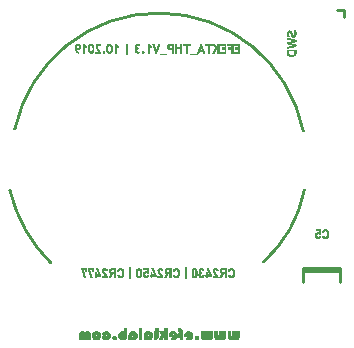
<source format=gbr>
G04 DipTrace 3.2.0.1*
G04 BottomSilk.gbr*
%MOIN*%
G04 #@! TF.FileFunction,Legend,Bot*
G04 #@! TF.Part,Single*
%ADD10C,0.009843*%
%ADD13C,0.001969*%
%ADD14C,0.002625*%
%FSLAX26Y26*%
G04*
G70*
G90*
G75*
G01*
G04 BotSilk*
%LPD*%
X608953Y-365149D2*
D10*
X482858D1*
X608953Y-357636D2*
X482858D1*
X608953D2*
X608899Y-404972D1*
X482858Y-357636D2*
X482912Y-404972D1*
X596385Y504474D2*
X621181Y504452D1*
X621769Y504252D2*
X621726Y479471D1*
X488558Y-96479D2*
G02X352349Y-336455I-420190J79854D01*
G01*
X-476660Y105988D2*
G02X485043Y99403I480162J-104094D01*
G01*
X-492918Y-97812D2*
G03X-356269Y-340373I494413J118761D01*
G01*
X525728Y-227795D2*
D13*
X540492D1*
X554272D2*
X560177D1*
X525728Y-228780D2*
X540492D1*
X552534D2*
X562066D1*
X525728Y-229764D2*
X540492D1*
X551100D2*
X563581D1*
X525728Y-230748D2*
X540492D1*
X550026D2*
X564722D1*
X536555Y-231732D2*
X540492D1*
X549173D2*
X555453D1*
X558996D2*
X565559D1*
X536555Y-232717D2*
X540492D1*
X548455D2*
X553931D1*
X560521D2*
X566179D1*
X536555Y-233701D2*
X540492D1*
X547931D2*
X552768D1*
X561706D2*
X566615D1*
X536551Y-234685D2*
X540492D1*
X547609D2*
X551953D1*
X562575D2*
X566898D1*
X536514Y-235669D2*
X540492D1*
X547382D2*
X551319D1*
X563213D2*
X567144D1*
X536362Y-236654D2*
X540492D1*
X563653D2*
X567433D1*
X529665Y-237638D2*
X534587D1*
X536025D2*
X540492D1*
X563904D2*
X567707D1*
X528264Y-238622D2*
X540492D1*
X564027D2*
X567886D1*
X527127Y-239606D2*
X540492D1*
X564080D2*
X567980D1*
X526274Y-240591D2*
X540492D1*
X564102D2*
X568023D1*
X525643Y-241575D2*
X530687D1*
X534406D2*
X540492D1*
X564110D2*
X568041D1*
X525204Y-242559D2*
X529833D1*
X536029D2*
X540492D1*
X564113D2*
X568047D1*
X524954Y-243543D2*
X529123D1*
X537539D2*
X540492D1*
X564114D2*
X568050D1*
X524831Y-244528D2*
X528555D1*
X564114D2*
X568047D1*
X524778Y-245512D2*
X528142D1*
X564110D2*
X568013D1*
X524757Y-246496D2*
X527905D1*
X564076D2*
X567887D1*
X524748Y-247480D2*
X527821D1*
X563946D2*
X567652D1*
X524746Y-248465D2*
X527898D1*
X563672D2*
X567395D1*
X524748Y-249449D2*
X528151D1*
X547382D2*
X551319D1*
X563252D2*
X567189D1*
X524783Y-250433D2*
X528571D1*
X537539D2*
X540492D1*
X547571D2*
X551902D1*
X562631D2*
X566969D1*
X524912Y-251417D2*
X529111D1*
X536892D2*
X540336D1*
X547946D2*
X552677D1*
X561808D2*
X566653D1*
X525186Y-252402D2*
X530414D1*
X535180D2*
X540054D1*
X548479D2*
X554523D1*
X559943D2*
X566219D1*
X525606Y-253386D2*
X532309D1*
X532667D2*
X539631D1*
X549106D2*
X557118D1*
X557337D2*
X565634D1*
X526215Y-254370D2*
X539022D1*
X549932D2*
X564813D1*
X527109Y-255354D2*
X538127D1*
X551112D2*
X563643D1*
X528305Y-256339D2*
X536931D1*
X552619D2*
X562039D1*
X529665Y-257323D2*
X535571D1*
X554272D2*
X560177D1*
X436946Y435522D2*
X438915D1*
X454663D2*
X456631D1*
X435057Y434538D2*
X440804D1*
X454265D2*
X457238D1*
X433542Y433554D2*
X442315D1*
X454335D2*
X457764D1*
X432401Y432570D2*
X443425D1*
X454591D2*
X458166D1*
X431564Y431585D2*
X444171D1*
X454941D2*
X458437D1*
X430945Y430601D2*
X435134D1*
X440694D2*
X444680D1*
X455260D2*
X458679D1*
X430512Y429617D2*
X434432D1*
X441304D2*
X445096D1*
X455464D2*
X458966D1*
X430264Y428633D2*
X433866D1*
X441759D2*
X445425D1*
X455569D2*
X459240D1*
X430143Y427648D2*
X433454D1*
X442154D2*
X445631D1*
X455616D2*
X459419D1*
X430090Y426664D2*
X433213D1*
X442476D2*
X445768D1*
X455636D2*
X459513D1*
X430069Y425680D2*
X433094D1*
X442679D2*
X445939D1*
X455643D2*
X459552D1*
X430061Y424696D2*
X433046D1*
X442815D2*
X446197D1*
X455642D2*
X459535D1*
X430058Y423711D2*
X433060D1*
X442986D2*
X446491D1*
X455604D2*
X459416D1*
X430061Y422727D2*
X433181D1*
X443244D2*
X446810D1*
X455512D2*
X459179D1*
X430095Y421743D2*
X433453D1*
X443538D2*
X447195D1*
X455057D2*
X458893D1*
X430224Y420759D2*
X433868D1*
X443842D2*
X448103D1*
X453479D2*
X458592D1*
X430498Y419774D2*
X434436D1*
X444208D2*
X450200D1*
X450939D2*
X458227D1*
X430904Y418790D2*
X435162D1*
X444670D2*
X457761D1*
X431428Y417806D2*
X435962D1*
X445296D2*
X457098D1*
X432025Y416822D2*
X433993D1*
X446197D2*
X456045D1*
X447396Y415837D2*
X454510D1*
X448757Y414853D2*
X452694D1*
X430056Y410916D2*
X432025D1*
X430109Y409932D2*
X436298D1*
X430237Y408948D2*
X440528D1*
X430989Y407963D2*
X444648D1*
X433213Y406979D2*
X448632D1*
X436294Y405995D2*
X452333D1*
X439985Y405010D2*
X455396D1*
X444014Y404026D2*
X457836D1*
X448290Y403042D2*
X458889D1*
X452694Y402058D2*
X459204D1*
X449670Y401073D2*
X459357D1*
X446333Y400089D2*
X457844D1*
X442815Y399105D2*
X455642D1*
X439325Y398121D2*
X452782D1*
X436096Y397136D2*
X449504D1*
X433481Y396152D2*
X446053D1*
X431459Y395168D2*
X442512D1*
X430681Y394184D2*
X438915D1*
X430340Y393199D2*
X441906D1*
X432631Y392215D2*
X445151D1*
X435395Y391231D2*
X448551D1*
X438602Y390247D2*
X451955D1*
X442121Y389262D2*
X455013D1*
X445730Y388278D2*
X457586D1*
X449254Y387294D2*
X458779D1*
X452694Y386310D2*
X459175D1*
X448720Y385325D2*
X459411D1*
X444664Y384341D2*
X458054D1*
X440576Y383357D2*
X455882D1*
X436791Y382373D2*
X452908D1*
X433809Y381388D2*
X449392D1*
X431545Y380404D2*
X445521D1*
X430637Y379420D2*
X441416D1*
X430302Y378436D2*
X437215D1*
X430056Y377451D2*
X433009D1*
X430056Y371546D2*
X459584D1*
X430056Y370562D2*
X459584D1*
X430056Y369577D2*
X459584D1*
X430056Y368593D2*
X459584D1*
X430056Y367609D2*
X433009D1*
X455647D2*
X459584D1*
X430056Y366625D2*
X433009D1*
X455647D2*
X459584D1*
X430056Y365640D2*
X433009D1*
X455647D2*
X459584D1*
X430056Y364656D2*
X433009D1*
X455647D2*
X459584D1*
X430056Y363672D2*
X433009D1*
X455647D2*
X459584D1*
X430056Y362688D2*
X433013D1*
X455647D2*
X459580D1*
X430056Y361703D2*
X433048D1*
X455643D2*
X459546D1*
X430060Y360719D2*
X433177D1*
X455605D2*
X459420D1*
X430095Y359735D2*
X433451D1*
X455441D2*
X459181D1*
X430224Y358751D2*
X433867D1*
X455041D2*
X458894D1*
X430494Y357766D2*
X434439D1*
X454389D2*
X458593D1*
X430880Y356782D2*
X435181D1*
X453566D2*
X458227D1*
X431360Y355798D2*
X436040D1*
X452653D2*
X457765D1*
X432001Y354814D2*
X457135D1*
X432925Y353829D2*
X456184D1*
X434244Y352845D2*
X454768D1*
X435969Y351861D2*
X452871D1*
X437930Y350877D2*
X450726D1*
X-95896Y-353668D2*
X-91959D1*
X89143D2*
X93080D1*
X-95896Y-354653D2*
X-91959D1*
X89143D2*
X93080D1*
X-95896Y-355637D2*
X-91959D1*
X89143D2*
X93080D1*
X-95896Y-356621D2*
X-91959D1*
X89143D2*
X93080D1*
X-254361Y-357605D2*
X-238613D1*
X-232707D2*
X-216959D1*
X-206133D2*
X-202196D1*
X-181526D2*
X-174636D1*
X-156920D2*
X-142156D1*
X-128377D2*
X-122471D1*
X-95896D2*
X-91959D1*
X-67353D2*
X-61448D1*
X-47668D2*
X-32904D1*
X-21093D2*
X-17156D1*
X3513D2*
X10403D1*
X28119D2*
X42883D1*
X56663D2*
X62568D1*
X89143D2*
X93080D1*
X117686D2*
X123592D1*
X141308D2*
X147214D1*
X162962D2*
X166899D1*
X187568D2*
X194458D1*
X212175D2*
X226938D1*
X240718D2*
X246623D1*
X-254357Y-358590D2*
X-238613D1*
X-232704D2*
X-216959D1*
X-205759D2*
X-201822D1*
X-182809D2*
X-173235D1*
X-158355D2*
X-142156D1*
X-130114D2*
X-120582D1*
X-95896D2*
X-91959D1*
X-68788D2*
X-60013D1*
X-47668D2*
X-32904D1*
X-20719D2*
X-16782D1*
X2230D2*
X11804D1*
X26685D2*
X42883D1*
X54925D2*
X64457D1*
X89143D2*
X93080D1*
X116252D2*
X125027D1*
X139874D2*
X148615D1*
X163336D2*
X167273D1*
X186286D2*
X195859D1*
X210740D2*
X226938D1*
X238980D2*
X248512D1*
X-254322Y-359574D2*
X-238613D1*
X-232669D2*
X-216959D1*
X-205336D2*
X-201399D1*
X-183797D2*
X-172098D1*
X-159583D2*
X-142156D1*
X-131548D2*
X-119067D1*
X-95896D2*
X-91959D1*
X-70016D2*
X-58784D1*
X-47668D2*
X-32904D1*
X-20296D2*
X-16359D1*
X1242D2*
X12941D1*
X25456D2*
X42883D1*
X53491D2*
X65972D1*
X89143D2*
X93080D1*
X115023D2*
X126255D1*
X138645D2*
X149752D1*
X163759D2*
X167696D1*
X185297D2*
X196996D1*
X209511D2*
X226938D1*
X237547D2*
X250027D1*
X-254197Y-360558D2*
X-238613D1*
X-232543D2*
X-216959D1*
X-204879D2*
X-200942D1*
X-184540D2*
X-171246D1*
X-160550D2*
X-142156D1*
X-132622D2*
X-117926D1*
X-95896D2*
X-91959D1*
X-70980D2*
X-57821D1*
X-47668D2*
X-32904D1*
X-19839D2*
X-15902D1*
X499D2*
X13794D1*
X24489D2*
X42883D1*
X52417D2*
X67113D1*
X89143D2*
X93080D1*
X114060D2*
X127219D1*
X137682D2*
X150605D1*
X164216D2*
X168153D1*
X184554D2*
X197849D1*
X208544D2*
X226938D1*
X236472D2*
X251169D1*
X-253957Y-361542D2*
X-250272D1*
X-241566D2*
X-238613D1*
X-232304D2*
X-228618D1*
X-219912D2*
X-216959D1*
X-204400D2*
X-200467D1*
X-185142D2*
X-179323D1*
X-175967D2*
X-170614D1*
X-161233D2*
X-155586D1*
X-146093D2*
X-142156D1*
X-133475D2*
X-127195D1*
X-123653D2*
X-117089D1*
X-95896D2*
X-91959D1*
X-71736D2*
X-66134D1*
X-62667D2*
X-57065D1*
X-36841D2*
X-32904D1*
X-19361D2*
X-15428D1*
X-102D2*
X5716D1*
X9073D2*
X14425D1*
X23806D2*
X29453D1*
X38946D2*
X42883D1*
X51564D2*
X57844D1*
X61387D2*
X67950D1*
X89143D2*
X93080D1*
X113304D2*
X118905D1*
X122373D2*
X127975D1*
X136926D2*
X142642D1*
X146230D2*
X151236D1*
X164694D2*
X168627D1*
X183953D2*
X189772D1*
X193128D2*
X198481D1*
X207861D2*
X213508D1*
X223001D2*
X226938D1*
X235619D2*
X241899D1*
X245442D2*
X252005D1*
X-253670Y-362527D2*
X-250024D1*
X-241566D2*
X-238613D1*
X-232017D2*
X-228370D1*
X-219912D2*
X-216959D1*
X-203915D2*
X-200013D1*
X-185640D2*
X-180718D1*
X-174656D2*
X-170172D1*
X-161717D2*
X-156864D1*
X-146093D2*
X-142156D1*
X-134193D2*
X-128718D1*
X-122127D2*
X-116470D1*
X-95896D2*
X-91959D1*
X-72013D2*
X-67529D1*
X-61271D2*
X-56750D1*
X-36841D2*
X-32904D1*
X-18876D2*
X-14973D1*
X-601D2*
X4321D1*
X10384D2*
X14867D1*
X23323D2*
X28176D1*
X38946D2*
X42883D1*
X50846D2*
X56322D1*
X62912D2*
X68570D1*
X89143D2*
X93080D1*
X113027D2*
X117510D1*
X123768D2*
X128289D1*
X136649D2*
X141365D1*
X147214D2*
X151678D1*
X165179D2*
X169082D1*
X183455D2*
X188376D1*
X194439D2*
X198922D1*
X207378D2*
X212231D1*
X223001D2*
X226938D1*
X234901D2*
X240377D1*
X246967D2*
X252625D1*
X-253373Y-363511D2*
X-249734D1*
X-241566D2*
X-238613D1*
X-231720D2*
X-228081D1*
X-219912D2*
X-216959D1*
X-203424D2*
X-199617D1*
X-185986D2*
X-181791D1*
X-173615D2*
X-169904D1*
X-162123D2*
X-157759D1*
X-146093D2*
X-142156D1*
X-134718D2*
X-129880D1*
X-120943D2*
X-116033D1*
X-95896D2*
X-91959D1*
X-72163D2*
X-68602D1*
X-60198D2*
X-56474D1*
X-36841D2*
X-32904D1*
X-18385D2*
X-14577D1*
X-947D2*
X3248D1*
X11425D2*
X15135D1*
X22917D2*
X27280D1*
X38946D2*
X42883D1*
X50322D2*
X55159D1*
X64097D2*
X69006D1*
X89143D2*
X93080D1*
X112877D2*
X116437D1*
X124841D2*
X128565D1*
X136499D2*
X140473D1*
X148198D2*
X151946D1*
X165670D2*
X169478D1*
X183108D2*
X187303D1*
X195480D2*
X199190D1*
X206972D2*
X211336D1*
X223001D2*
X226938D1*
X234377D2*
X239214D1*
X248152D2*
X253061D1*
X-253046Y-364495D2*
X-249437D1*
X-241566D2*
X-238613D1*
X-231393D2*
X-227783D1*
X-219912D2*
X-216959D1*
X-202934D2*
X-199267D1*
X-186177D2*
X-182213D1*
X-172668D2*
X-169715D1*
X-162444D2*
X-158430D1*
X-146093D2*
X-142156D1*
X-135040D2*
X-130696D1*
X-120073D2*
X-115751D1*
X-95896D2*
X-91959D1*
X-72231D2*
X-68975D1*
X-59825D2*
X-56170D1*
X-36845D2*
X-32904D1*
X-17894D2*
X-14228D1*
X-1137D2*
X2826D1*
X12371D2*
X15324D1*
X22595D2*
X26610D1*
X38946D2*
X42883D1*
X50000D2*
X54344D1*
X64967D2*
X69289D1*
X89143D2*
X93080D1*
X112809D2*
X116064D1*
X125214D2*
X128869D1*
X136435D2*
X139814D1*
X149182D2*
X152135D1*
X166161D2*
X169827D1*
X182918D2*
X186881D1*
X196427D2*
X199379D1*
X206651D2*
X210665D1*
X223001D2*
X226938D1*
X234055D2*
X238399D1*
X249022D2*
X253344D1*
X-252748Y-365479D2*
X-249106D1*
X-241566D2*
X-238613D1*
X-231095D2*
X-227452D1*
X-219912D2*
X-216959D1*
X-202441D2*
X-198886D1*
X-185984D2*
X-182218D1*
X-162610D2*
X-158628D1*
X-146093D2*
X-142156D1*
X-135266D2*
X-131329D1*
X-119436D2*
X-115504D1*
X-95896D2*
X-91959D1*
X-72258D2*
X-69175D1*
X-59625D2*
X-55890D1*
X-36883D2*
X-32904D1*
X-17402D2*
X-13846D1*
X-945D2*
X2821D1*
X22430D2*
X26411D1*
X38946D2*
X42883D1*
X49773D2*
X53710D1*
X65604D2*
X69535D1*
X89143D2*
X93080D1*
X112781D2*
X115864D1*
X125414D2*
X129149D1*
X136442D2*
X139642D1*
X166653D2*
X170209D1*
X183110D2*
X186876D1*
X206485D2*
X210466D1*
X223001D2*
X226938D1*
X233828D2*
X237765D1*
X249659D2*
X253591D1*
X-252525Y-366464D2*
X-248777D1*
X-230871D2*
X-227123D1*
X-201950D2*
X-198455D1*
X-185731D2*
X-182021D1*
X-162586D2*
X-158702D1*
X-146093D2*
X-142156D1*
X-118995D2*
X-115215D1*
X-95896D2*
X-91959D1*
X-72269D2*
X-69265D1*
X-59536D2*
X-55708D1*
X-37035D2*
X-32904D1*
X-16910D2*
X-13415D1*
X-691D2*
X3018D1*
X22453D2*
X26337D1*
X38946D2*
X42883D1*
X66044D2*
X69824D1*
X89143D2*
X93080D1*
X112771D2*
X115775D1*
X125503D2*
X129331D1*
X136561D2*
X139900D1*
X167145D2*
X170640D1*
X183364D2*
X187074D1*
X206508D2*
X210392D1*
X223001D2*
X226938D1*
X250099D2*
X253879D1*
X-252302Y-367448D2*
X-248462D1*
X-230648D2*
X-226809D1*
X-201457D2*
X-197993D1*
X-185446D2*
X-181671D1*
X-162392D2*
X-158456D1*
X-146093D2*
X-142156D1*
X-118744D2*
X-114942D1*
X-95896D2*
X-91959D1*
X-72272D2*
X-69301D1*
X-59500D2*
X-55613D1*
X-43731D2*
X-38810D1*
X-37371D2*
X-32904D1*
X-16418D2*
X-12953D1*
X-406D2*
X3368D1*
X22647D2*
X26584D1*
X38946D2*
X42883D1*
X66296D2*
X70098D1*
X89143D2*
X93080D1*
X112767D2*
X115739D1*
X125539D2*
X129426D1*
X136835D2*
X140325D1*
X167638D2*
X171102D1*
X183649D2*
X187423D1*
X206702D2*
X210639D1*
X223001D2*
X226938D1*
X250351D2*
X254153D1*
X-252018Y-368432D2*
X-248129D1*
X-230364D2*
X-226475D1*
X-200966D2*
X-197512D1*
X-185087D2*
X-181238D1*
X-162120D2*
X-157796D1*
X-146093D2*
X-142156D1*
X-118621D2*
X-114762D1*
X-95896D2*
X-91959D1*
X-72274D2*
X-69314D1*
X-59486D2*
X-55570D1*
X-45132D2*
X-32904D1*
X-15926D2*
X-12473D1*
X-47D2*
X3801D1*
X22919D2*
X27243D1*
X38946D2*
X42883D1*
X66418D2*
X70277D1*
X89143D2*
X93080D1*
X112766D2*
X115725D1*
X125553D2*
X129469D1*
X137287D2*
X141431D1*
X168129D2*
X171582D1*
X184008D2*
X187857D1*
X206974D2*
X211298D1*
X223001D2*
X226938D1*
X250473D2*
X254332D1*
X-251713Y-369416D2*
X-247828D1*
X-230059D2*
X-226175D1*
X-209085D2*
X-206133D1*
X-200477D2*
X-197026D1*
X-184635D2*
X-180735D1*
X-161792D2*
X-155203D1*
X-146093D2*
X-142156D1*
X-118568D2*
X-114668D1*
X-95896D2*
X-91959D1*
X-72274D2*
X-69319D1*
X-59481D2*
X-55553D1*
X-46269D2*
X-32904D1*
X-24046D2*
X-21093D1*
X-15437D2*
X-11986D1*
X404D2*
X4304D1*
X23248D2*
X29836D1*
X38946D2*
X42883D1*
X66471D2*
X70371D1*
X89143D2*
X93080D1*
X112765D2*
X115720D1*
X125558D2*
X129487D1*
X138007D2*
X142753D1*
X160009D2*
X162962D1*
X168618D2*
X172069D1*
X184459D2*
X188359D1*
X207303D2*
X213891D1*
X223001D2*
X226938D1*
X250527D2*
X254427D1*
X-251409Y-370401D2*
X-247604D1*
X-229755D2*
X-225951D1*
X-209085D2*
X-206133D1*
X-200016D2*
X-196535D1*
X-184082D2*
X-180127D1*
X-161300D2*
X-150756D1*
X-146093D2*
X-142156D1*
X-118547D2*
X-114625D1*
X-95896D2*
X-91959D1*
X-72274D2*
X-69321D1*
X-59480D2*
X-55546D1*
X-47122D2*
X-32904D1*
X-24046D2*
X-21093D1*
X-14977D2*
X-11495D1*
X957D2*
X4912D1*
X23740D2*
X34283D1*
X38946D2*
X42883D1*
X66493D2*
X70414D1*
X89143D2*
X93080D1*
X112765D2*
X115719D1*
X125560D2*
X129494D1*
X139069D2*
X144047D1*
X160009D2*
X162962D1*
X169079D2*
X172560D1*
X185012D2*
X188967D1*
X207795D2*
X218338D1*
X223001D2*
X226938D1*
X250548D2*
X254469D1*
X-251075Y-371385D2*
X-247380D1*
X-229422D2*
X-225727D1*
X-209085D2*
X-206133D1*
X-199618D2*
X-196044D1*
X-183458D2*
X-179402D1*
X-160576D2*
X-142156D1*
X-118539D2*
X-114608D1*
X-95896D2*
X-91959D1*
X-72274D2*
X-69321D1*
X-59479D2*
X-55543D1*
X-47753D2*
X-42709D1*
X-38991D2*
X-32904D1*
X-24046D2*
X-21093D1*
X-14578D2*
X-11005D1*
X1581D2*
X5637D1*
X24463D2*
X42883D1*
X66501D2*
X70432D1*
X89143D2*
X93080D1*
X112765D2*
X115718D1*
X125560D2*
X129496D1*
X140324D2*
X144688D1*
X160009D2*
X162962D1*
X169477D2*
X173050D1*
X185636D2*
X189692D1*
X208518D2*
X226938D1*
X250556D2*
X254487D1*
X-250746Y-372369D2*
X-247097D1*
X-229092D2*
X-225443D1*
X-209085D2*
X-206133D1*
X-199267D2*
X-195551D1*
X-182826D2*
X-178656D1*
X-159652D2*
X-142156D1*
X-118536D2*
X-114601D1*
X-95896D2*
X-91959D1*
X-72274D2*
X-69321D1*
X-59479D2*
X-55542D1*
X-48192D2*
X-43563D1*
X-37368D2*
X-32904D1*
X-24046D2*
X-21093D1*
X-14228D2*
X-10512D1*
X2213D2*
X6384D1*
X25387D2*
X42883D1*
X66504D2*
X70439D1*
X89143D2*
X93080D1*
X112765D2*
X115718D1*
X125560D2*
X129497D1*
X139159D2*
X144892D1*
X160009D2*
X162962D1*
X169827D2*
X173543D1*
X186268D2*
X190439D1*
X209442D2*
X226938D1*
X250559D2*
X254494D1*
X-250431Y-373353D2*
X-246791D1*
X-228778D2*
X-225138D1*
X-209085D2*
X-206133D1*
X-198886D2*
X-195060D1*
X-182149D2*
X-177957D1*
X-158694D2*
X-142156D1*
X-118535D2*
X-114598D1*
X-95896D2*
X-91959D1*
X-72274D2*
X-69321D1*
X-59479D2*
X-55542D1*
X-48443D2*
X-44273D1*
X-35857D2*
X-32904D1*
X-24046D2*
X-21093D1*
X-13846D2*
X-10021D1*
X2890D2*
X7082D1*
X26346D2*
X42883D1*
X66505D2*
X70441D1*
X89143D2*
X93080D1*
X112765D2*
X115718D1*
X125560D2*
X129497D1*
X138161D2*
X143538D1*
X160009D2*
X162962D1*
X170209D2*
X174034D1*
X186945D2*
X191138D1*
X210401D2*
X226938D1*
X250560D2*
X254496D1*
X-250097Y-374338D2*
X-246487D1*
X-228444D2*
X-224834D1*
X-209085D2*
X-206133D1*
X-198455D2*
X-194567D1*
X-181392D2*
X-177245D1*
X-157851D2*
X-142156D1*
X-118534D2*
X-114601D1*
X-95896D2*
X-91959D1*
X-72274D2*
X-69322D1*
X-59479D2*
X-55542D1*
X-48565D2*
X-44841D1*
X-24046D2*
X-21093D1*
X-13415D2*
X-9528D1*
X3647D2*
X7794D1*
X27188D2*
X42883D1*
X66505D2*
X70438D1*
X89143D2*
X93080D1*
X112765D2*
X115718D1*
X125560D2*
X129497D1*
X137374D2*
X142096D1*
X160009D2*
X162962D1*
X170640D2*
X174527D1*
X187703D2*
X191849D1*
X211243D2*
X226938D1*
X250560D2*
X254493D1*
X-249797Y-375322D2*
X-246154D1*
X-228143D2*
X-224501D1*
X-209093D2*
X-206133D1*
X-197990D2*
X-194076D1*
X-180632D2*
X-176444D1*
X-157648D2*
X-152827D1*
X-146093D2*
X-142156D1*
X-118538D2*
X-114636D1*
X-95896D2*
X-91959D1*
X-72274D2*
X-69322D1*
X-59479D2*
X-55542D1*
X-48618D2*
X-45254D1*
X-24046D2*
X-21093D1*
X-12950D2*
X-9036D1*
X4407D2*
X8595D1*
X27391D2*
X32212D1*
X38946D2*
X42883D1*
X66501D2*
X70404D1*
X89143D2*
X93080D1*
X112765D2*
X115718D1*
X125560D2*
X129497D1*
X136740D2*
X140904D1*
X160001D2*
X162962D1*
X171105D2*
X175019D1*
X188462D2*
X192650D1*
X211447D2*
X216268D1*
X223001D2*
X226938D1*
X250556D2*
X254459D1*
X-249573Y-376306D2*
X-245825D1*
X-227919D2*
X-224171D1*
X-209162D2*
X-206133D1*
X-197484D2*
X-193587D1*
X-179928D2*
X-175588D1*
X-157919D2*
X-153533D1*
X-146093D2*
X-142156D1*
X-118573D2*
X-114761D1*
X-95896D2*
X-91959D1*
X-72274D2*
X-69322D1*
X-59479D2*
X-55546D1*
X-48640D2*
X-45491D1*
X-24046D2*
X-21093D1*
X-12444D2*
X-8547D1*
X5111D2*
X9451D1*
X27120D2*
X31507D1*
X38946D2*
X42883D1*
X66467D2*
X70278D1*
X89143D2*
X93080D1*
X112765D2*
X115718D1*
X125560D2*
X129494D1*
X136220D2*
X139975D1*
X159932D2*
X162962D1*
X171611D2*
X175508D1*
X189166D2*
X193506D1*
X211175D2*
X215562D1*
X223001D2*
X226938D1*
X250522D2*
X254333D1*
X-249349Y-377290D2*
X-245510D1*
X-227695D2*
X-223856D1*
X-209324D2*
X-206133D1*
X-196914D2*
X-193130D1*
X-179218D2*
X-174772D1*
X-158373D2*
X-154133D1*
X-146093D2*
X-142156D1*
X-118702D2*
X-114997D1*
X-95896D2*
X-91959D1*
X-72274D2*
X-69322D1*
X-59479D2*
X-55580D1*
X-48648D2*
X-45576D1*
X-24046D2*
X-21093D1*
X-11875D2*
X-8091D1*
X5821D2*
X10267D1*
X26667D2*
X30907D1*
X38946D2*
X42883D1*
X66338D2*
X70043D1*
X89143D2*
X93080D1*
X112765D2*
X115718D1*
X125560D2*
X129459D1*
X135831D2*
X139646D1*
X159771D2*
X162962D1*
X172180D2*
X175964D1*
X189876D2*
X194322D1*
X210722D2*
X214962D1*
X223001D2*
X226938D1*
X250393D2*
X254098D1*
X-249065Y-378275D2*
X-245176D1*
X-227412D2*
X-223523D1*
X-209862D2*
X-206133D1*
X-196290D2*
X-192766D1*
X-178447D2*
X-174041D1*
X-158949D2*
X-154674D1*
X-146093D2*
X-142156D1*
X-118976D2*
X-115253D1*
X-95896D2*
X-91959D1*
X-72274D2*
X-69318D1*
X-59483D2*
X-55706D1*
X-48651D2*
X-45499D1*
X-24046D2*
X-21093D1*
X-11251D2*
X-7727D1*
X6592D2*
X10998D1*
X26091D2*
X30365D1*
X38946D2*
X42883D1*
X66063D2*
X69786D1*
X89143D2*
X93080D1*
X112765D2*
X115722D1*
X125557D2*
X129333D1*
X135604D2*
X139473D1*
X159232D2*
X162962D1*
X172804D2*
X176328D1*
X190647D2*
X195053D1*
X210146D2*
X214420D1*
X223001D2*
X226938D1*
X250118D2*
X253842D1*
X-248760Y-379259D2*
X-244876D1*
X-227106D2*
X-223222D1*
X-210376D2*
X-192545D1*
X-177682D2*
X-173320D1*
X-159529D2*
X-155185D1*
X-146093D2*
X-142156D1*
X-135266D2*
X-131329D1*
X-119396D2*
X-115459D1*
X-95896D2*
X-91959D1*
X-72274D2*
X-69275D1*
X-59525D2*
X-55942D1*
X-48648D2*
X-45245D1*
X-26014D2*
X-7506D1*
X7357D2*
X11719D1*
X25511D2*
X29854D1*
X38946D2*
X42883D1*
X49773D2*
X53710D1*
X65643D2*
X69580D1*
X89143D2*
X93080D1*
X112765D2*
X115764D1*
X125514D2*
X129098D1*
X135524D2*
X139437D1*
X158719D2*
X176549D1*
X191412D2*
X195774D1*
X209566D2*
X213909D1*
X223001D2*
X226938D1*
X233828D2*
X237765D1*
X249698D2*
X253635D1*
X-248456Y-380243D2*
X-244651D1*
X-226802D2*
X-222998D1*
X-210762D2*
X-192434D1*
X-176977D2*
X-172545D1*
X-160073D2*
X-155686D1*
X-146093D2*
X-142156D1*
X-135077D2*
X-130747D1*
X-120017D2*
X-115680D1*
X-95896D2*
X-91959D1*
X-72270D2*
X-69172D1*
X-59629D2*
X-56198D1*
X-48614D2*
X-44825D1*
X-35857D2*
X-32904D1*
X-26014D2*
X-7395D1*
X8063D2*
X12495D1*
X24966D2*
X29353D1*
X38946D2*
X42883D1*
X49963D2*
X54293D1*
X65022D2*
X69360D1*
X89143D2*
X93080D1*
X112769D2*
X115868D1*
X125410D2*
X128842D1*
X135603D2*
X139500D1*
X149182D2*
X153119D1*
X158332D2*
X176661D1*
X192118D2*
X196550D1*
X209021D2*
X213409D1*
X223001D2*
X226938D1*
X234018D2*
X238348D1*
X249077D2*
X253415D1*
X-248123Y-381227D2*
X-244428D1*
X-226469D2*
X-222774D1*
X-210716D2*
X-192383D1*
X-176262D2*
X-171782D1*
X-160593D2*
X-156180D1*
X-146093D2*
X-142156D1*
X-134703D2*
X-129971D1*
X-120840D2*
X-115996D1*
X-95896D2*
X-91959D1*
X-72232D2*
X-68628D1*
X-60173D2*
X-56408D1*
X-48484D2*
X-44285D1*
X-36505D2*
X-33060D1*
X-26014D2*
X-7343D1*
X8777D2*
X13258D1*
X24447D2*
X28859D1*
X38946D2*
X42883D1*
X50337D2*
X55068D1*
X64199D2*
X69044D1*
X89143D2*
X93080D1*
X112807D2*
X116412D1*
X124866D2*
X128631D1*
X135853D2*
X140037D1*
X148535D2*
X152742D1*
X158378D2*
X176712D1*
X192832D2*
X197313D1*
X208502D2*
X212915D1*
X223001D2*
X226938D1*
X234392D2*
X239123D1*
X248255D2*
X253099D1*
X-247793Y-382212D2*
X-244144D1*
X-226139D2*
X-222490D1*
X-210232D2*
X-192353D1*
X-175457D2*
X-171114D1*
X-161096D2*
X-156674D1*
X-146093D2*
X-142156D1*
X-134170D2*
X-128125D1*
X-122705D2*
X-116429D1*
X-95896D2*
X-91959D1*
X-72068D2*
X-66943D1*
X-61858D2*
X-56663D1*
X-48210D2*
X-42982D1*
X-38216D2*
X-33343D1*
X-26014D2*
X-7314D1*
X9582D2*
X13926D1*
X23944D2*
X28366D1*
X38946D2*
X42883D1*
X50870D2*
X56914D1*
X62334D2*
X68610D1*
X89143D2*
X93080D1*
X112971D2*
X118096D1*
X123182D2*
X128376D1*
X136231D2*
X141720D1*
X146823D2*
X152284D1*
X158863D2*
X176741D1*
X193637D2*
X197981D1*
X207999D2*
X212421D1*
X223001D2*
X226938D1*
X234925D2*
X240969D1*
X246389D2*
X252665D1*
X-247478Y-383196D2*
X-243839D1*
X-225825D2*
X-222185D1*
X-209737D2*
X-206133D1*
X-174572D2*
X-170563D1*
X-161593D2*
X-157165D1*
X-146093D2*
X-142156D1*
X-133543D2*
X-125530D1*
X-125311D2*
X-117015D1*
X-95896D2*
X-91959D1*
X-71665D2*
X-64443D1*
X-64358D2*
X-57108D1*
X-47790D2*
X-41087D1*
X-40729D2*
X-33765D1*
X-24046D2*
X-21093D1*
X10468D2*
X14476D1*
X23446D2*
X27874D1*
X38946D2*
X42883D1*
X51497D2*
X59509D1*
X59728D2*
X68025D1*
X89143D2*
X93080D1*
X113375D2*
X120597D1*
X120682D2*
X127931D1*
X136712D2*
X144219D1*
X144310D2*
X151694D1*
X159357D2*
X162962D1*
X194523D2*
X198532D1*
X207502D2*
X211929D1*
X223001D2*
X226938D1*
X235552D2*
X243564D1*
X243783D2*
X252080D1*
X-247144Y-384180D2*
X-243534D1*
X-225491D2*
X-221880D1*
X-209401D2*
X-206133D1*
X-186448D2*
X-170157D1*
X-162089D2*
X-157655D1*
X-146093D2*
X-142156D1*
X-132716D2*
X-117835D1*
X-95896D2*
X-91959D1*
X-70975D2*
X-57815D1*
X-47182D2*
X-34375D1*
X-24046D2*
X-21093D1*
X-1408D2*
X14883D1*
X22950D2*
X27384D1*
X38946D2*
X42883D1*
X52323D2*
X67204D1*
X89143D2*
X93080D1*
X114064D2*
X127224D1*
X137382D2*
X150908D1*
X159693D2*
X162962D1*
X182647D2*
X198938D1*
X207005D2*
X211439D1*
X223001D2*
X226938D1*
X236378D2*
X251259D1*
X-246845Y-385164D2*
X-243196D1*
X-225192D2*
X-221542D1*
X-209222D2*
X-206133D1*
X-186448D2*
X-169917D1*
X-162608D2*
X-158121D1*
X-146093D2*
X-142156D1*
X-131536D2*
X-119006D1*
X-95896D2*
X-91959D1*
X-70000D2*
X-58797D1*
X-46287D2*
X-35269D1*
X-24046D2*
X-21093D1*
X-1408D2*
X15122D1*
X22431D2*
X26918D1*
X38946D2*
X42883D1*
X53504D2*
X66034D1*
X89143D2*
X93080D1*
X115040D2*
X126242D1*
X138388D2*
X149889D1*
X159873D2*
X162962D1*
X182647D2*
X199177D1*
X206486D2*
X210973D1*
X223001D2*
X226938D1*
X237559D2*
X250089D1*
X-246640Y-386149D2*
X-242859D1*
X-224987D2*
X-221205D1*
X-209136D2*
X-206133D1*
X-186448D2*
X-169793D1*
X-163183D2*
X-158531D1*
X-146093D2*
X-142156D1*
X-130029D2*
X-120609D1*
X-95896D2*
X-91959D1*
X-68751D2*
X-60048D1*
X-45091D2*
X-36465D1*
X-24046D2*
X-21093D1*
X-1408D2*
X15246D1*
X21857D2*
X26508D1*
X38946D2*
X42883D1*
X55010D2*
X64430D1*
X89143D2*
X93080D1*
X116289D2*
X124991D1*
X139761D2*
X148622D1*
X159959D2*
X162962D1*
X182647D2*
X199301D1*
X205912D2*
X210563D1*
X223001D2*
X226938D1*
X239065D2*
X248485D1*
X-246487Y-387133D2*
X-242550D1*
X-224833D2*
X-220896D1*
X-209085D2*
X-206133D1*
X-186448D2*
X-169715D1*
X-163810D2*
X-158888D1*
X-146093D2*
X-142156D1*
X-128377D2*
X-122471D1*
X-95896D2*
X-91959D1*
X-67353D2*
X-61448D1*
X-43731D2*
X-37825D1*
X-24046D2*
X-21093D1*
X-1408D2*
X15324D1*
X21230D2*
X26151D1*
X38946D2*
X42883D1*
X56663D2*
X62568D1*
X89143D2*
X93080D1*
X117686D2*
X123592D1*
X141308D2*
X147214D1*
X160009D2*
X162962D1*
X182647D2*
X199379D1*
X205285D2*
X210206D1*
X223001D2*
X226938D1*
X240718D2*
X246623D1*
X-95896Y-388117D2*
X-91959D1*
X89143D2*
X93080D1*
X-95896Y-389101D2*
X-91959D1*
X89143D2*
X93080D1*
X-95896Y-390086D2*
X-91959D1*
X89143D2*
X93080D1*
X-95896Y-391070D2*
X-91959D1*
X89143D2*
X93080D1*
X-271563Y390406D2*
X-265657D1*
X-248925D2*
X-247941D1*
X-227272D2*
X-221366D1*
X-202665D2*
X-195776D1*
X-166248D2*
X-160343D1*
X-142626D2*
X-141642D1*
X-70776D2*
X-64870D1*
X-33374D2*
X-32390D1*
X-18610D2*
X-14673D1*
X1075D2*
X5012D1*
X38476D2*
X49303D1*
X57177D2*
X60130D1*
X74894D2*
X77846D1*
X82768D2*
X106390D1*
X141823D2*
X142807D1*
X156587D2*
X180209D1*
X183161D2*
X187098D1*
X198909D2*
X202846D1*
X207768D2*
X225484D1*
X230406D2*
X249106D1*
X254028D2*
X271744D1*
X-272998Y389421D2*
X-264223D1*
X-248925D2*
X-246953D1*
X-228673D2*
X-219931D1*
X-204100D2*
X-194382D1*
X-167649D2*
X-158908D1*
X-142626D2*
X-140654D1*
X-105224D2*
X-103256D1*
X-72395D2*
X-63625D1*
X-33374D2*
X-31402D1*
X-18118D2*
X-14333D1*
X923D2*
X4671D1*
X36284D2*
X49303D1*
X57177D2*
X60130D1*
X74894D2*
X77846D1*
X82768D2*
X106390D1*
X141667D2*
X143181D1*
X156587D2*
X180209D1*
X183994D2*
X187931D1*
X198909D2*
X202846D1*
X207768D2*
X225484D1*
X230406D2*
X249106D1*
X254028D2*
X271744D1*
X-274226Y388437D2*
X-262990D1*
X-248925D2*
X-245930D1*
X-229810D2*
X-218699D1*
X-205329D2*
X-193166D1*
X-168786D2*
X-157675D1*
X-142626D2*
X-139631D1*
X-105224D2*
X-103256D1*
X-73672D2*
X-62622D1*
X-33374D2*
X-30379D1*
X-17710D2*
X-14005D1*
X675D2*
X4344D1*
X34572D2*
X49303D1*
X57177D2*
X60130D1*
X74894D2*
X77846D1*
X82768D2*
X106390D1*
X141388D2*
X143604D1*
X156587D2*
X180209D1*
X184730D2*
X188667D1*
X198909D2*
X202846D1*
X207768D2*
X225484D1*
X230406D2*
X249106D1*
X254028D2*
X271744D1*
X-275193Y387453D2*
X-261992D1*
X-248925D2*
X-244786D1*
X-230663D2*
X-217701D1*
X-206292D2*
X-192554D1*
X-169639D2*
X-156677D1*
X-142626D2*
X-138487D1*
X-105224D2*
X-103256D1*
X-74567D2*
X-62224D1*
X-33374D2*
X-29235D1*
X-17327D2*
X-13693D1*
X385D2*
X4032D1*
X33385D2*
X49303D1*
X57177D2*
X60130D1*
X74894D2*
X77846D1*
X82768D2*
X106390D1*
X141008D2*
X144061D1*
X156587D2*
X180209D1*
X185425D2*
X189362D1*
X198909D2*
X202846D1*
X207768D2*
X225484D1*
X230406D2*
X249106D1*
X254028D2*
X271744D1*
X-275876Y386469D2*
X-271526D1*
X-265695D2*
X-261219D1*
X-248925D2*
X-243444D1*
X-231298D2*
X-225938D1*
X-221716D2*
X-216924D1*
X-207048D2*
X-202509D1*
X-196760D2*
X-192527D1*
X-170274D2*
X-164914D1*
X-160692D2*
X-155900D1*
X-142626D2*
X-137145D1*
X-105224D2*
X-103256D1*
X-75238D2*
X-70734D1*
X-63886D2*
X-61917D1*
X-33374D2*
X-27893D1*
X-16976D2*
X-13357D1*
X84D2*
X3696D1*
X32560D2*
X38674D1*
X46350D2*
X49303D1*
X57177D2*
X60130D1*
X74894D2*
X77846D1*
X93594D2*
X96547D1*
X140596D2*
X144535D1*
X167413D2*
X170366D1*
X186111D2*
X190048D1*
X198909D2*
X202846D1*
X222531D2*
X225484D1*
X245169D2*
X249106D1*
X268791D2*
X271744D1*
X-276360Y385484D2*
X-272380D1*
X-264841D2*
X-260625D1*
X-248925D2*
X-242010D1*
X-231771D2*
X-227215D1*
X-220438D2*
X-216295D1*
X-207325D2*
X-203207D1*
X-194791D2*
X-192823D1*
X-170748D2*
X-166192D1*
X-159414D2*
X-155272D1*
X-142626D2*
X-135711D1*
X-105224D2*
X-103256D1*
X-75474D2*
X-71554D1*
X-33374D2*
X-26459D1*
X-16654D2*
X-13027D1*
X-278D2*
X3366D1*
X31926D2*
X37152D1*
X46350D2*
X49303D1*
X57177D2*
X60130D1*
X74894D2*
X77846D1*
X93594D2*
X96547D1*
X140218D2*
X144990D1*
X167413D2*
X170366D1*
X186764D2*
X190701D1*
X198909D2*
X202846D1*
X222531D2*
X225484D1*
X245169D2*
X249106D1*
X268791D2*
X271744D1*
X-276766Y384500D2*
X-273090D1*
X-264131D2*
X-260202D1*
X-248925D2*
X-240766D1*
X-232147D2*
X-228111D1*
X-219539D2*
X-215747D1*
X-207475D2*
X-203738D1*
X-171124D2*
X-167087D1*
X-158515D2*
X-154724D1*
X-142626D2*
X-134467D1*
X-105224D2*
X-103256D1*
X-75598D2*
X-72135D1*
X-33374D2*
X-25215D1*
X-16313D2*
X-12712D1*
X-698D2*
X3047D1*
X31412D2*
X36002D1*
X46350D2*
X49303D1*
X57177D2*
X60130D1*
X74894D2*
X77846D1*
X93594D2*
X96547D1*
X139879D2*
X145386D1*
X167413D2*
X170366D1*
X187420D2*
X191357D1*
X198909D2*
X202846D1*
X222531D2*
X225484D1*
X245169D2*
X249106D1*
X268791D2*
X271744D1*
X-277091Y383516D2*
X-273658D1*
X-263563D2*
X-259958D1*
X-248925D2*
X-239775D1*
X-232505D2*
X-228687D1*
X-218932D2*
X-215267D1*
X-207539D2*
X-204132D1*
X-171482D2*
X-167663D1*
X-157909D2*
X-154243D1*
X-142626D2*
X-133477D1*
X-105224D2*
X-103256D1*
X-75621D2*
X-72523D1*
X-33374D2*
X-24225D1*
X-15981D2*
X-12374D1*
X-1126D2*
X2678D1*
X31031D2*
X35128D1*
X46350D2*
X49303D1*
X57177D2*
X60130D1*
X74894D2*
X77846D1*
X93594D2*
X96547D1*
X139531D2*
X145736D1*
X167413D2*
X170366D1*
X188090D2*
X192027D1*
X198909D2*
X202846D1*
X222531D2*
X225484D1*
X245169D2*
X249106D1*
X268791D2*
X271744D1*
X-277291Y382531D2*
X-274067D1*
X-263154D2*
X-259838D1*
X-248925D2*
X-245972D1*
X-243020D2*
X-239384D1*
X-232811D2*
X-229031D1*
X-218497D2*
X-214895D1*
X-207532D2*
X-204053D1*
X-171787D2*
X-168007D1*
X-157473D2*
X-153871D1*
X-142626D2*
X-139673D1*
X-136720D2*
X-133117D1*
X-105224D2*
X-103256D1*
X-75515D2*
X-72518D1*
X-33374D2*
X-30421D1*
X-27469D2*
X-23865D1*
X-15661D2*
X-12043D1*
X-1511D2*
X2256D1*
X30837D2*
X34828D1*
X46350D2*
X49303D1*
X57177D2*
X60130D1*
X74894D2*
X77846D1*
X93594D2*
X96547D1*
X139195D2*
X146117D1*
X167413D2*
X170366D1*
X188737D2*
X192674D1*
X198909D2*
X202846D1*
X222531D2*
X225484D1*
X245169D2*
X249106D1*
X268791D2*
X271744D1*
X-277393Y381547D2*
X-274273D1*
X-262947D2*
X-259785D1*
X-248925D2*
X-245972D1*
X-241051D2*
X-239083D1*
X-233004D2*
X-229303D1*
X-218115D2*
X-214670D1*
X-207417D2*
X-203865D1*
X-171980D2*
X-168279D1*
X-157091D2*
X-153647D1*
X-142626D2*
X-139673D1*
X-134752D2*
X-132914D1*
X-105224D2*
X-103256D1*
X-75246D2*
X-72055D1*
X-33374D2*
X-30421D1*
X-25500D2*
X-23662D1*
X-15293D2*
X-11728D1*
X-1852D2*
X1827D1*
X30849D2*
X34702D1*
X46350D2*
X49303D1*
X57177D2*
X60130D1*
X74894D2*
X77846D1*
X93594D2*
X96547D1*
X138875D2*
X141671D1*
X143943D2*
X146544D1*
X167413D2*
X170366D1*
X189390D2*
X193327D1*
X198909D2*
X202846D1*
X222531D2*
X225484D1*
X245169D2*
X249106D1*
X268791D2*
X271744D1*
X-277439Y380563D2*
X-274263D1*
X-262958D2*
X-259768D1*
X-248925D2*
X-245972D1*
X-233103D2*
X-229601D1*
X-217800D2*
X-214558D1*
X-207181D2*
X-203611D1*
X-172080D2*
X-168577D1*
X-156777D2*
X-153534D1*
X-142626D2*
X-139673D1*
X-132783D2*
D3*
X-105224D2*
X-103256D1*
X-74796D2*
X-70835D1*
X-33374D2*
X-30421D1*
X-23531D2*
D3*
X-14871D2*
X-11390D1*
X-2201D2*
X1442D1*
X31038D2*
X34703D1*
X46350D2*
X49303D1*
X57177D2*
X60130D1*
X74894D2*
X77846D1*
X93594D2*
X96547D1*
X138505D2*
X141423D1*
X144191D2*
X146975D1*
X167413D2*
X170366D1*
X190058D2*
X193996D1*
X198909D2*
X202846D1*
X222531D2*
X225484D1*
X245169D2*
X249106D1*
X268791D2*
X271744D1*
X-277458Y379579D2*
X-274041D1*
X-263180D2*
X-259795D1*
X-248925D2*
X-245972D1*
X-233148D2*
X-229878D1*
X-217604D2*
X-214508D1*
X-206892D2*
X-203269D1*
X-172124D2*
X-168854D1*
X-156580D2*
X-153485D1*
X-142626D2*
X-139673D1*
X-105224D2*
X-103256D1*
X-74076D2*
X-69424D1*
X-33374D2*
X-30421D1*
X-14441D2*
X-11059D1*
X-2537D2*
X1100D1*
X31305D2*
X35078D1*
X46350D2*
X49303D1*
X57177D2*
X60130D1*
X74894D2*
X77846D1*
X93594D2*
X96547D1*
X138083D2*
X141133D1*
X144481D2*
X147361D1*
X167413D2*
X170366D1*
X190700D2*
X194642D1*
X198909D2*
X202846D1*
X222531D2*
X225484D1*
X245169D2*
X249106D1*
X268791D2*
X271744D1*
X-277465Y378594D2*
X-273626D1*
X-263594D2*
X-259921D1*
X-248925D2*
X-245972D1*
X-233166D2*
X-230059D1*
X-217503D2*
X-214488D1*
X-206560D2*
X-202853D1*
X-172143D2*
X-169035D1*
X-156480D2*
X-153465D1*
X-142626D2*
X-139673D1*
X-105224D2*
X-103256D1*
X-73014D2*
X-68069D1*
X-33374D2*
X-30421D1*
X-14056D2*
X-10744D1*
X-2854D2*
X751D1*
X31602D2*
X35975D1*
X46350D2*
X49303D1*
X57177D2*
X77846D1*
X93594D2*
X96547D1*
X137654D2*
X140836D1*
X144779D2*
X147706D1*
X167413D2*
X170366D1*
X191345D2*
X195295D1*
X198906D2*
X202846D1*
X212689D2*
X225484D1*
X234343D2*
X249106D1*
X258949D2*
X271744D1*
X-277467Y377610D2*
X-273069D1*
X-264151D2*
X-260191D1*
X-248925D2*
X-245972D1*
X-233173D2*
X-230153D1*
X-217458D2*
X-214481D1*
X-206104D2*
X-202393D1*
X-172150D2*
X-169130D1*
X-156435D2*
X-153457D1*
X-142626D2*
X-139673D1*
X-105224D2*
X-103256D1*
X-71760D2*
X-67392D1*
X-33374D2*
X-30421D1*
X-13715D2*
X-10406D1*
X-3192D2*
X416D1*
X31999D2*
X38498D1*
X46350D2*
X49303D1*
X57177D2*
X77846D1*
X93594D2*
X96547D1*
X137269D2*
X140505D1*
X145110D2*
X148086D1*
X167413D2*
X170366D1*
X192020D2*
X195963D1*
X198868D2*
X202846D1*
X212689D2*
X225484D1*
X234343D2*
X249106D1*
X258949D2*
X271744D1*
X-277464Y376626D2*
X-271424D1*
X-265797D2*
X-260576D1*
X-248925D2*
X-245972D1*
X-233176D2*
X-230196D1*
X-217440D2*
X-214478D1*
X-205536D2*
X-201884D1*
X-172152D2*
X-169173D1*
X-156416D2*
X-153454D1*
X-142626D2*
X-139673D1*
X-105224D2*
X-103256D1*
X-73195D2*
X-67132D1*
X-33374D2*
X-30421D1*
X-13366D2*
X-10075D1*
X-3524D2*
X95D1*
X32589D2*
X42454D1*
X46350D2*
X49303D1*
X57177D2*
X77846D1*
X93594D2*
X96547D1*
X136923D2*
X140176D1*
X145438D2*
X148517D1*
X167413D2*
X170366D1*
X191409D2*
X196605D1*
X198716D2*
X202846D1*
X212689D2*
X225484D1*
X234343D2*
X249106D1*
X258949D2*
X271744D1*
X-277430Y375642D2*
X-268847D1*
X-268374D2*
X-261060D1*
X-248925D2*
X-245972D1*
X-233177D2*
X-230210D1*
X-217433D2*
X-214477D1*
X-204935D2*
X-201303D1*
X-172153D2*
X-169186D1*
X-156409D2*
X-153453D1*
X-142626D2*
X-139673D1*
X-105224D2*
X-103256D1*
X-74423D2*
X-68337D1*
X-33374D2*
X-30421D1*
X-13030D2*
X-9756D1*
X-3843D2*
X-274D1*
X33509D2*
X49303D1*
X57177D2*
X77846D1*
X93594D2*
X96547D1*
X136544D2*
X139861D1*
X145757D2*
X148978D1*
X167413D2*
X170366D1*
X190844D2*
X197251D1*
X198380D2*
X202846D1*
X212689D2*
X225484D1*
X234343D2*
X249106D1*
X258949D2*
X271744D1*
X-277305Y374657D2*
X-261731D1*
X-248925D2*
X-245972D1*
X-233177D2*
X-230182D1*
X-217430D2*
X-214477D1*
X-204300D2*
X-200667D1*
X-172153D2*
X-169159D1*
X-156407D2*
X-153453D1*
X-142626D2*
X-139673D1*
X-105224D2*
X-103256D1*
X-75386D2*
X-69781D1*
X-33374D2*
X-30421D1*
X-12709D2*
X-9387D1*
X-4211D2*
X-696D1*
X35026D2*
X49303D1*
X57177D2*
X60130D1*
X74894D2*
X77846D1*
X93594D2*
X96547D1*
X136117D2*
X139524D1*
X146125D2*
X149455D1*
X167413D2*
X170366D1*
X190286D2*
X202846D1*
X222531D2*
X225484D1*
X245169D2*
X249106D1*
X268791D2*
X271744D1*
X-277065Y373673D2*
X-262737D1*
X-248925D2*
X-245972D1*
X-233177D2*
X-230059D1*
X-217433D2*
X-214476D1*
X-203638D2*
X-200035D1*
X-172153D2*
X-169036D1*
X-156410D2*
X-153453D1*
X-142626D2*
X-139673D1*
X-105224D2*
X-103256D1*
X-76143D2*
X-71175D1*
X-33374D2*
X-30421D1*
X-12340D2*
X-8965D1*
X-4633D2*
X-1126D1*
X37619D2*
X49303D1*
X57177D2*
X60130D1*
X74894D2*
X77846D1*
X93594D2*
X96547D1*
X135686D2*
X139190D1*
X146548D2*
X149911D1*
X167413D2*
X170366D1*
X189685D2*
X202846D1*
X222531D2*
X225484D1*
X245169D2*
X249106D1*
X268791D2*
X271744D1*
X-276774Y372689D2*
X-264110D1*
X-248925D2*
X-245972D1*
X-233173D2*
X-229824D1*
X-217468D2*
X-214476D1*
X-202994D2*
X-199387D1*
X-172150D2*
X-168801D1*
X-156444D2*
X-153453D1*
X-142626D2*
X-139673D1*
X-105224D2*
X-103256D1*
X-76457D2*
X-72282D1*
X-33374D2*
X-30421D1*
X-11918D2*
X-8536D1*
X-5063D2*
X-1511D1*
X41588D2*
X49303D1*
X57177D2*
X60130D1*
X74894D2*
X77846D1*
X93594D2*
X96547D1*
X135300D2*
X138847D1*
X146982D2*
X150307D1*
X167413D2*
X170366D1*
X189046D2*
X193160D1*
X195919D2*
X202846D1*
X222531D2*
X225484D1*
X245169D2*
X249106D1*
X268791D2*
X271744D1*
X-276443Y371705D2*
X-273569D1*
X-270579D2*
X-265657D1*
X-248925D2*
X-245972D1*
X-233139D2*
X-229572D1*
X-217593D2*
X-214476D1*
X-202342D2*
X-198720D1*
X-172115D2*
X-168549D1*
X-156569D2*
X-153453D1*
X-142626D2*
X-139673D1*
X-105224D2*
X-103256D1*
X-76729D2*
X-73139D1*
X-33374D2*
X-30421D1*
X-11488D2*
X-8148D1*
X-5451D2*
X-1852D1*
X46350D2*
X49303D1*
X57177D2*
X60130D1*
X74894D2*
X77846D1*
X93594D2*
X96547D1*
X134959D2*
X138407D1*
X147379D2*
X150657D1*
X167413D2*
X170366D1*
X188441D2*
X192454D1*
X196773D2*
X202846D1*
X222531D2*
X225484D1*
X245169D2*
X249106D1*
X268791D2*
X271744D1*
X-275986Y370720D2*
X-272711D1*
X-248925D2*
X-245972D1*
X-233013D2*
X-229397D1*
X-217833D2*
X-214480D1*
X-201677D2*
X-198074D1*
X-171990D2*
X-168373D1*
X-156809D2*
X-153457D1*
X-142626D2*
X-139673D1*
X-105224D2*
X-103256D1*
X-76999D2*
X-73440D1*
X-33374D2*
X-30421D1*
X-11103D2*
X-7779D1*
X-5820D2*
X-2201D1*
X46350D2*
X49303D1*
X57177D2*
X60130D1*
X74894D2*
X77846D1*
X93594D2*
X96547D1*
X134610D2*
X137886D1*
X147728D2*
X151038D1*
X167413D2*
X170366D1*
X187883D2*
X191850D1*
X197483D2*
X202846D1*
X222531D2*
X225484D1*
X245169D2*
X249106D1*
X268791D2*
X271744D1*
X-275418Y369736D2*
X-271963D1*
X-248925D2*
X-245972D1*
X-232774D2*
X-229267D1*
X-218120D2*
X-214515D1*
X-201062D2*
X-197421D1*
X-171750D2*
X-168244D1*
X-157096D2*
X-153491D1*
X-142626D2*
X-139673D1*
X-105224D2*
X-103256D1*
X-77153D2*
X-73569D1*
X-33374D2*
X-30421D1*
X-10762D2*
X-7327D1*
X-6271D2*
X-2537D1*
X46350D2*
X49303D1*
X57177D2*
X60130D1*
X74894D2*
X77846D1*
X93594D2*
X96547D1*
X134274D2*
X151465D1*
X167413D2*
X170366D1*
X187330D2*
X191278D1*
X198051D2*
X202846D1*
X222531D2*
X225484D1*
X245169D2*
X249106D1*
X268791D2*
X271744D1*
X-274817Y368752D2*
X-271231D1*
X-248925D2*
X-245972D1*
X-232487D2*
X-229062D1*
X-218424D2*
X-214640D1*
X-200500D2*
X-196752D1*
X-171463D2*
X-168038D1*
X-157401D2*
X-153617D1*
X-142626D2*
X-139673D1*
X-105224D2*
X-103256D1*
X-77096D2*
X-73510D1*
X-33374D2*
X-30421D1*
X-10413D2*
X-2858D1*
X46350D2*
X49303D1*
X57177D2*
X60130D1*
X74894D2*
X77846D1*
X93594D2*
X96547D1*
X133953D2*
X151896D1*
X167413D2*
X170366D1*
X186731D2*
X190672D1*
X198464D2*
X202846D1*
X222531D2*
X225484D1*
X245169D2*
X249106D1*
X268791D2*
X271744D1*
X-274182Y367768D2*
X-270418D1*
X-248925D2*
X-245972D1*
X-232186D2*
X-228733D1*
X-218844D2*
X-214880D1*
X-199941D2*
X-196106D1*
X-171162D2*
X-167709D1*
X-157820D2*
X-153856D1*
X-142626D2*
X-139673D1*
X-105224D2*
X-103256D1*
X-76904D2*
X-73309D1*
X-33374D2*
X-30421D1*
X-10077D2*
X-3227D1*
X46350D2*
X49303D1*
X57177D2*
X60130D1*
X74894D2*
X77846D1*
X93594D2*
X96547D1*
X133584D2*
X152282D1*
X167413D2*
X170366D1*
X186092D2*
X190031D1*
X198705D2*
X202846D1*
X222531D2*
X225484D1*
X245169D2*
X249106D1*
X268791D2*
X271744D1*
X-273520Y366783D2*
X-269525D1*
X-248925D2*
X-245972D1*
X-231820D2*
X-227847D1*
X-219404D2*
X-215171D1*
X-199307D2*
X-195453D1*
X-170797D2*
X-166823D1*
X-158380D2*
X-154147D1*
X-142626D2*
X-139673D1*
X-105224D2*
X-103256D1*
X-76646D2*
X-72687D1*
X-33374D2*
X-30421D1*
X-9760D2*
X-3649D1*
X46350D2*
X49303D1*
X57177D2*
X60130D1*
X74894D2*
X77846D1*
X93594D2*
X96547D1*
X133162D2*
X152628D1*
X167413D2*
X170366D1*
X185488D2*
X189425D1*
X198824D2*
X202846D1*
X222531D2*
X225484D1*
X245169D2*
X249106D1*
X268791D2*
X271744D1*
X-272868Y365799D2*
X-268583D1*
X-248925D2*
X-245972D1*
X-231362D2*
X-226393D1*
X-221152D2*
X-215506D1*
X-198540D2*
X-194784D1*
X-182980D2*
X-180028D1*
X-170339D2*
X-165369D1*
X-160129D2*
X-154483D1*
X-142626D2*
X-139673D1*
X-105224D2*
X-103256D1*
X-76298D2*
X-70606D1*
X-51091D2*
X-48138D1*
X-33374D2*
X-30421D1*
X-9422D2*
X-4078D1*
X46350D2*
X49303D1*
X57177D2*
X60130D1*
X74894D2*
X77846D1*
X93594D2*
X96547D1*
X132733D2*
X137091D1*
X149734D2*
X153008D1*
X167413D2*
X170366D1*
X184930D2*
X188867D1*
X198876D2*
X202846D1*
X222531D2*
X225484D1*
X245169D2*
X249106D1*
X268791D2*
X271744D1*
X-272143Y364815D2*
X-267616D1*
X-248925D2*
X-245972D1*
X-230770D2*
X-224129D1*
X-223900D2*
X-216001D1*
X-197671D2*
X-194137D1*
X-183431D2*
X-179577D1*
X-169746D2*
X-163105D1*
X-162876D2*
X-154977D1*
X-142626D2*
X-139673D1*
X-105224D2*
X-103256D1*
X-75839D2*
X-67182D1*
X-63886D2*
X-61917D1*
X-51541D2*
X-47687D1*
X-33374D2*
X-30421D1*
X-9091D2*
X-4464D1*
X46350D2*
X49303D1*
X57177D2*
X60130D1*
X74894D2*
X77846D1*
X93594D2*
X96547D1*
X132347D2*
X136481D1*
X149864D2*
X153434D1*
X167413D2*
X170366D1*
X184377D2*
X188314D1*
X198897D2*
X202846D1*
X222531D2*
X225484D1*
X245169D2*
X249106D1*
X268791D2*
X271744D1*
X-271186Y363831D2*
X-266638D1*
X-248925D2*
X-245972D1*
X-229983D2*
X-216732D1*
X-209555D2*
X-193487D1*
X-183676D2*
X-179332D1*
X-168959D2*
X-155708D1*
X-142626D2*
X-139673D1*
X-105224D2*
X-103256D1*
X-75178D2*
X-61441D1*
X-51786D2*
X-47442D1*
X-33374D2*
X-30421D1*
X-8775D2*
X-4806D1*
X46350D2*
X49303D1*
X57177D2*
X60130D1*
X74894D2*
X77846D1*
X93594D2*
X96547D1*
X132005D2*
X136025D1*
X150138D2*
X153861D1*
X167413D2*
X170366D1*
X183781D2*
X187718D1*
X198905D2*
X202846D1*
X207768D2*
X225484D1*
X245169D2*
X249106D1*
X254028D2*
X271744D1*
X-269904Y362846D2*
X-265656D1*
X-248925D2*
X-245972D1*
X-228963D2*
X-217725D1*
X-209555D2*
X-192846D1*
X-183762D2*
X-179246D1*
X-167939D2*
X-156701D1*
X-142626D2*
X-139673D1*
X-105224D2*
X-103256D1*
X-74126D2*
X-62093D1*
X-51872D2*
X-47356D1*
X-33374D2*
X-30421D1*
X-8432D2*
X-5159D1*
X46350D2*
X49303D1*
X57177D2*
X60130D1*
X74894D2*
X77846D1*
X93594D2*
X96547D1*
X131652D2*
X135621D1*
X150545D2*
X154215D1*
X167413D2*
X170366D1*
X183166D2*
X187103D1*
X198908D2*
X202846D1*
X207768D2*
X225484D1*
X245169D2*
X249106D1*
X254028D2*
X271744D1*
X-268336Y361862D2*
X-264673D1*
X-248925D2*
X-245972D1*
X-227695D2*
X-218981D1*
X-209555D2*
X-192301D1*
X-183420D2*
X-179588D1*
X-166672D2*
X-157957D1*
X-142626D2*
X-139673D1*
X-105224D2*
X-103256D1*
X-72591D2*
X-63412D1*
X-51530D2*
X-47698D1*
X-33374D2*
X-30421D1*
X-8093D2*
X-5503D1*
X46350D2*
X49303D1*
X57177D2*
X60130D1*
X74894D2*
X77846D1*
X93594D2*
X96547D1*
X131308D2*
X135256D1*
X151068D2*
X154448D1*
X167413D2*
X170366D1*
X182633D2*
X186570D1*
X198909D2*
X202846D1*
X207768D2*
X225484D1*
X245169D2*
X249106D1*
X254028D2*
X271744D1*
X-266642Y360878D2*
X-265657D1*
X-248925D2*
X-245972D1*
X-226287D2*
X-220382D1*
X-209555D2*
X-191839D1*
X-182980D2*
X-180028D1*
X-165264D2*
X-159358D1*
X-142626D2*
X-139673D1*
X-105224D2*
X-103256D1*
X-70776D2*
X-64870D1*
X-51091D2*
X-48138D1*
X-33374D2*
X-30421D1*
X-7783D2*
X-5815D1*
X46350D2*
X49303D1*
X57177D2*
X60130D1*
X74894D2*
X77846D1*
X93594D2*
X96547D1*
X130996D2*
X134933D1*
X151665D2*
X154618D1*
X167413D2*
X170366D1*
X182177D2*
X186114D1*
X198909D2*
X202846D1*
X207768D2*
X225484D1*
X245169D2*
X249106D1*
X254028D2*
X271744D1*
X-105224Y359894D2*
X-103256D1*
X-105224Y358909D2*
X-103256D1*
X-105224Y357925D2*
X-103256D1*
X-105224Y356941D2*
X-103256D1*
X6980D2*
X28634D1*
X108358D2*
X130012D1*
X-105224Y355957D2*
X-103256D1*
X6980D2*
X28634D1*
X108358D2*
X130012D1*
X-105224Y354972D2*
X-103256D1*
X6980D2*
X28634D1*
X108358D2*
X130012D1*
X-113846Y-557694D2*
D14*
X-104660D1*
X-63978D2*
X-54791D1*
X-8860D2*
X327D1*
X21324D2*
X30510D1*
X68568D2*
X72505D1*
X-113846Y-559007D2*
X-104660D1*
X-63978D2*
X-54791D1*
X-8860D2*
X327D1*
X21324D2*
X30510D1*
X68568D2*
X74576D1*
X-113846Y-560319D2*
X-104660D1*
X-63978D2*
X-54791D1*
X-8860D2*
X327D1*
X21324D2*
X30510D1*
X68568D2*
X76423D1*
X-113846Y-561631D2*
X-104660D1*
X-63978D2*
X-54791D1*
X-8860D2*
X327D1*
X21324D2*
X30510D1*
X68568D2*
X77946D1*
X-113846Y-562944D2*
X-104660D1*
X-63978D2*
X-54791D1*
X-8860D2*
X327D1*
X21324D2*
X30510D1*
X68578D2*
X79185D1*
X-113846Y-564256D2*
X-104660D1*
X-63978D2*
X-54791D1*
X-8860D2*
X327D1*
X21324D2*
X30510D1*
X68676D2*
X80206D1*
X-113846Y-565568D2*
X-104660D1*
X-63978D2*
X-54791D1*
X-8860D2*
X327D1*
X21324D2*
X30510D1*
X68907D2*
X80932D1*
X-113846Y-566881D2*
X-104660D1*
X-63978D2*
X-54791D1*
X-8860D2*
X327D1*
X21324D2*
X30510D1*
X69815D2*
X81348D1*
X-256891Y-568193D2*
X-250329D1*
X-239831D2*
X-233269D1*
X-210959D2*
X-201773D1*
X-176839D2*
X-168965D1*
X-123033D2*
X-116471D1*
X-113846D2*
X-104660D1*
X-88912D2*
X-79726D1*
X-63978D2*
X-54791D1*
X-37731D2*
X-28545D1*
X-14109D2*
X327D1*
X5576D2*
X16075D1*
X21324D2*
X30510D1*
X44946D2*
X54133D1*
X70830D2*
X81549D1*
X96127D2*
X105314D1*
X143371D2*
X152558D1*
X157807D2*
X166993D1*
X170930D2*
X180117D1*
X187991D2*
X197177D1*
X202427D2*
X211613D1*
X215550D2*
X224736D1*
X232610D2*
X241797D1*
X247046D2*
X256232D1*
X260169D2*
X269356D1*
X-258759Y-569505D2*
X-245859D1*
X-244301D2*
X-231356D1*
X-212877D2*
X-199411D1*
X-179362D2*
X-166603D1*
X-125350D2*
X-116471D1*
X-113846D2*
X-104660D1*
X-91229D2*
X-77364D1*
X-63978D2*
X-54791D1*
X-40048D2*
X-26183D1*
X-14109D2*
X327D1*
X6390D2*
X16573D1*
X21324D2*
X30510D1*
X43028D2*
X56494D1*
X71632D2*
X81637D1*
X94209D2*
X107675D1*
X143371D2*
X152558D1*
X157807D2*
X166993D1*
X170930D2*
X180117D1*
X187991D2*
X197177D1*
X202427D2*
X211613D1*
X215550D2*
X224736D1*
X232610D2*
X241797D1*
X247046D2*
X256232D1*
X260169D2*
X269356D1*
X-260275Y-570818D2*
X-229718D1*
X-214562D2*
X-197378D1*
X-181424D2*
X-164569D1*
X-127261D2*
X-116471D1*
X-113846D2*
X-104660D1*
X-93135D2*
X-75330D1*
X-63978D2*
X-54791D1*
X-41954D2*
X-24149D1*
X-14109D2*
X327D1*
X7138D2*
X17137D1*
X21319D2*
X30510D1*
X41344D2*
X58528D1*
X72106D2*
X81671D1*
X92525D2*
X109709D1*
X143371D2*
X152558D1*
X157807D2*
X166993D1*
X170930D2*
X180117D1*
X187991D2*
X197177D1*
X202427D2*
X211613D1*
X215550D2*
X224736D1*
X232610D2*
X241797D1*
X247046D2*
X256232D1*
X260169D2*
X269356D1*
X-261412Y-572130D2*
X-228433D1*
X-216018D2*
X-195798D1*
X-183066D2*
X-162990D1*
X-128693D2*
X-116471D1*
X-113846D2*
X-104660D1*
X-94527D2*
X-73751D1*
X-63978D2*
X-54791D1*
X-43345D2*
X-22570D1*
X-14109D2*
X327D1*
X7841D2*
X17751D1*
X21269D2*
X30510D1*
X39892D2*
X60107D1*
X72339D2*
X81685D1*
X91073D2*
X111288D1*
X143371D2*
X152558D1*
X157807D2*
X166993D1*
X170930D2*
X180117D1*
X187991D2*
X197177D1*
X202427D2*
X211613D1*
X215550D2*
X224736D1*
X232610D2*
X241797D1*
X247046D2*
X256232D1*
X260169D2*
X269356D1*
X-262254Y-573442D2*
X-227425D1*
X-217243D2*
X-194638D1*
X-184319D2*
X-161830D1*
X-129831D2*
X-116492D1*
X-113846D2*
X-104660D1*
X-95543D2*
X-72591D1*
X-63978D2*
X-54791D1*
X-44362D2*
X-21410D1*
X-14109D2*
X327D1*
X8520D2*
X18422D1*
X21066D2*
X30510D1*
X38709D2*
X61267D1*
X72445D2*
X81689D1*
X89890D2*
X112448D1*
X143371D2*
X152558D1*
X157807D2*
X166993D1*
X170930D2*
X180117D1*
X187991D2*
X197177D1*
X202427D2*
X211613D1*
X215550D2*
X224736D1*
X232610D2*
X241797D1*
X247046D2*
X256232D1*
X260169D2*
X269356D1*
X-262839Y-574755D2*
X-227056D1*
X-218224D2*
X-193784D1*
X-185277D2*
X-160980D1*
X-130788D2*
X-116553D1*
X-113846D2*
X-104660D1*
X-96353D2*
X-71741D1*
X-63978D2*
X-54791D1*
X-45172D2*
X-20560D1*
X-14109D2*
X327D1*
X9219D2*
X19180D1*
X20618D2*
X30510D1*
X37849D2*
X62122D1*
X68568D2*
X81691D1*
X89030D2*
X113303D1*
X143371D2*
X152558D1*
X157807D2*
X166993D1*
X170930D2*
X180117D1*
X187991D2*
X197177D1*
X202427D2*
X211613D1*
X215550D2*
X224736D1*
X232610D2*
X241797D1*
X247046D2*
X256232D1*
X260169D2*
X269356D1*
X-263173Y-576067D2*
X-226856D1*
X-218994D2*
X-193150D1*
X-185679D2*
X-160393D1*
X-131483D2*
X-117127D1*
X-113846D2*
X-104660D1*
X-97026D2*
X-71149D1*
X-63978D2*
X-54791D1*
X-45844D2*
X-19968D1*
X-14109D2*
X327D1*
X9988D2*
X30510D1*
X37225D2*
X46259D1*
X52562D2*
X62755D1*
X68568D2*
X81691D1*
X88407D2*
X97440D1*
X103743D2*
X113937D1*
X143371D2*
X152558D1*
X157807D2*
X166993D1*
X170930D2*
X180117D1*
X187991D2*
X197177D1*
X202427D2*
X211613D1*
X215550D2*
X224736D1*
X232610D2*
X241797D1*
X247046D2*
X256232D1*
X260169D2*
X269356D1*
X-263337Y-577379D2*
X-226766D1*
X-219550D2*
X-192648D1*
X-184641D2*
X-160058D1*
X-131884D2*
X-118754D1*
X-113852D2*
X-104660D1*
X-97534D2*
X-70764D1*
X-63978D2*
X-54791D1*
X-46353D2*
X-19583D1*
X-14109D2*
X327D1*
X10825D2*
X30510D1*
X36692D2*
X44946D1*
X53330D2*
X63258D1*
X68568D2*
X81692D1*
X87873D2*
X96127D1*
X104511D2*
X114439D1*
X143371D2*
X152558D1*
X157807D2*
X166993D1*
X170930D2*
X180117D1*
X187991D2*
X197177D1*
X202427D2*
X211613D1*
X215550D2*
X224736D1*
X232610D2*
X241797D1*
X247046D2*
X256232D1*
X260169D2*
X269356D1*
X-263408Y-578692D2*
X-254266D1*
X-250587D2*
X-239831D1*
X-235894D2*
X-226729D1*
X-219873D2*
X-209384D1*
X-203348D2*
X-192175D1*
X-183400D2*
X-176839D1*
X-170540D2*
X-159894D1*
X-132080D2*
X-120459D1*
X-113898D2*
X-104660D1*
X-97837D2*
X-87342D1*
X-81301D2*
X-70397D1*
X-63978D2*
X-54791D1*
X-46656D2*
X-36161D1*
X-30120D2*
X-19216D1*
X-8860D2*
X327D1*
X10170D2*
X30510D1*
X36262D2*
X51508D1*
X53769D2*
X63730D1*
X68568D2*
X81692D1*
X87443D2*
X102689D1*
X104950D2*
X114911D1*
X143371D2*
X152558D1*
X157802D2*
X166993D1*
X170930D2*
X180117D1*
X187991D2*
X197177D1*
X202421D2*
X211613D1*
X215550D2*
X224736D1*
X232610D2*
X241797D1*
X247041D2*
X256232D1*
X260169D2*
X269356D1*
X-263436Y-580004D2*
X-254266D1*
X-249820D2*
X-239831D1*
X-235894D2*
X-226715D1*
X-220032D2*
X-210256D1*
X-202477D2*
X-191814D1*
X-169668D2*
X-159823D1*
X-132165D2*
X-121736D1*
X-114085D2*
X-104665D1*
X-97989D2*
X-88109D1*
X-80429D2*
X-69875D1*
X-63978D2*
X-54791D1*
X-46808D2*
X-36928D1*
X-29248D2*
X-18694D1*
X-9167D2*
X327D1*
X9619D2*
X18649D1*
X21324D2*
X30510D1*
X35994D2*
X51508D1*
X53977D2*
X64092D1*
X68568D2*
X81692D1*
X87176D2*
X102689D1*
X105158D2*
X115273D1*
X143371D2*
X152568D1*
X157740D2*
X167004D1*
X170920D2*
X180117D1*
X187991D2*
X197187D1*
X202360D2*
X211623D1*
X215540D2*
X224736D1*
X232610D2*
X241807D1*
X246979D2*
X256243D1*
X260159D2*
X269356D1*
X-263447Y-581316D2*
X-254266D1*
X-249380D2*
X-239831D1*
X-235894D2*
X-226710D1*
X-220096D2*
X-210423D1*
X-202309D2*
X-191616D1*
X-169501D2*
X-159795D1*
X-132199D2*
X-122670D1*
X-114433D2*
X-104711D1*
X-98056D2*
X-88549D1*
X-80241D2*
X-69227D1*
X-63978D2*
X-54791D1*
X-46874D2*
X-37368D1*
X-29060D2*
X-18046D1*
X-9702D2*
X322D1*
X9068D2*
X18476D1*
X21324D2*
X30510D1*
X35852D2*
X51508D1*
X53998D2*
X64289D1*
X68568D2*
X81692D1*
X87033D2*
X102689D1*
X105179D2*
X115471D1*
X143371D2*
X152668D1*
X157587D2*
X167104D1*
X170820D2*
X180117D1*
X187991D2*
X197287D1*
X202206D2*
X211723D1*
X215440D2*
X224736D1*
X232610D2*
X241907D1*
X246826D2*
X256342D1*
X260059D2*
X269356D1*
X-263451Y-582629D2*
X-254266D1*
X-249167D2*
X-239831D1*
X-235894D2*
X-226708D1*
X-220078D2*
X-210042D1*
X-202691D2*
X-191884D1*
X-187337D2*
X-178151D1*
X-169882D2*
X-159789D1*
X-147967D2*
X-142718D1*
X-132207D2*
X-121577D1*
X-115447D2*
X-104879D1*
X-98083D2*
X-88762D1*
X-80967D2*
X-69838D1*
X-63978D2*
X-54791D1*
X-46901D2*
X-37581D1*
X-29786D2*
X-18657D1*
X-10968D2*
X276D1*
X8475D2*
X18115D1*
X21324D2*
X30510D1*
X35760D2*
X51508D1*
X53860D2*
X64022D1*
X68568D2*
X81692D1*
X86941D2*
X102689D1*
X105041D2*
X115203D1*
X126311D2*
X131560D1*
X143371D2*
X152906D1*
X156775D2*
X167342D1*
X170582D2*
X180117D1*
X187991D2*
X197526D1*
X201395D2*
X211961D1*
X215201D2*
X224736D1*
X232610D2*
X242145D1*
X246014D2*
X256581D1*
X259821D2*
X269356D1*
X-263452Y-583941D2*
X-254266D1*
X-249075D2*
X-239831D1*
X-235894D2*
X-226708D1*
X-219916D2*
X-206774D1*
X-205958D2*
X-192227D1*
X-186884D2*
X-174378D1*
X-173150D2*
X-159837D1*
X-149382D2*
X-141663D1*
X-132160D2*
X-118643D1*
X-117718D2*
X-105198D1*
X-98093D2*
X-88854D1*
X-82705D2*
X-70261D1*
X-63978D2*
X-54791D1*
X-46912D2*
X-37673D1*
X-31524D2*
X-19080D1*
X-12218D2*
X103D1*
X7851D2*
X17612D1*
X21324D2*
X30510D1*
X52809D2*
X63679D1*
X68568D2*
X81692D1*
X103990D2*
X114860D1*
X124897D2*
X132615D1*
X143377D2*
X153929D1*
X154824D2*
X168365D1*
X169559D2*
X180117D1*
X187996D2*
X198548D1*
X199443D2*
X212984D1*
X214179D2*
X224736D1*
X232615D2*
X243168D1*
X244063D2*
X257604D1*
X258798D2*
X269356D1*
X-263453Y-585253D2*
X-254266D1*
X-249038D2*
X-239831D1*
X-235894D2*
X-226707D1*
X-219554D2*
X-192609D1*
X-186442D2*
X-160049D1*
X-150461D2*
X-140896D1*
X-131949D2*
X-105586D1*
X-98097D2*
X-88891D1*
X-84303D2*
X-70624D1*
X-63978D2*
X-54791D1*
X-46915D2*
X-37710D1*
X-33121D2*
X-19443D1*
X-13286D2*
X-262D1*
X7213D2*
X17063D1*
X21324D2*
X30510D1*
X50413D2*
X63297D1*
X72505D2*
X81692D1*
X101594D2*
X114478D1*
X123817D2*
X133382D1*
X143423D2*
X180112D1*
X188042D2*
X224731D1*
X232661D2*
X269351D1*
X-263453Y-586566D2*
X-254266D1*
X-249025D2*
X-239831D1*
X-235894D2*
X-226707D1*
X-219001D2*
X-193088D1*
X-185974D2*
X-160535D1*
X-151177D2*
X-140456D1*
X-131457D2*
X-106033D1*
X-98098D2*
X-88905D1*
X-85530D2*
X-71074D1*
X-63978D2*
X-54791D1*
X-46917D2*
X-37724D1*
X-34349D2*
X-19893D1*
X-13708D2*
X-817D1*
X6604D2*
X16559D1*
X21324D2*
X30510D1*
X47907D2*
X62817D1*
X72505D2*
X81692D1*
X99088D2*
X113999D1*
X123101D2*
X133822D1*
X143595D2*
X180060D1*
X188214D2*
X224680D1*
X232834D2*
X269299D1*
X-263453Y-587878D2*
X-254266D1*
X-249020D2*
X-239831D1*
X-235894D2*
X-226707D1*
X-218240D2*
X-193701D1*
X-185313D2*
X-161242D1*
X-151643D2*
X-140248D1*
X-130709D2*
X-106688D1*
X-98098D2*
X-88910D1*
X-85929D2*
X-71669D1*
X-63978D2*
X-54791D1*
X-46917D2*
X-37728D1*
X-34748D2*
X-20488D1*
X-13938D2*
X-1579D1*
X6075D2*
X16107D1*
X21324D2*
X30510D1*
X45807D2*
X62205D1*
X72505D2*
X81692D1*
X96988D2*
X113386D1*
X122636D2*
X134030D1*
X143961D2*
X179842D1*
X188580D2*
X224461D1*
X233199D2*
X269081D1*
X-263453Y-589190D2*
X-254266D1*
X-249018D2*
X-239831D1*
X-235894D2*
X-226707D1*
X-217244D2*
X-194536D1*
X-184376D2*
X-162077D1*
X-151571D2*
X-140207D1*
X-129753D2*
X-107623D1*
X-98098D2*
X-88911D1*
X-86139D2*
X-72495D1*
X-63978D2*
X-54791D1*
X-46917D2*
X-37730D1*
X-34958D2*
X-21313D1*
X-14042D2*
X-2575D1*
X5609D2*
X15643D1*
X21324D2*
X30510D1*
X44269D2*
X61370D1*
X72505D2*
X81692D1*
X95450D2*
X112551D1*
X122707D2*
X134071D1*
X144521D2*
X179304D1*
X189140D2*
X223923D1*
X233760D2*
X268543D1*
X-263453Y-590503D2*
X-254266D1*
X-249017D2*
X-239831D1*
X-235894D2*
X-226707D1*
X-216040D2*
X-195753D1*
X-183154D2*
X-163178D1*
X-151217D2*
X-140389D1*
X-128505D2*
X-108844D1*
X-98098D2*
X-88912D1*
X-86231D2*
X-73708D1*
X-63978D2*
X-54791D1*
X-46917D2*
X-37731D1*
X-35049D2*
X-22527D1*
X-14084D2*
X-3779D1*
X5096D2*
X15192D1*
X21324D2*
X30510D1*
X43137D2*
X60152D1*
X72505D2*
X81692D1*
X94318D2*
X111333D1*
X123061D2*
X133889D1*
X145332D2*
X178385D1*
X189952D2*
X223004D1*
X234571D2*
X267624D1*
X-263453Y-591815D2*
X-254266D1*
X-249017D2*
X-239831D1*
X-235894D2*
X-226707D1*
X-214594D2*
X-197438D1*
X-181519D2*
X-164752D1*
X-150499D2*
X-140903D1*
X-126917D2*
X-110478D1*
X-98098D2*
X-88912D1*
X-86267D2*
X-75392D1*
X-63978D2*
X-54791D1*
X-46917D2*
X-37731D1*
X-35086D2*
X-24211D1*
X-14100D2*
X-5225D1*
X4488D2*
X14733D1*
X21324D2*
X30510D1*
X42679D2*
X58467D1*
X72505D2*
X81692D1*
X93860D2*
X109648D1*
X123780D2*
X133375D1*
X146525D2*
X177084D1*
X191144D2*
X221704D1*
X235764D2*
X266323D1*
X-263453Y-593127D2*
X-254266D1*
X-249017D2*
X-239831D1*
X-235894D2*
X-226707D1*
X-212862D2*
X-199519D1*
X-179344D2*
X-166761D1*
X-149364D2*
X-141738D1*
X-125050D2*
X-112653D1*
X-98098D2*
X-88912D1*
X-86281D2*
X-77472D1*
X-63978D2*
X-54791D1*
X-46917D2*
X-37731D1*
X-35099D2*
X-26291D1*
X-14106D2*
X-6957D1*
X3763D2*
X14146D1*
X21324D2*
X30510D1*
X43711D2*
X56387D1*
X72505D2*
X81692D1*
X94892D2*
X107568D1*
X124915D2*
X132541D1*
X148120D2*
X160432D1*
X164369D2*
X175419D1*
X192739D2*
X205051D1*
X208988D2*
X220038D1*
X237358D2*
X249671D1*
X253608D2*
X264658D1*
X-263453Y-594440D2*
X-254266D1*
X-249017D2*
X-239831D1*
X-235894D2*
X-226707D1*
X-210959D2*
X-201773D1*
X-176839D2*
X-168965D1*
X-147967D2*
X-142718D1*
X-123033D2*
X-115159D1*
X-98098D2*
X-88912D1*
X-86287D2*
X-79726D1*
X-63978D2*
X-54791D1*
X-46917D2*
X-37731D1*
X-35106D2*
X-28545D1*
X-14109D2*
X-8860D1*
X2951D2*
X13450D1*
X21324D2*
X30510D1*
X44946D2*
X54133D1*
X72505D2*
X81692D1*
X96127D2*
X105314D1*
X126311D2*
X131560D1*
X149933D2*
X157807D1*
X166993D2*
X173555D1*
X194552D2*
X202427D1*
X211613D2*
X218175D1*
X239172D2*
X247046D1*
X256232D2*
X262794D1*
X525728Y-227795D2*
D13*
Y-228780D1*
Y-229764D1*
Y-230748D1*
Y-231732D1*
X536555D1*
Y-232717D1*
Y-233701D1*
X536551Y-234685D1*
X536514Y-235669D1*
X536362Y-236654D1*
X536025Y-237638D1*
X535571Y-238622D1*
X540492Y-227795D2*
Y-228780D1*
Y-229764D1*
Y-230748D1*
Y-231732D1*
Y-232717D1*
Y-233701D1*
Y-234685D1*
Y-235669D1*
Y-236654D1*
Y-237638D1*
Y-238622D1*
Y-239606D1*
Y-240591D1*
Y-241575D1*
Y-242559D1*
Y-243543D1*
X554272Y-227795D2*
X552534Y-228780D1*
X551100Y-229764D1*
X550026Y-230748D1*
X549173Y-231732D1*
X548455Y-232717D1*
X547931Y-233701D1*
X547609Y-234685D1*
X547382Y-235669D1*
X560177Y-227795D2*
X562066Y-228780D1*
X563581Y-229764D1*
X564722Y-230748D1*
X565559Y-231732D1*
X566179Y-232717D1*
X566615Y-233701D1*
X566898Y-234685D1*
X567144Y-235669D1*
X567433Y-236654D1*
X567707Y-237638D1*
X567886Y-238622D1*
X567980Y-239606D1*
X568023Y-240591D1*
X568041Y-241575D1*
X568047Y-242559D1*
X568050Y-243543D1*
X568047Y-244528D1*
X568013Y-245512D1*
X567887Y-246496D1*
X567652Y-247480D1*
X567395Y-248465D1*
X567189Y-249449D1*
X566969Y-250433D1*
X566653Y-251417D1*
X566219Y-252402D1*
X565634Y-253386D1*
X564813Y-254370D1*
X563643Y-255354D1*
X562039Y-256339D1*
X560177Y-257323D1*
X557224Y-230748D2*
X555453Y-231732D1*
X553931Y-232717D1*
X552768Y-233701D1*
X551953Y-234685D1*
X551319Y-235669D1*
X557224Y-230748D2*
X558996Y-231732D1*
X560521Y-232717D1*
X561706Y-233701D1*
X562575Y-234685D1*
X563213Y-235669D1*
X563653Y-236654D1*
X563904Y-237638D1*
X564027Y-238622D1*
X564080Y-239606D1*
X564102Y-240591D1*
X564110Y-241575D1*
X564113Y-242559D1*
X564114Y-243543D1*
Y-244528D1*
X564110Y-245512D1*
X564076Y-246496D1*
X563946Y-247480D1*
X563672Y-248465D1*
X563252Y-249449D1*
X562631Y-250433D1*
X561808Y-251417D1*
X559943Y-252402D1*
X557337Y-253386D1*
X554272Y-254370D1*
X529665Y-237638D2*
X528264Y-238622D1*
X527127Y-239606D1*
X526274Y-240591D1*
X525643Y-241575D1*
X525204Y-242559D1*
X524954Y-243543D1*
X524831Y-244528D1*
X524778Y-245512D1*
X524757Y-246496D1*
X524748Y-247480D1*
X524746Y-248465D1*
X524748Y-249449D1*
X524783Y-250433D1*
X524912Y-251417D1*
X525186Y-252402D1*
X525606Y-253386D1*
X526215Y-254370D1*
X527109Y-255354D1*
X528305Y-256339D1*
X529665Y-257323D1*
X534587Y-237638D2*
X535571Y-238622D1*
X531634Y-240591D2*
X530687Y-241575D1*
X529833Y-242559D1*
X529123Y-243543D1*
X528555Y-244528D1*
X528142Y-245512D1*
X527905Y-246496D1*
X527821Y-247480D1*
X527898Y-248465D1*
X528151Y-249449D1*
X528571Y-250433D1*
X529111Y-251417D1*
X530414Y-252402D1*
X532309Y-253386D1*
X534587Y-254370D1*
X532618Y-240591D2*
X534406Y-241575D1*
X536029Y-242559D1*
X537539Y-243543D1*
X547382Y-249449D2*
X547571Y-250433D1*
X547946Y-251417D1*
X548479Y-252402D1*
X549106Y-253386D1*
X549932Y-254370D1*
X551112Y-255354D1*
X552619Y-256339D1*
X554272Y-257323D1*
X551319Y-249449D2*
X551902Y-250433D1*
X552677Y-251417D1*
X554523Y-252402D1*
X557118Y-253386D1*
X560177Y-254370D1*
X537539Y-250433D2*
X536892Y-251417D1*
X535180Y-252402D1*
X532667Y-253386D1*
X529665Y-254370D1*
X540492Y-250433D2*
X540336Y-251417D1*
X540054Y-252402D1*
X539631Y-253386D1*
X539022Y-254370D1*
X538127Y-255354D1*
X536931Y-256339D1*
X535571Y-257323D1*
X436946Y435522D2*
X435057Y434538D1*
X433542Y433554D1*
X432401Y432570D1*
X431564Y431585D1*
X430945Y430601D1*
X430512Y429617D1*
X430264Y428633D1*
X430143Y427648D1*
X430090Y426664D1*
X430069Y425680D1*
X430061Y424696D1*
X430058Y423711D1*
X430061Y422727D1*
X430095Y421743D1*
X430224Y420759D1*
X430498Y419774D1*
X430904Y418790D1*
X431428Y417806D1*
X432025Y416822D1*
X438915Y435522D2*
X440804Y434538D1*
X442315Y433554D1*
X443425Y432570D1*
X444171Y431585D1*
X444680Y430601D1*
X445096Y429617D1*
X445425Y428633D1*
X445631Y427648D1*
X445768Y426664D1*
X445939Y425680D1*
X446197Y424696D1*
X446491Y423711D1*
X446810Y422727D1*
X447195Y421743D1*
X448103Y420759D1*
X450200Y419774D1*
X452694Y418790D1*
X454663Y435522D2*
X454265Y434538D1*
X454335Y433554D1*
X454591Y432570D1*
X454941Y431585D1*
X455260Y430601D1*
X455464Y429617D1*
X455569Y428633D1*
X455616Y427648D1*
X455636Y426664D1*
X455643Y425680D1*
X455642Y424696D1*
X455604Y423711D1*
X455512Y422727D1*
X455057Y421743D1*
X453479Y420759D1*
X450939Y419774D1*
X447773Y418790D1*
X456631Y435522D2*
X457238Y434538D1*
X457764Y433554D1*
X458166Y432570D1*
X458437Y431585D1*
X458679Y430601D1*
X458966Y429617D1*
X459240Y428633D1*
X459419Y427648D1*
X459513Y426664D1*
X459552Y425680D1*
X459535Y424696D1*
X459416Y423711D1*
X459179Y422727D1*
X458893Y421743D1*
X458592Y420759D1*
X458227Y419774D1*
X457761Y418790D1*
X457098Y417806D1*
X456045Y416822D1*
X454510Y415837D1*
X452694Y414853D1*
X435962Y431585D2*
X435134Y430601D1*
X434432Y429617D1*
X433866Y428633D1*
X433454Y427648D1*
X433213Y426664D1*
X433094Y425680D1*
X433046Y424696D1*
X433060Y423711D1*
X433181Y422727D1*
X433453Y421743D1*
X433868Y420759D1*
X434436Y419774D1*
X435162Y418790D1*
X435962Y417806D1*
X433993Y416822D1*
X439899Y431585D2*
X440694Y430601D1*
X441304Y429617D1*
X441759Y428633D1*
X442154Y427648D1*
X442476Y426664D1*
X442679Y425680D1*
X442815Y424696D1*
X442986Y423711D1*
X443244Y422727D1*
X443538Y421743D1*
X443842Y420759D1*
X444208Y419774D1*
X444670Y418790D1*
X445296Y417806D1*
X446197Y416822D1*
X447396Y415837D1*
X448757Y414853D1*
X430056Y410916D2*
X430109Y409932D1*
X430237Y408948D1*
X430989Y407963D1*
X433213Y406979D1*
X436294Y405995D1*
X439985Y405010D1*
X444014Y404026D1*
X448290Y403042D1*
X452694Y402058D1*
X449670Y401073D1*
X446333Y400089D1*
X442815Y399105D1*
X439325Y398121D1*
X436096Y397136D1*
X433481Y396152D1*
X431459Y395168D1*
X430681Y394184D1*
X430340Y393199D1*
X432631Y392215D1*
X435395Y391231D1*
X438602Y390247D1*
X442121Y389262D1*
X445730Y388278D1*
X449254Y387294D1*
X452694Y386310D1*
X448720Y385325D1*
X444664Y384341D1*
X440576Y383357D1*
X436791Y382373D1*
X433809Y381388D1*
X431545Y380404D1*
X430637Y379420D1*
X430302Y378436D1*
X430056Y377451D1*
X432025Y410916D2*
X436298Y409932D1*
X440528Y408948D1*
X444648Y407963D1*
X448632Y406979D1*
X452333Y405995D1*
X455396Y405010D1*
X457836Y404026D1*
X458889Y403042D1*
X459204Y402058D1*
X459357Y401073D1*
X457844Y400089D1*
X455642Y399105D1*
X452782Y398121D1*
X449504Y397136D1*
X446053Y396152D1*
X442512Y395168D1*
X438915Y394184D1*
X441906Y393199D1*
X445151Y392215D1*
X448551Y391231D1*
X451955Y390247D1*
X455013Y389262D1*
X457586Y388278D1*
X458779Y387294D1*
X459175Y386310D1*
X459411Y385325D1*
X458054Y384341D1*
X455882Y383357D1*
X452908Y382373D1*
X449392Y381388D1*
X445521Y380404D1*
X441416Y379420D1*
X437215Y378436D1*
X433009Y377451D1*
X430056Y371546D2*
Y370562D1*
Y369577D1*
Y368593D1*
Y367609D1*
Y366625D1*
Y365640D1*
Y364656D1*
Y363672D1*
Y362688D1*
Y361703D1*
X430060Y360719D1*
X430095Y359735D1*
X430224Y358751D1*
X430494Y357766D1*
X430880Y356782D1*
X431360Y355798D1*
X432001Y354814D1*
X432925Y353829D1*
X434244Y352845D1*
X435969Y351861D1*
X437930Y350877D1*
X459584Y371546D2*
Y370562D1*
Y369577D1*
Y368593D1*
Y367609D1*
Y366625D1*
Y365640D1*
Y364656D1*
Y363672D1*
X459580Y362688D1*
X459546Y361703D1*
X459420Y360719D1*
X459181Y359735D1*
X458894Y358751D1*
X458593Y357766D1*
X458227Y356782D1*
X457765Y355798D1*
X457135Y354814D1*
X456184Y353829D1*
X454768Y352845D1*
X452871Y351861D1*
X450726Y350877D1*
X433009Y368593D2*
Y367609D1*
Y366625D1*
Y365640D1*
Y364656D1*
Y363672D1*
X433013Y362688D1*
X433048Y361703D1*
X433177Y360719D1*
X433451Y359735D1*
X433867Y358751D1*
X434439Y357766D1*
X435181Y356782D1*
X436040Y355798D1*
X436946Y354814D1*
X455647Y368593D2*
Y367609D1*
Y366625D1*
Y365640D1*
Y364656D1*
Y363672D1*
Y362688D1*
X455643Y361703D1*
X455605Y360719D1*
X455441Y359735D1*
X455041Y358751D1*
X454389Y357766D1*
X453566Y356782D1*
X452653Y355798D1*
X451710Y354814D1*
X-95896Y-353668D2*
Y-354653D1*
Y-355637D1*
Y-356621D1*
Y-357605D1*
Y-358590D1*
Y-359574D1*
Y-360558D1*
Y-361542D1*
Y-362527D1*
Y-363511D1*
Y-364495D1*
Y-365479D1*
Y-366464D1*
Y-367448D1*
Y-368432D1*
Y-369416D1*
Y-370401D1*
Y-371385D1*
Y-372369D1*
Y-373353D1*
Y-374338D1*
Y-375322D1*
Y-376306D1*
Y-377290D1*
Y-378275D1*
Y-379259D1*
Y-380243D1*
Y-381227D1*
Y-382212D1*
Y-383196D1*
Y-384180D1*
Y-385164D1*
Y-386149D1*
Y-387133D1*
Y-388117D1*
Y-389101D1*
Y-390086D1*
Y-391070D1*
X-91959Y-353668D2*
Y-354653D1*
Y-355637D1*
Y-356621D1*
Y-357605D1*
Y-358590D1*
Y-359574D1*
Y-360558D1*
Y-361542D1*
Y-362527D1*
Y-363511D1*
Y-364495D1*
Y-365479D1*
Y-366464D1*
Y-367448D1*
Y-368432D1*
Y-369416D1*
Y-370401D1*
Y-371385D1*
Y-372369D1*
Y-373353D1*
Y-374338D1*
Y-375322D1*
Y-376306D1*
Y-377290D1*
Y-378275D1*
Y-379259D1*
Y-380243D1*
Y-381227D1*
Y-382212D1*
Y-383196D1*
Y-384180D1*
Y-385164D1*
Y-386149D1*
Y-387133D1*
Y-388117D1*
Y-389101D1*
Y-390086D1*
Y-391070D1*
X89143Y-353668D2*
Y-354653D1*
Y-355637D1*
Y-356621D1*
Y-357605D1*
Y-358590D1*
Y-359574D1*
Y-360558D1*
Y-361542D1*
Y-362527D1*
Y-363511D1*
Y-364495D1*
Y-365479D1*
Y-366464D1*
Y-367448D1*
Y-368432D1*
Y-369416D1*
Y-370401D1*
Y-371385D1*
Y-372369D1*
Y-373353D1*
Y-374338D1*
Y-375322D1*
Y-376306D1*
Y-377290D1*
Y-378275D1*
Y-379259D1*
Y-380243D1*
Y-381227D1*
Y-382212D1*
Y-383196D1*
Y-384180D1*
Y-385164D1*
Y-386149D1*
Y-387133D1*
Y-388117D1*
Y-389101D1*
Y-390086D1*
Y-391070D1*
X93080Y-353668D2*
Y-354653D1*
Y-355637D1*
Y-356621D1*
Y-357605D1*
Y-358590D1*
Y-359574D1*
Y-360558D1*
Y-361542D1*
Y-362527D1*
Y-363511D1*
Y-364495D1*
Y-365479D1*
Y-366464D1*
Y-367448D1*
Y-368432D1*
Y-369416D1*
Y-370401D1*
Y-371385D1*
Y-372369D1*
Y-373353D1*
Y-374338D1*
Y-375322D1*
Y-376306D1*
Y-377290D1*
Y-378275D1*
Y-379259D1*
Y-380243D1*
Y-381227D1*
Y-382212D1*
Y-383196D1*
Y-384180D1*
Y-385164D1*
Y-386149D1*
Y-387133D1*
Y-388117D1*
Y-389101D1*
Y-390086D1*
Y-391070D1*
X-254361Y-357605D2*
X-254357Y-358590D1*
X-254322Y-359574D1*
X-254197Y-360558D1*
X-253957Y-361542D1*
X-253670Y-362527D1*
X-253373Y-363511D1*
X-253046Y-364495D1*
X-252748Y-365479D1*
X-252525Y-366464D1*
X-252302Y-367448D1*
X-252018Y-368432D1*
X-251713Y-369416D1*
X-251409Y-370401D1*
X-251075Y-371385D1*
X-250746Y-372369D1*
X-250431Y-373353D1*
X-250097Y-374338D1*
X-249797Y-375322D1*
X-249573Y-376306D1*
X-249349Y-377290D1*
X-249065Y-378275D1*
X-248760Y-379259D1*
X-248456Y-380243D1*
X-248123Y-381227D1*
X-247793Y-382212D1*
X-247478Y-383196D1*
X-247144Y-384180D1*
X-246845Y-385164D1*
X-246640Y-386149D1*
X-246487Y-387133D1*
X-238613Y-357605D2*
Y-358590D1*
Y-359574D1*
Y-360558D1*
Y-361542D1*
Y-362527D1*
Y-363511D1*
Y-364495D1*
Y-365479D1*
X-232707Y-357605D2*
X-232704Y-358590D1*
X-232669Y-359574D1*
X-232543Y-360558D1*
X-232304Y-361542D1*
X-232017Y-362527D1*
X-231720Y-363511D1*
X-231393Y-364495D1*
X-231095Y-365479D1*
X-230871Y-366464D1*
X-230648Y-367448D1*
X-230364Y-368432D1*
X-230059Y-369416D1*
X-229755Y-370401D1*
X-229422Y-371385D1*
X-229092Y-372369D1*
X-228778Y-373353D1*
X-228444Y-374338D1*
X-228143Y-375322D1*
X-227919Y-376306D1*
X-227695Y-377290D1*
X-227412Y-378275D1*
X-227106Y-379259D1*
X-226802Y-380243D1*
X-226469Y-381227D1*
X-226139Y-382212D1*
X-225825Y-383196D1*
X-225491Y-384180D1*
X-225192Y-385164D1*
X-224987Y-386149D1*
X-224833Y-387133D1*
X-216959Y-357605D2*
Y-358590D1*
Y-359574D1*
Y-360558D1*
Y-361542D1*
Y-362527D1*
Y-363511D1*
Y-364495D1*
Y-365479D1*
X-206133Y-357605D2*
X-205759Y-358590D1*
X-205336Y-359574D1*
X-204879Y-360558D1*
X-204400Y-361542D1*
X-203915Y-362527D1*
X-203424Y-363511D1*
X-202934Y-364495D1*
X-202441Y-365479D1*
X-201950Y-366464D1*
X-201457Y-367448D1*
X-200966Y-368432D1*
X-200477Y-369416D1*
X-200016Y-370401D1*
X-199618Y-371385D1*
X-199267Y-372369D1*
X-198886Y-373353D1*
X-198455Y-374338D1*
X-197990Y-375322D1*
X-197484Y-376306D1*
X-196914Y-377290D1*
X-196290Y-378275D1*
X-204164Y-379259D1*
X-202196Y-357605D2*
X-201822Y-358590D1*
X-201399Y-359574D1*
X-200942Y-360558D1*
X-200467Y-361542D1*
X-200013Y-362527D1*
X-199617Y-363511D1*
X-199267Y-364495D1*
X-198886Y-365479D1*
X-198455Y-366464D1*
X-197993Y-367448D1*
X-197512Y-368432D1*
X-197026Y-369416D1*
X-196535Y-370401D1*
X-196044Y-371385D1*
X-195551Y-372369D1*
X-195060Y-373353D1*
X-194567Y-374338D1*
X-194076Y-375322D1*
X-193587Y-376306D1*
X-193130Y-377290D1*
X-192766Y-378275D1*
X-192545Y-379259D1*
X-192434Y-380243D1*
X-192383Y-381227D1*
X-192353Y-382212D1*
X-181526Y-357605D2*
X-182809Y-358590D1*
X-183797Y-359574D1*
X-184540Y-360558D1*
X-185142Y-361542D1*
X-185640Y-362527D1*
X-185986Y-363511D1*
X-186177Y-364495D1*
X-185984Y-365479D1*
X-185731Y-366464D1*
X-185446Y-367448D1*
X-185087Y-368432D1*
X-184635Y-369416D1*
X-184082Y-370401D1*
X-183458Y-371385D1*
X-182826Y-372369D1*
X-182149Y-373353D1*
X-181392Y-374338D1*
X-180632Y-375322D1*
X-179928Y-376306D1*
X-179218Y-377290D1*
X-178447Y-378275D1*
X-177682Y-379259D1*
X-176977Y-380243D1*
X-176262Y-381227D1*
X-175457Y-382212D1*
X-174572Y-383196D1*
X-173652Y-384180D1*
X-174636Y-357605D2*
X-173235Y-358590D1*
X-172098Y-359574D1*
X-171246Y-360558D1*
X-170614Y-361542D1*
X-170172Y-362527D1*
X-169904Y-363511D1*
X-169715Y-364495D1*
X-156920Y-357605D2*
X-158355Y-358590D1*
X-159583Y-359574D1*
X-160550Y-360558D1*
X-161233Y-361542D1*
X-161717Y-362527D1*
X-162123Y-363511D1*
X-162444Y-364495D1*
X-162610Y-365479D1*
X-162586Y-366464D1*
X-162392Y-367448D1*
X-162120Y-368432D1*
X-161792Y-369416D1*
X-161300Y-370401D1*
X-160576Y-371385D1*
X-159652Y-372369D1*
X-158694Y-373353D1*
X-157851Y-374338D1*
X-157648Y-375322D1*
X-157919Y-376306D1*
X-158373Y-377290D1*
X-158949Y-378275D1*
X-159529Y-379259D1*
X-160073Y-380243D1*
X-160593Y-381227D1*
X-161096Y-382212D1*
X-161593Y-383196D1*
X-162089Y-384180D1*
X-162608Y-385164D1*
X-163183Y-386149D1*
X-163810Y-387133D1*
X-142156Y-357605D2*
Y-358590D1*
Y-359574D1*
Y-360558D1*
Y-361542D1*
Y-362527D1*
Y-363511D1*
Y-364495D1*
Y-365479D1*
Y-366464D1*
Y-367448D1*
Y-368432D1*
Y-369416D1*
Y-370401D1*
Y-371385D1*
Y-372369D1*
Y-373353D1*
Y-374338D1*
Y-375322D1*
Y-376306D1*
Y-377290D1*
Y-378275D1*
Y-379259D1*
Y-380243D1*
Y-381227D1*
Y-382212D1*
Y-383196D1*
Y-384180D1*
Y-385164D1*
Y-386149D1*
Y-387133D1*
X-128377Y-357605D2*
X-130114Y-358590D1*
X-131548Y-359574D1*
X-132622Y-360558D1*
X-133475Y-361542D1*
X-134193Y-362527D1*
X-134718Y-363511D1*
X-135040Y-364495D1*
X-135266Y-365479D1*
X-122471Y-357605D2*
X-120582Y-358590D1*
X-119067Y-359574D1*
X-117926Y-360558D1*
X-117089Y-361542D1*
X-116470Y-362527D1*
X-116033Y-363511D1*
X-115751Y-364495D1*
X-115504Y-365479D1*
X-115215Y-366464D1*
X-114942Y-367448D1*
X-114762Y-368432D1*
X-114668Y-369416D1*
X-114625Y-370401D1*
X-114608Y-371385D1*
X-114601Y-372369D1*
X-114598Y-373353D1*
X-114601Y-374338D1*
X-114636Y-375322D1*
X-114761Y-376306D1*
X-114997Y-377290D1*
X-115253Y-378275D1*
X-115459Y-379259D1*
X-115680Y-380243D1*
X-115996Y-381227D1*
X-116429Y-382212D1*
X-117015Y-383196D1*
X-117835Y-384180D1*
X-119006Y-385164D1*
X-120609Y-386149D1*
X-122471Y-387133D1*
X-67353Y-357605D2*
X-68788Y-358590D1*
X-70016Y-359574D1*
X-70980Y-360558D1*
X-71736Y-361542D1*
X-72013Y-362527D1*
X-72163Y-363511D1*
X-72231Y-364495D1*
X-72258Y-365479D1*
X-72269Y-366464D1*
X-72272Y-367448D1*
X-72274Y-368432D1*
Y-369416D1*
Y-370401D1*
Y-371385D1*
Y-372369D1*
Y-373353D1*
Y-374338D1*
Y-375322D1*
Y-376306D1*
Y-377290D1*
Y-378275D1*
Y-379259D1*
X-72270Y-380243D1*
X-72232Y-381227D1*
X-72068Y-382212D1*
X-71665Y-383196D1*
X-70975Y-384180D1*
X-70000Y-385164D1*
X-68751Y-386149D1*
X-67353Y-387133D1*
X-61448Y-357605D2*
X-60013Y-358590D1*
X-58784Y-359574D1*
X-57821Y-360558D1*
X-57065Y-361542D1*
X-56750Y-362527D1*
X-56474Y-363511D1*
X-56170Y-364495D1*
X-55890Y-365479D1*
X-55708Y-366464D1*
X-55613Y-367448D1*
X-55570Y-368432D1*
X-55553Y-369416D1*
X-55546Y-370401D1*
X-55543Y-371385D1*
X-55542Y-372369D1*
Y-373353D1*
Y-374338D1*
Y-375322D1*
X-55546Y-376306D1*
X-55580Y-377290D1*
X-55706Y-378275D1*
X-55942Y-379259D1*
X-56198Y-380243D1*
X-56408Y-381227D1*
X-56663Y-382212D1*
X-57108Y-383196D1*
X-57815Y-384180D1*
X-58797Y-385164D1*
X-60048Y-386149D1*
X-61448Y-387133D1*
X-47668Y-357605D2*
Y-358590D1*
Y-359574D1*
Y-360558D1*
Y-361542D1*
X-36841D1*
Y-362527D1*
Y-363511D1*
X-36845Y-364495D1*
X-36883Y-365479D1*
X-37035Y-366464D1*
X-37371Y-367448D1*
X-37825Y-368432D1*
X-32904Y-357605D2*
Y-358590D1*
Y-359574D1*
Y-360558D1*
Y-361542D1*
Y-362527D1*
Y-363511D1*
Y-364495D1*
Y-365479D1*
Y-366464D1*
Y-367448D1*
Y-368432D1*
Y-369416D1*
Y-370401D1*
Y-371385D1*
Y-372369D1*
Y-373353D1*
X-21093Y-357605D2*
X-20719Y-358590D1*
X-20296Y-359574D1*
X-19839Y-360558D1*
X-19361Y-361542D1*
X-18876Y-362527D1*
X-18385Y-363511D1*
X-17894Y-364495D1*
X-17402Y-365479D1*
X-16910Y-366464D1*
X-16418Y-367448D1*
X-15926Y-368432D1*
X-15437Y-369416D1*
X-14977Y-370401D1*
X-14578Y-371385D1*
X-14228Y-372369D1*
X-13846Y-373353D1*
X-13415Y-374338D1*
X-12950Y-375322D1*
X-12444Y-376306D1*
X-11875Y-377290D1*
X-11251Y-378275D1*
X-19125Y-379259D1*
X-17156Y-357605D2*
X-16782Y-358590D1*
X-16359Y-359574D1*
X-15902Y-360558D1*
X-15428Y-361542D1*
X-14973Y-362527D1*
X-14577Y-363511D1*
X-14228Y-364495D1*
X-13846Y-365479D1*
X-13415Y-366464D1*
X-12953Y-367448D1*
X-12473Y-368432D1*
X-11986Y-369416D1*
X-11495Y-370401D1*
X-11005Y-371385D1*
X-10512Y-372369D1*
X-10021Y-373353D1*
X-9528Y-374338D1*
X-9036Y-375322D1*
X-8547Y-376306D1*
X-8091Y-377290D1*
X-7727Y-378275D1*
X-7506Y-379259D1*
X-7395Y-380243D1*
X-7343Y-381227D1*
X-7314Y-382212D1*
X3513Y-357605D2*
X2230Y-358590D1*
X1242Y-359574D1*
X499Y-360558D1*
X-102Y-361542D1*
X-601Y-362527D1*
X-947Y-363511D1*
X-1137Y-364495D1*
X-945Y-365479D1*
X-691Y-366464D1*
X-406Y-367448D1*
X-47Y-368432D1*
X404Y-369416D1*
X957Y-370401D1*
X1581Y-371385D1*
X2213Y-372369D1*
X2890Y-373353D1*
X3647Y-374338D1*
X4407Y-375322D1*
X5111Y-376306D1*
X5821Y-377290D1*
X6592Y-378275D1*
X7357Y-379259D1*
X8063Y-380243D1*
X8777Y-381227D1*
X9582Y-382212D1*
X10468Y-383196D1*
X11387Y-384180D1*
X10403Y-357605D2*
X11804Y-358590D1*
X12941Y-359574D1*
X13794Y-360558D1*
X14425Y-361542D1*
X14867Y-362527D1*
X15135Y-363511D1*
X15324Y-364495D1*
X28119Y-357605D2*
X26685Y-358590D1*
X25456Y-359574D1*
X24489Y-360558D1*
X23806Y-361542D1*
X23323Y-362527D1*
X22917Y-363511D1*
X22595Y-364495D1*
X22430Y-365479D1*
X22453Y-366464D1*
X22647Y-367448D1*
X22919Y-368432D1*
X23248Y-369416D1*
X23740Y-370401D1*
X24463Y-371385D1*
X25387Y-372369D1*
X26346Y-373353D1*
X27188Y-374338D1*
X27391Y-375322D1*
X27120Y-376306D1*
X26667Y-377290D1*
X26091Y-378275D1*
X25511Y-379259D1*
X24966Y-380243D1*
X24447Y-381227D1*
X23944Y-382212D1*
X23446Y-383196D1*
X22950Y-384180D1*
X22431Y-385164D1*
X21857Y-386149D1*
X21230Y-387133D1*
X42883Y-357605D2*
Y-358590D1*
Y-359574D1*
Y-360558D1*
Y-361542D1*
Y-362527D1*
Y-363511D1*
Y-364495D1*
Y-365479D1*
Y-366464D1*
Y-367448D1*
Y-368432D1*
Y-369416D1*
Y-370401D1*
Y-371385D1*
Y-372369D1*
Y-373353D1*
Y-374338D1*
Y-375322D1*
Y-376306D1*
Y-377290D1*
Y-378275D1*
Y-379259D1*
Y-380243D1*
Y-381227D1*
Y-382212D1*
Y-383196D1*
Y-384180D1*
Y-385164D1*
Y-386149D1*
Y-387133D1*
X56663Y-357605D2*
X54925Y-358590D1*
X53491Y-359574D1*
X52417Y-360558D1*
X51564Y-361542D1*
X50846Y-362527D1*
X50322Y-363511D1*
X50000Y-364495D1*
X49773Y-365479D1*
X62568Y-357605D2*
X64457Y-358590D1*
X65972Y-359574D1*
X67113Y-360558D1*
X67950Y-361542D1*
X68570Y-362527D1*
X69006Y-363511D1*
X69289Y-364495D1*
X69535Y-365479D1*
X69824Y-366464D1*
X70098Y-367448D1*
X70277Y-368432D1*
X70371Y-369416D1*
X70414Y-370401D1*
X70432Y-371385D1*
X70439Y-372369D1*
X70441Y-373353D1*
X70438Y-374338D1*
X70404Y-375322D1*
X70278Y-376306D1*
X70043Y-377290D1*
X69786Y-378275D1*
X69580Y-379259D1*
X69360Y-380243D1*
X69044Y-381227D1*
X68610Y-382212D1*
X68025Y-383196D1*
X67204Y-384180D1*
X66034Y-385164D1*
X64430Y-386149D1*
X62568Y-387133D1*
X117686Y-357605D2*
X116252Y-358590D1*
X115023Y-359574D1*
X114060Y-360558D1*
X113304Y-361542D1*
X113027Y-362527D1*
X112877Y-363511D1*
X112809Y-364495D1*
X112781Y-365479D1*
X112771Y-366464D1*
X112767Y-367448D1*
X112766Y-368432D1*
X112765Y-369416D1*
Y-370401D1*
Y-371385D1*
Y-372369D1*
Y-373353D1*
Y-374338D1*
Y-375322D1*
Y-376306D1*
Y-377290D1*
Y-378275D1*
Y-379259D1*
X112769Y-380243D1*
X112807Y-381227D1*
X112971Y-382212D1*
X113375Y-383196D1*
X114064Y-384180D1*
X115040Y-385164D1*
X116289Y-386149D1*
X117686Y-387133D1*
X123592Y-357605D2*
X125027Y-358590D1*
X126255Y-359574D1*
X127219Y-360558D1*
X127975Y-361542D1*
X128289Y-362527D1*
X128565Y-363511D1*
X128869Y-364495D1*
X129149Y-365479D1*
X129331Y-366464D1*
X129426Y-367448D1*
X129469Y-368432D1*
X129487Y-369416D1*
X129494Y-370401D1*
X129496Y-371385D1*
X129497Y-372369D1*
Y-373353D1*
Y-374338D1*
Y-375322D1*
X129494Y-376306D1*
X129459Y-377290D1*
X129333Y-378275D1*
X129098Y-379259D1*
X128842Y-380243D1*
X128631Y-381227D1*
X128376Y-382212D1*
X127931Y-383196D1*
X127224Y-384180D1*
X126242Y-385164D1*
X124991Y-386149D1*
X123592Y-387133D1*
X141308Y-357605D2*
X139874Y-358590D1*
X138645Y-359574D1*
X137682Y-360558D1*
X136926Y-361542D1*
X136649Y-362527D1*
X136499Y-363511D1*
X136435Y-364495D1*
X136442Y-365479D1*
X136561Y-366464D1*
X136835Y-367448D1*
X137287Y-368432D1*
X138007Y-369416D1*
X139069Y-370401D1*
X140324Y-371385D1*
X139159Y-372369D1*
X138161Y-373353D1*
X137374Y-374338D1*
X136740Y-375322D1*
X136220Y-376306D1*
X135831Y-377290D1*
X135604Y-378275D1*
X135524Y-379259D1*
X135603Y-380243D1*
X135853Y-381227D1*
X136231Y-382212D1*
X136712Y-383196D1*
X137382Y-384180D1*
X138388Y-385164D1*
X139761Y-386149D1*
X141308Y-387133D1*
X147214Y-357605D2*
X148615Y-358590D1*
X149752Y-359574D1*
X150605Y-360558D1*
X151236Y-361542D1*
X151678Y-362527D1*
X151946Y-363511D1*
X152135Y-364495D1*
X162962Y-357605D2*
X163336Y-358590D1*
X163759Y-359574D1*
X164216Y-360558D1*
X164694Y-361542D1*
X165179Y-362527D1*
X165670Y-363511D1*
X166161Y-364495D1*
X166653Y-365479D1*
X167145Y-366464D1*
X167638Y-367448D1*
X168129Y-368432D1*
X168618Y-369416D1*
X169079Y-370401D1*
X169477Y-371385D1*
X169827Y-372369D1*
X170209Y-373353D1*
X170640Y-374338D1*
X171105Y-375322D1*
X171611Y-376306D1*
X172180Y-377290D1*
X172804Y-378275D1*
X164930Y-379259D1*
X166899Y-357605D2*
X167273Y-358590D1*
X167696Y-359574D1*
X168153Y-360558D1*
X168627Y-361542D1*
X169082Y-362527D1*
X169478Y-363511D1*
X169827Y-364495D1*
X170209Y-365479D1*
X170640Y-366464D1*
X171102Y-367448D1*
X171582Y-368432D1*
X172069Y-369416D1*
X172560Y-370401D1*
X173050Y-371385D1*
X173543Y-372369D1*
X174034Y-373353D1*
X174527Y-374338D1*
X175019Y-375322D1*
X175508Y-376306D1*
X175964Y-377290D1*
X176328Y-378275D1*
X176549Y-379259D1*
X176661Y-380243D1*
X176712Y-381227D1*
X176741Y-382212D1*
X187568Y-357605D2*
X186286Y-358590D1*
X185297Y-359574D1*
X184554Y-360558D1*
X183953Y-361542D1*
X183455Y-362527D1*
X183108Y-363511D1*
X182918Y-364495D1*
X183110Y-365479D1*
X183364Y-366464D1*
X183649Y-367448D1*
X184008Y-368432D1*
X184459Y-369416D1*
X185012Y-370401D1*
X185636Y-371385D1*
X186268Y-372369D1*
X186945Y-373353D1*
X187703Y-374338D1*
X188462Y-375322D1*
X189166Y-376306D1*
X189876Y-377290D1*
X190647Y-378275D1*
X191412Y-379259D1*
X192118Y-380243D1*
X192832Y-381227D1*
X193637Y-382212D1*
X194523Y-383196D1*
X195442Y-384180D1*
X194458Y-357605D2*
X195859Y-358590D1*
X196996Y-359574D1*
X197849Y-360558D1*
X198481Y-361542D1*
X198922Y-362527D1*
X199190Y-363511D1*
X199379Y-364495D1*
X212175Y-357605D2*
X210740Y-358590D1*
X209511Y-359574D1*
X208544Y-360558D1*
X207861Y-361542D1*
X207378Y-362527D1*
X206972Y-363511D1*
X206651Y-364495D1*
X206485Y-365479D1*
X206508Y-366464D1*
X206702Y-367448D1*
X206974Y-368432D1*
X207303Y-369416D1*
X207795Y-370401D1*
X208518Y-371385D1*
X209442Y-372369D1*
X210401Y-373353D1*
X211243Y-374338D1*
X211447Y-375322D1*
X211175Y-376306D1*
X210722Y-377290D1*
X210146Y-378275D1*
X209566Y-379259D1*
X209021Y-380243D1*
X208502Y-381227D1*
X207999Y-382212D1*
X207502Y-383196D1*
X207005Y-384180D1*
X206486Y-385164D1*
X205912Y-386149D1*
X205285Y-387133D1*
X226938Y-357605D2*
Y-358590D1*
Y-359574D1*
Y-360558D1*
Y-361542D1*
Y-362527D1*
Y-363511D1*
Y-364495D1*
Y-365479D1*
Y-366464D1*
Y-367448D1*
Y-368432D1*
Y-369416D1*
Y-370401D1*
Y-371385D1*
Y-372369D1*
Y-373353D1*
Y-374338D1*
Y-375322D1*
Y-376306D1*
Y-377290D1*
Y-378275D1*
Y-379259D1*
Y-380243D1*
Y-381227D1*
Y-382212D1*
Y-383196D1*
Y-384180D1*
Y-385164D1*
Y-386149D1*
Y-387133D1*
X240718Y-357605D2*
X238980Y-358590D1*
X237547Y-359574D1*
X236472Y-360558D1*
X235619Y-361542D1*
X234901Y-362527D1*
X234377Y-363511D1*
X234055Y-364495D1*
X233828Y-365479D1*
X246623Y-357605D2*
X248512Y-358590D1*
X250027Y-359574D1*
X251169Y-360558D1*
X252005Y-361542D1*
X252625Y-362527D1*
X253061Y-363511D1*
X253344Y-364495D1*
X253591Y-365479D1*
X253879Y-366464D1*
X254153Y-367448D1*
X254332Y-368432D1*
X254427Y-369416D1*
X254469Y-370401D1*
X254487Y-371385D1*
X254494Y-372369D1*
X254496Y-373353D1*
X254493Y-374338D1*
X254459Y-375322D1*
X254333Y-376306D1*
X254098Y-377290D1*
X253842Y-378275D1*
X253635Y-379259D1*
X253415Y-380243D1*
X253099Y-381227D1*
X252665Y-382212D1*
X252080Y-383196D1*
X251259Y-384180D1*
X250089Y-385164D1*
X248485Y-386149D1*
X246623Y-387133D1*
X-250424Y-360558D2*
X-250272Y-361542D1*
X-250024Y-362527D1*
X-249734Y-363511D1*
X-249437Y-364495D1*
X-249106Y-365479D1*
X-248777Y-366464D1*
X-248462Y-367448D1*
X-248129Y-368432D1*
X-247828Y-369416D1*
X-247604Y-370401D1*
X-247380Y-371385D1*
X-247097Y-372369D1*
X-246791Y-373353D1*
X-246487Y-374338D1*
X-246154Y-375322D1*
X-245825Y-376306D1*
X-245510Y-377290D1*
X-245176Y-378275D1*
X-244876Y-379259D1*
X-244651Y-380243D1*
X-244428Y-381227D1*
X-244144Y-382212D1*
X-243839Y-383196D1*
X-243534Y-384180D1*
X-243196Y-385164D1*
X-242859Y-386149D1*
X-242550Y-387133D1*
X-241566Y-360558D2*
Y-361542D1*
Y-362527D1*
Y-363511D1*
Y-364495D1*
Y-365479D1*
X-228770Y-360558D2*
X-228618Y-361542D1*
X-228370Y-362527D1*
X-228081Y-363511D1*
X-227783Y-364495D1*
X-227452Y-365479D1*
X-227123Y-366464D1*
X-226809Y-367448D1*
X-226475Y-368432D1*
X-226175Y-369416D1*
X-225951Y-370401D1*
X-225727Y-371385D1*
X-225443Y-372369D1*
X-225138Y-373353D1*
X-224834Y-374338D1*
X-224501Y-375322D1*
X-224171Y-376306D1*
X-223856Y-377290D1*
X-223523Y-378275D1*
X-223222Y-379259D1*
X-222998Y-380243D1*
X-222774Y-381227D1*
X-222490Y-382212D1*
X-222185Y-383196D1*
X-221880Y-384180D1*
X-221542Y-385164D1*
X-221205Y-386149D1*
X-220896Y-387133D1*
X-219912Y-360558D2*
Y-361542D1*
Y-362527D1*
Y-363511D1*
Y-364495D1*
Y-365479D1*
X-177589Y-360558D2*
X-179323Y-361542D1*
X-180718Y-362527D1*
X-181791Y-363511D1*
X-182213Y-364495D1*
X-182218Y-365479D1*
X-182021Y-366464D1*
X-181671Y-367448D1*
X-181238Y-368432D1*
X-180735Y-369416D1*
X-180127Y-370401D1*
X-179402Y-371385D1*
X-178656Y-372369D1*
X-177957Y-373353D1*
X-177245Y-374338D1*
X-176444Y-375322D1*
X-175588Y-376306D1*
X-174772Y-377290D1*
X-174041Y-378275D1*
X-173320Y-379259D1*
X-172545Y-380243D1*
X-171782Y-381227D1*
X-171114Y-382212D1*
X-170563Y-383196D1*
X-170157Y-384180D1*
X-169917Y-385164D1*
X-169793Y-386149D1*
X-169715Y-387133D1*
X-177589Y-360558D2*
X-175967Y-361542D1*
X-174656Y-362527D1*
X-173615Y-363511D1*
X-172668Y-364495D1*
X-153967Y-360558D2*
X-155586Y-361542D1*
X-156864Y-362527D1*
X-157759Y-363511D1*
X-158430Y-364495D1*
X-158628Y-365479D1*
X-158702Y-366464D1*
X-158456Y-367448D1*
X-157796Y-368432D1*
X-155203Y-369416D1*
X-150756Y-370401D1*
X-145109Y-371385D1*
X-146093Y-360558D2*
Y-361542D1*
Y-362527D1*
Y-363511D1*
Y-364495D1*
Y-365479D1*
Y-366464D1*
Y-367448D1*
Y-368432D1*
Y-369416D1*
Y-370401D1*
X-154951Y-371385D1*
X-125424Y-360558D2*
X-127195Y-361542D1*
X-128718Y-362527D1*
X-129880Y-363511D1*
X-130696Y-364495D1*
X-131329Y-365479D1*
X-125424Y-360558D2*
X-123653Y-361542D1*
X-122127Y-362527D1*
X-120943Y-363511D1*
X-120073Y-364495D1*
X-119436Y-365479D1*
X-118995Y-366464D1*
X-118744Y-367448D1*
X-118621Y-368432D1*
X-118568Y-369416D1*
X-118547Y-370401D1*
X-118539Y-371385D1*
X-118536Y-372369D1*
X-118535Y-373353D1*
X-118534Y-374338D1*
X-118538Y-375322D1*
X-118573Y-376306D1*
X-118702Y-377290D1*
X-118976Y-378275D1*
X-119396Y-379259D1*
X-120017Y-380243D1*
X-120840Y-381227D1*
X-122705Y-382212D1*
X-125311Y-383196D1*
X-128377Y-384180D1*
X-64400Y-360558D2*
X-66134Y-361542D1*
X-67529Y-362527D1*
X-68602Y-363511D1*
X-68975Y-364495D1*
X-69175Y-365479D1*
X-69265Y-366464D1*
X-69301Y-367448D1*
X-69314Y-368432D1*
X-69319Y-369416D1*
X-69321Y-370401D1*
Y-371385D1*
Y-372369D1*
Y-373353D1*
X-69322Y-374338D1*
Y-375322D1*
Y-376306D1*
Y-377290D1*
X-69318Y-378275D1*
X-69275Y-379259D1*
X-69172Y-380243D1*
X-68628Y-381227D1*
X-66943Y-382212D1*
X-64443Y-383196D1*
X-61448Y-384180D1*
X-64400Y-360558D2*
X-62667Y-361542D1*
X-61271Y-362527D1*
X-60198Y-363511D1*
X-59825Y-364495D1*
X-59625Y-365479D1*
X-59536Y-366464D1*
X-59500Y-367448D1*
X-59486Y-368432D1*
X-59481Y-369416D1*
X-59480Y-370401D1*
X-59479Y-371385D1*
Y-372369D1*
Y-373353D1*
Y-374338D1*
Y-375322D1*
Y-376306D1*
Y-377290D1*
X-59483Y-378275D1*
X-59525Y-379259D1*
X-59629Y-380243D1*
X-60173Y-381227D1*
X-61858Y-382212D1*
X-64358Y-383196D1*
X-67353Y-384180D1*
X7450Y-360558D2*
X5716Y-361542D1*
X4321Y-362527D1*
X3248Y-363511D1*
X2826Y-364495D1*
X2821Y-365479D1*
X3018Y-366464D1*
X3368Y-367448D1*
X3801Y-368432D1*
X4304Y-369416D1*
X4912Y-370401D1*
X5637Y-371385D1*
X6384Y-372369D1*
X7082Y-373353D1*
X7794Y-374338D1*
X8595Y-375322D1*
X9451Y-376306D1*
X10267Y-377290D1*
X10998Y-378275D1*
X11719Y-379259D1*
X12495Y-380243D1*
X13258Y-381227D1*
X13926Y-382212D1*
X14476Y-383196D1*
X14883Y-384180D1*
X15122Y-385164D1*
X15246Y-386149D1*
X15324Y-387133D1*
X7450Y-360558D2*
X9073Y-361542D1*
X10384Y-362527D1*
X11425Y-363511D1*
X12371Y-364495D1*
X31072Y-360558D2*
X29453Y-361542D1*
X28176Y-362527D1*
X27280Y-363511D1*
X26610Y-364495D1*
X26411Y-365479D1*
X26337Y-366464D1*
X26584Y-367448D1*
X27243Y-368432D1*
X29836Y-369416D1*
X34283Y-370401D1*
X39930Y-371385D1*
X38946Y-360558D2*
Y-361542D1*
Y-362527D1*
Y-363511D1*
Y-364495D1*
Y-365479D1*
Y-366464D1*
Y-367448D1*
Y-368432D1*
Y-369416D1*
Y-370401D1*
X30088Y-371385D1*
X59615Y-360558D2*
X57844Y-361542D1*
X56322Y-362527D1*
X55159Y-363511D1*
X54344Y-364495D1*
X53710Y-365479D1*
X59615Y-360558D2*
X61387Y-361542D1*
X62912Y-362527D1*
X64097Y-363511D1*
X64967Y-364495D1*
X65604Y-365479D1*
X66044Y-366464D1*
X66296Y-367448D1*
X66418Y-368432D1*
X66471Y-369416D1*
X66493Y-370401D1*
X66501Y-371385D1*
X66504Y-372369D1*
X66505Y-373353D1*
Y-374338D1*
X66501Y-375322D1*
X66467Y-376306D1*
X66338Y-377290D1*
X66063Y-378275D1*
X65643Y-379259D1*
X65022Y-380243D1*
X64199Y-381227D1*
X62334Y-382212D1*
X59728Y-383196D1*
X56663Y-384180D1*
X120639Y-360558D2*
X118905Y-361542D1*
X117510Y-362527D1*
X116437Y-363511D1*
X116064Y-364495D1*
X115864Y-365479D1*
X115775Y-366464D1*
X115739Y-367448D1*
X115725Y-368432D1*
X115720Y-369416D1*
X115719Y-370401D1*
X115718Y-371385D1*
Y-372369D1*
Y-373353D1*
Y-374338D1*
Y-375322D1*
Y-376306D1*
Y-377290D1*
X115722Y-378275D1*
X115764Y-379259D1*
X115868Y-380243D1*
X116412Y-381227D1*
X118096Y-382212D1*
X120597Y-383196D1*
X123592Y-384180D1*
X120639Y-360558D2*
X122373Y-361542D1*
X123768Y-362527D1*
X124841Y-363511D1*
X125214Y-364495D1*
X125414Y-365479D1*
X125503Y-366464D1*
X125539Y-367448D1*
X125553Y-368432D1*
X125558Y-369416D1*
X125560Y-370401D1*
Y-371385D1*
Y-372369D1*
Y-373353D1*
Y-374338D1*
Y-375322D1*
Y-376306D1*
Y-377290D1*
X125557Y-378275D1*
X125514Y-379259D1*
X125410Y-380243D1*
X124866Y-381227D1*
X123182Y-382212D1*
X120682Y-383196D1*
X117686Y-384180D1*
X144261Y-360558D2*
X142642Y-361542D1*
X141365Y-362527D1*
X140473Y-363511D1*
X139814Y-364495D1*
X139642Y-365479D1*
X139900Y-366464D1*
X140325Y-367448D1*
X141431Y-368432D1*
X142753Y-369416D1*
X144047Y-370401D1*
X144688Y-371385D1*
X144892Y-372369D1*
X143538Y-373353D1*
X142096Y-374338D1*
X140904Y-375322D1*
X139975Y-376306D1*
X139646Y-377290D1*
X139473Y-378275D1*
X139437Y-379259D1*
X139500Y-380243D1*
X140037Y-381227D1*
X141720Y-382212D1*
X144219Y-383196D1*
X147214Y-384180D1*
X145245Y-360558D2*
X146230Y-361542D1*
X147214Y-362527D1*
X148198Y-363511D1*
X149182Y-364495D1*
X191505Y-360558D2*
X189772Y-361542D1*
X188376Y-362527D1*
X187303Y-363511D1*
X186881Y-364495D1*
X186876Y-365479D1*
X187074Y-366464D1*
X187423Y-367448D1*
X187857Y-368432D1*
X188359Y-369416D1*
X188967Y-370401D1*
X189692Y-371385D1*
X190439Y-372369D1*
X191138Y-373353D1*
X191849Y-374338D1*
X192650Y-375322D1*
X193506Y-376306D1*
X194322Y-377290D1*
X195053Y-378275D1*
X195774Y-379259D1*
X196550Y-380243D1*
X197313Y-381227D1*
X197981Y-382212D1*
X198532Y-383196D1*
X198938Y-384180D1*
X199177Y-385164D1*
X199301Y-386149D1*
X199379Y-387133D1*
X191505Y-360558D2*
X193128Y-361542D1*
X194439Y-362527D1*
X195480Y-363511D1*
X196427Y-364495D1*
X215127Y-360558D2*
X213508Y-361542D1*
X212231Y-362527D1*
X211336Y-363511D1*
X210665Y-364495D1*
X210466Y-365479D1*
X210392Y-366464D1*
X210639Y-367448D1*
X211298Y-368432D1*
X213891Y-369416D1*
X218338Y-370401D1*
X223986Y-371385D1*
X223001Y-360558D2*
Y-361542D1*
Y-362527D1*
Y-363511D1*
Y-364495D1*
Y-365479D1*
Y-366464D1*
Y-367448D1*
Y-368432D1*
Y-369416D1*
Y-370401D1*
X214143Y-371385D1*
X243671Y-360558D2*
X241899Y-361542D1*
X240377Y-362527D1*
X239214Y-363511D1*
X238399Y-364495D1*
X237765Y-365479D1*
X243671Y-360558D2*
X245442Y-361542D1*
X246967Y-362527D1*
X248152Y-363511D1*
X249022Y-364495D1*
X249659Y-365479D1*
X250099Y-366464D1*
X250351Y-367448D1*
X250473Y-368432D1*
X250527Y-369416D1*
X250548Y-370401D1*
X250556Y-371385D1*
X250559Y-372369D1*
X250560Y-373353D1*
Y-374338D1*
X250556Y-375322D1*
X250522Y-376306D1*
X250393Y-377290D1*
X250118Y-378275D1*
X249698Y-379259D1*
X249077Y-380243D1*
X248255Y-381227D1*
X246389Y-382212D1*
X243783Y-383196D1*
X240718Y-384180D1*
X-43731Y-367448D2*
X-45132Y-368432D1*
X-46269Y-369416D1*
X-47122Y-370401D1*
X-47753Y-371385D1*
X-48192Y-372369D1*
X-48443Y-373353D1*
X-48565Y-374338D1*
X-48618Y-375322D1*
X-48640Y-376306D1*
X-48648Y-377290D1*
X-48651Y-378275D1*
X-48648Y-379259D1*
X-48614Y-380243D1*
X-48484Y-381227D1*
X-48210Y-382212D1*
X-47790Y-383196D1*
X-47182Y-384180D1*
X-46287Y-385164D1*
X-45091Y-386149D1*
X-43731Y-387133D1*
X-38810Y-367448D2*
X-37825Y-368432D1*
X-209085Y-369416D2*
Y-370401D1*
Y-371385D1*
Y-372369D1*
Y-373353D1*
Y-374338D1*
X-209093Y-375322D1*
X-209162Y-376306D1*
X-209324Y-377290D1*
X-209862Y-378275D1*
X-210376Y-379259D1*
X-210762Y-380243D1*
X-210716Y-381227D1*
X-210232Y-382212D1*
X-209737Y-383196D1*
X-209401Y-384180D1*
X-209222Y-385164D1*
X-209136Y-386149D1*
X-209085Y-387133D1*
X-206133Y-369416D2*
Y-370401D1*
Y-371385D1*
Y-372369D1*
Y-373353D1*
Y-374338D1*
Y-375322D1*
Y-376306D1*
Y-377290D1*
Y-378275D1*
X-197274Y-379259D1*
X-24046Y-369416D2*
Y-370401D1*
Y-371385D1*
Y-372369D1*
Y-373353D1*
Y-374338D1*
Y-375322D1*
Y-376306D1*
Y-377290D1*
Y-378275D1*
Y-379259D1*
X-26014D1*
Y-380243D1*
Y-381227D1*
Y-382212D1*
Y-383196D1*
X-24046D1*
Y-384180D1*
Y-385164D1*
Y-386149D1*
Y-387133D1*
X-21093Y-369416D2*
Y-370401D1*
Y-371385D1*
Y-372369D1*
Y-373353D1*
Y-374338D1*
Y-375322D1*
Y-376306D1*
Y-377290D1*
Y-378275D1*
X-12235Y-379259D1*
X160009Y-369416D2*
Y-370401D1*
Y-371385D1*
Y-372369D1*
Y-373353D1*
Y-374338D1*
X160001Y-375322D1*
X159932Y-376306D1*
X159771Y-377290D1*
X159232Y-378275D1*
X158719Y-379259D1*
X158332Y-380243D1*
X158378Y-381227D1*
X158863Y-382212D1*
X159357Y-383196D1*
X159693Y-384180D1*
X159873Y-385164D1*
X159959Y-386149D1*
X160009Y-387133D1*
X162962Y-369416D2*
Y-370401D1*
Y-371385D1*
Y-372369D1*
Y-373353D1*
Y-374338D1*
Y-375322D1*
Y-376306D1*
Y-377290D1*
Y-378275D1*
X171820Y-379259D1*
X-41762Y-370401D2*
X-42709Y-371385D1*
X-43563Y-372369D1*
X-44273Y-373353D1*
X-44841Y-374338D1*
X-45254Y-375322D1*
X-45491Y-376306D1*
X-45576Y-377290D1*
X-45499Y-378275D1*
X-45245Y-379259D1*
X-44825Y-380243D1*
X-44285Y-381227D1*
X-42982Y-382212D1*
X-41087Y-383196D1*
X-38810Y-384180D1*
X-40778Y-370401D2*
X-38991Y-371385D1*
X-37368Y-372369D1*
X-35857Y-373353D1*
X-151999Y-374338D2*
X-152827Y-375322D1*
X-153533Y-376306D1*
X-154133Y-377290D1*
X-154674Y-378275D1*
X-155185Y-379259D1*
X-155686Y-380243D1*
X-156180Y-381227D1*
X-156674Y-382212D1*
X-157165Y-383196D1*
X-157655Y-384180D1*
X-158121Y-385164D1*
X-158531Y-386149D1*
X-158888Y-387133D1*
X-146093Y-374338D2*
Y-375322D1*
Y-376306D1*
Y-377290D1*
Y-378275D1*
Y-379259D1*
Y-380243D1*
Y-381227D1*
Y-382212D1*
Y-383196D1*
Y-384180D1*
Y-385164D1*
Y-386149D1*
Y-387133D1*
X33041Y-374338D2*
X32212Y-375322D1*
X31507Y-376306D1*
X30907Y-377290D1*
X30365Y-378275D1*
X29854Y-379259D1*
X29353Y-380243D1*
X28859Y-381227D1*
X28366Y-382212D1*
X27874Y-383196D1*
X27384Y-384180D1*
X26918Y-385164D1*
X26508Y-386149D1*
X26151Y-387133D1*
X38946Y-374338D2*
Y-375322D1*
Y-376306D1*
Y-377290D1*
Y-378275D1*
Y-379259D1*
Y-380243D1*
Y-381227D1*
Y-382212D1*
Y-383196D1*
Y-384180D1*
Y-385164D1*
Y-386149D1*
Y-387133D1*
X217096Y-374338D2*
X216268Y-375322D1*
X215562Y-376306D1*
X214962Y-377290D1*
X214420Y-378275D1*
X213909Y-379259D1*
X213409Y-380243D1*
X212915Y-381227D1*
X212421Y-382212D1*
X211929Y-383196D1*
X211439Y-384180D1*
X210973Y-385164D1*
X210563Y-386149D1*
X210206Y-387133D1*
X223001Y-374338D2*
Y-375322D1*
Y-376306D1*
Y-377290D1*
Y-378275D1*
Y-379259D1*
Y-380243D1*
Y-381227D1*
Y-382212D1*
Y-383196D1*
Y-384180D1*
Y-385164D1*
Y-386149D1*
Y-387133D1*
X-135266Y-379259D2*
X-135077Y-380243D1*
X-134703Y-381227D1*
X-134170Y-382212D1*
X-133543Y-383196D1*
X-132716Y-384180D1*
X-131536Y-385164D1*
X-130029Y-386149D1*
X-128377Y-387133D1*
X-131329Y-379259D2*
X-130747Y-380243D1*
X-129971Y-381227D1*
X-128125Y-382212D1*
X-125530Y-383196D1*
X-122471Y-384180D1*
X49773Y-379259D2*
X49963Y-380243D1*
X50337Y-381227D1*
X50870Y-382212D1*
X51497Y-383196D1*
X52323Y-384180D1*
X53504Y-385164D1*
X55010Y-386149D1*
X56663Y-387133D1*
X53710Y-379259D2*
X54293Y-380243D1*
X55068Y-381227D1*
X56914Y-382212D1*
X59509Y-383196D1*
X62568Y-384180D1*
X233828Y-379259D2*
X234018Y-380243D1*
X234392Y-381227D1*
X234925Y-382212D1*
X235552Y-383196D1*
X236378Y-384180D1*
X237559Y-385164D1*
X239065Y-386149D1*
X240718Y-387133D1*
X237765Y-379259D2*
X238348Y-380243D1*
X239123Y-381227D1*
X240969Y-382212D1*
X243564Y-383196D1*
X246623Y-384180D1*
X-35857Y-380243D2*
X-36505Y-381227D1*
X-38216Y-382212D1*
X-40729Y-383196D1*
X-43731Y-384180D1*
X-32904Y-380243D2*
X-33060Y-381227D1*
X-33343Y-382212D1*
X-33765Y-383196D1*
X-34375Y-384180D1*
X-35269Y-385164D1*
X-36465Y-386149D1*
X-37825Y-387133D1*
X149182Y-380243D2*
X148535Y-381227D1*
X146823Y-382212D1*
X144310Y-383196D1*
X141308Y-384180D1*
X153119Y-380243D2*
X152742Y-381227D1*
X152284Y-382212D1*
X151694Y-383196D1*
X150908Y-384180D1*
X149889Y-385164D1*
X148622Y-386149D1*
X147214Y-387133D1*
X-206133Y-382212D2*
Y-383196D1*
Y-384180D1*
Y-385164D1*
Y-386149D1*
Y-387133D1*
X-21093Y-382212D2*
Y-383196D1*
Y-384180D1*
Y-385164D1*
Y-386149D1*
Y-387133D1*
X162962Y-382212D2*
Y-383196D1*
Y-384180D1*
Y-385164D1*
Y-386149D1*
Y-387133D1*
X-186448Y-384180D2*
Y-385164D1*
Y-386149D1*
Y-387133D1*
X-1408Y-384180D2*
Y-385164D1*
Y-386149D1*
Y-387133D1*
X182647Y-384180D2*
Y-385164D1*
Y-386149D1*
Y-387133D1*
X-271563Y390406D2*
X-272998Y389421D1*
X-274226Y388437D1*
X-275193Y387453D1*
X-275876Y386469D1*
X-276360Y385484D1*
X-276766Y384500D1*
X-277091Y383516D1*
X-277291Y382531D1*
X-277393Y381547D1*
X-277439Y380563D1*
X-277458Y379579D1*
X-277465Y378594D1*
X-277467Y377610D1*
X-277464Y376626D1*
X-277430Y375642D1*
X-277305Y374657D1*
X-277065Y373673D1*
X-276774Y372689D1*
X-276443Y371705D1*
X-275986Y370720D1*
X-275418Y369736D1*
X-274817Y368752D1*
X-274182Y367768D1*
X-273520Y366783D1*
X-272868Y365799D1*
X-272143Y364815D1*
X-271186Y363831D1*
X-269904Y362846D1*
X-268336Y361862D1*
X-266642Y360878D1*
X-265657Y390406D2*
X-264223Y389421D1*
X-262990Y388437D1*
X-261992Y387453D1*
X-261219Y386469D1*
X-260625Y385484D1*
X-260202Y384500D1*
X-259958Y383516D1*
X-259838Y382531D1*
X-259785Y381547D1*
X-259768Y380563D1*
X-259795Y379579D1*
X-259921Y378594D1*
X-260191Y377610D1*
X-260576Y376626D1*
X-261060Y375642D1*
X-261731Y374657D1*
X-262737Y373673D1*
X-264110Y372689D1*
X-265657Y371705D1*
X-248925Y390406D2*
Y389421D1*
Y388437D1*
Y387453D1*
Y386469D1*
Y385484D1*
Y384500D1*
Y383516D1*
Y382531D1*
Y381547D1*
Y380563D1*
Y379579D1*
Y378594D1*
Y377610D1*
Y376626D1*
Y375642D1*
Y374657D1*
Y373673D1*
Y372689D1*
Y371705D1*
Y370720D1*
Y369736D1*
Y368752D1*
Y367768D1*
Y366783D1*
Y365799D1*
Y364815D1*
Y363831D1*
Y362846D1*
Y361862D1*
Y360878D1*
X-247941Y390406D2*
X-246953Y389421D1*
X-245930Y388437D1*
X-244786Y387453D1*
X-243444Y386469D1*
X-242010Y385484D1*
X-240766Y384500D1*
X-239775Y383516D1*
X-239384Y382531D1*
X-239083Y381547D1*
X-227272Y390406D2*
X-228673Y389421D1*
X-229810Y388437D1*
X-230663Y387453D1*
X-231298Y386469D1*
X-231771Y385484D1*
X-232147Y384500D1*
X-232505Y383516D1*
X-232811Y382531D1*
X-233004Y381547D1*
X-233103Y380563D1*
X-233148Y379579D1*
X-233166Y378594D1*
X-233173Y377610D1*
X-233176Y376626D1*
X-233177Y375642D1*
Y374657D1*
Y373673D1*
X-233173Y372689D1*
X-233139Y371705D1*
X-233013Y370720D1*
X-232774Y369736D1*
X-232487Y368752D1*
X-232186Y367768D1*
X-231820Y366783D1*
X-231362Y365799D1*
X-230770Y364815D1*
X-229983Y363831D1*
X-228963Y362846D1*
X-227695Y361862D1*
X-226287Y360878D1*
X-221366Y390406D2*
X-219931Y389421D1*
X-218699Y388437D1*
X-217701Y387453D1*
X-216924Y386469D1*
X-216295Y385484D1*
X-215747Y384500D1*
X-215267Y383516D1*
X-214895Y382531D1*
X-214670Y381547D1*
X-214558Y380563D1*
X-214508Y379579D1*
X-214488Y378594D1*
X-214481Y377610D1*
X-214478Y376626D1*
X-214477Y375642D1*
Y374657D1*
X-214476Y373673D1*
Y372689D1*
Y371705D1*
X-214480Y370720D1*
X-214515Y369736D1*
X-214640Y368752D1*
X-214880Y367768D1*
X-215171Y366783D1*
X-215506Y365799D1*
X-216001Y364815D1*
X-216732Y363831D1*
X-217725Y362846D1*
X-218981Y361862D1*
X-220382Y360878D1*
X-202665Y390406D2*
X-204100Y389421D1*
X-205329Y388437D1*
X-206292Y387453D1*
X-207048Y386469D1*
X-207325Y385484D1*
X-207475Y384500D1*
X-207539Y383516D1*
X-207532Y382531D1*
X-207417Y381547D1*
X-207181Y380563D1*
X-206892Y379579D1*
X-206560Y378594D1*
X-206104Y377610D1*
X-205536Y376626D1*
X-204935Y375642D1*
X-204300Y374657D1*
X-203638Y373673D1*
X-202994Y372689D1*
X-202342Y371705D1*
X-201677Y370720D1*
X-201062Y369736D1*
X-200500Y368752D1*
X-199941Y367768D1*
X-199307Y366783D1*
X-198540Y365799D1*
X-197671Y364815D1*
X-196760Y363831D1*
X-195776Y390406D2*
X-194382Y389421D1*
X-193166Y388437D1*
X-192554Y387453D1*
X-192527Y386469D1*
X-192823Y385484D1*
X-166248Y390406D2*
X-167649Y389421D1*
X-168786Y388437D1*
X-169639Y387453D1*
X-170274Y386469D1*
X-170748Y385484D1*
X-171124Y384500D1*
X-171482Y383516D1*
X-171787Y382531D1*
X-171980Y381547D1*
X-172080Y380563D1*
X-172124Y379579D1*
X-172143Y378594D1*
X-172150Y377610D1*
X-172152Y376626D1*
X-172153Y375642D1*
Y374657D1*
Y373673D1*
X-172150Y372689D1*
X-172115Y371705D1*
X-171990Y370720D1*
X-171750Y369736D1*
X-171463Y368752D1*
X-171162Y367768D1*
X-170797Y366783D1*
X-170339Y365799D1*
X-169746Y364815D1*
X-168959Y363831D1*
X-167939Y362846D1*
X-166672Y361862D1*
X-165264Y360878D1*
X-160343Y390406D2*
X-158908Y389421D1*
X-157675Y388437D1*
X-156677Y387453D1*
X-155900Y386469D1*
X-155272Y385484D1*
X-154724Y384500D1*
X-154243Y383516D1*
X-153871Y382531D1*
X-153647Y381547D1*
X-153534Y380563D1*
X-153485Y379579D1*
X-153465Y378594D1*
X-153457Y377610D1*
X-153454Y376626D1*
X-153453Y375642D1*
Y374657D1*
Y373673D1*
Y372689D1*
Y371705D1*
X-153457Y370720D1*
X-153491Y369736D1*
X-153617Y368752D1*
X-153856Y367768D1*
X-154147Y366783D1*
X-154483Y365799D1*
X-154977Y364815D1*
X-155708Y363831D1*
X-156701Y362846D1*
X-157957Y361862D1*
X-159358Y360878D1*
X-142626Y390406D2*
Y389421D1*
Y388437D1*
Y387453D1*
Y386469D1*
Y385484D1*
Y384500D1*
Y383516D1*
Y382531D1*
Y381547D1*
Y380563D1*
Y379579D1*
Y378594D1*
Y377610D1*
Y376626D1*
Y375642D1*
Y374657D1*
Y373673D1*
Y372689D1*
Y371705D1*
Y370720D1*
Y369736D1*
Y368752D1*
Y367768D1*
Y366783D1*
Y365799D1*
Y364815D1*
Y363831D1*
Y362846D1*
Y361862D1*
Y360878D1*
X-141642Y390406D2*
X-140654Y389421D1*
X-139631Y388437D1*
X-138487Y387453D1*
X-137145Y386469D1*
X-135711Y385484D1*
X-134467Y384500D1*
X-133477Y383516D1*
X-133117Y382531D1*
X-132914Y381547D1*
X-132783Y380563D1*
X-70776Y390406D2*
X-72395Y389421D1*
X-73672Y388437D1*
X-74567Y387453D1*
X-75238Y386469D1*
X-75474Y385484D1*
X-75598Y384500D1*
X-75621Y383516D1*
X-75515Y382531D1*
X-75246Y381547D1*
X-74796Y380563D1*
X-74076Y379579D1*
X-73014Y378594D1*
X-71760Y377610D1*
X-73195Y376626D1*
X-74423Y375642D1*
X-75386Y374657D1*
X-76143Y373673D1*
X-76457Y372689D1*
X-76729Y371705D1*
X-76999Y370720D1*
X-77153Y369736D1*
X-77096Y368752D1*
X-76904Y367768D1*
X-76646Y366783D1*
X-76298Y365799D1*
X-75839Y364815D1*
X-75178Y363831D1*
X-74126Y362846D1*
X-72591Y361862D1*
X-70776Y360878D1*
X-64870Y390406D2*
X-63625Y389421D1*
X-62622Y388437D1*
X-62224Y387453D1*
X-61917Y386469D1*
X-33374Y390406D2*
Y389421D1*
Y388437D1*
Y387453D1*
Y386469D1*
Y385484D1*
Y384500D1*
Y383516D1*
Y382531D1*
Y381547D1*
Y380563D1*
Y379579D1*
Y378594D1*
Y377610D1*
Y376626D1*
Y375642D1*
Y374657D1*
Y373673D1*
Y372689D1*
Y371705D1*
Y370720D1*
Y369736D1*
Y368752D1*
Y367768D1*
Y366783D1*
Y365799D1*
Y364815D1*
Y363831D1*
Y362846D1*
Y361862D1*
Y360878D1*
X-32390Y390406D2*
X-31402Y389421D1*
X-30379Y388437D1*
X-29235Y387453D1*
X-27893Y386469D1*
X-26459Y385484D1*
X-25215Y384500D1*
X-24225Y383516D1*
X-23865Y382531D1*
X-23662Y381547D1*
X-23531Y380563D1*
X-18610Y390406D2*
X-18118Y389421D1*
X-17710Y388437D1*
X-17327Y387453D1*
X-16976Y386469D1*
X-16654Y385484D1*
X-16313Y384500D1*
X-15981Y383516D1*
X-15661Y382531D1*
X-15293Y381547D1*
X-14871Y380563D1*
X-14441Y379579D1*
X-14056Y378594D1*
X-13715Y377610D1*
X-13366Y376626D1*
X-13030Y375642D1*
X-12709Y374657D1*
X-12340Y373673D1*
X-11918Y372689D1*
X-11488Y371705D1*
X-11103Y370720D1*
X-10762Y369736D1*
X-10413Y368752D1*
X-10077Y367768D1*
X-9760Y366783D1*
X-9422Y365799D1*
X-9091Y364815D1*
X-8775Y363831D1*
X-8432Y362846D1*
X-8093Y361862D1*
X-7783Y360878D1*
X-14673Y390406D2*
X-14333Y389421D1*
X-14005Y388437D1*
X-13693Y387453D1*
X-13357Y386469D1*
X-13027Y385484D1*
X-12712Y384500D1*
X-12374Y383516D1*
X-12043Y382531D1*
X-11728Y381547D1*
X-11390Y380563D1*
X-11059Y379579D1*
X-10744Y378594D1*
X-10406Y377610D1*
X-10075Y376626D1*
X-9756Y375642D1*
X-9387Y374657D1*
X-8965Y373673D1*
X-8536Y372689D1*
X-8148Y371705D1*
X-7779Y370720D1*
X-7327Y369736D1*
X-6799Y368752D1*
X1075Y390406D2*
X923Y389421D1*
X675Y388437D1*
X385Y387453D1*
X84Y386469D1*
X-278Y385484D1*
X-698Y384500D1*
X-1126Y383516D1*
X-1511Y382531D1*
X-1852Y381547D1*
X-2201Y380563D1*
X-2537Y379579D1*
X-2854Y378594D1*
X-3192Y377610D1*
X-3524Y376626D1*
X-3843Y375642D1*
X-4211Y374657D1*
X-4633Y373673D1*
X-5063Y372689D1*
X-5451Y371705D1*
X-5820Y370720D1*
X-6271Y369736D1*
X-6799Y368752D1*
X5012Y390406D2*
X4671Y389421D1*
X4344Y388437D1*
X4032Y387453D1*
X3696Y386469D1*
X3366Y385484D1*
X3047Y384500D1*
X2678Y383516D1*
X2256Y382531D1*
X1827Y381547D1*
X1442Y380563D1*
X1100Y379579D1*
X751Y378594D1*
X416Y377610D1*
X95Y376626D1*
X-274Y375642D1*
X-696Y374657D1*
X-1126Y373673D1*
X-1511Y372689D1*
X-1852Y371705D1*
X-2201Y370720D1*
X-2537Y369736D1*
X-2858Y368752D1*
X-3227Y367768D1*
X-3649Y366783D1*
X-4078Y365799D1*
X-4464Y364815D1*
X-4806Y363831D1*
X-5159Y362846D1*
X-5503Y361862D1*
X-5815Y360878D1*
X38476Y390406D2*
X36284Y389421D1*
X34572Y388437D1*
X33385Y387453D1*
X32560Y386469D1*
X31926Y385484D1*
X31412Y384500D1*
X31031Y383516D1*
X30837Y382531D1*
X30849Y381547D1*
X31038Y380563D1*
X31305Y379579D1*
X31602Y378594D1*
X31999Y377610D1*
X32589Y376626D1*
X33509Y375642D1*
X35026Y374657D1*
X37619Y373673D1*
X41588Y372689D1*
X46350Y371705D1*
Y370720D1*
Y369736D1*
Y368752D1*
Y367768D1*
Y366783D1*
Y365799D1*
Y364815D1*
Y363831D1*
Y362846D1*
Y361862D1*
Y360878D1*
X49303Y390406D2*
Y389421D1*
Y388437D1*
Y387453D1*
Y386469D1*
Y385484D1*
Y384500D1*
Y383516D1*
Y382531D1*
Y381547D1*
Y380563D1*
Y379579D1*
Y378594D1*
Y377610D1*
Y376626D1*
Y375642D1*
Y374657D1*
Y373673D1*
Y372689D1*
Y371705D1*
Y370720D1*
Y369736D1*
Y368752D1*
Y367768D1*
Y366783D1*
Y365799D1*
Y364815D1*
Y363831D1*
Y362846D1*
Y361862D1*
Y360878D1*
X57177Y390406D2*
Y389421D1*
Y388437D1*
Y387453D1*
Y386469D1*
Y385484D1*
Y384500D1*
Y383516D1*
Y382531D1*
Y381547D1*
Y380563D1*
Y379579D1*
Y378594D1*
Y377610D1*
Y376626D1*
Y375642D1*
Y374657D1*
Y373673D1*
Y372689D1*
Y371705D1*
Y370720D1*
Y369736D1*
Y368752D1*
Y367768D1*
Y366783D1*
Y365799D1*
Y364815D1*
Y363831D1*
Y362846D1*
Y361862D1*
Y360878D1*
X60130Y390406D2*
Y389421D1*
Y388437D1*
Y387453D1*
Y386469D1*
Y385484D1*
Y384500D1*
Y383516D1*
Y382531D1*
Y381547D1*
Y380563D1*
Y379579D1*
Y378594D1*
X74894Y390406D2*
Y389421D1*
Y388437D1*
Y387453D1*
Y386469D1*
Y385484D1*
Y384500D1*
Y383516D1*
Y382531D1*
Y381547D1*
Y380563D1*
Y379579D1*
Y378594D1*
X77846Y390406D2*
Y389421D1*
Y388437D1*
Y387453D1*
Y386469D1*
Y385484D1*
Y384500D1*
Y383516D1*
Y382531D1*
Y381547D1*
Y380563D1*
Y379579D1*
Y378594D1*
Y377610D1*
Y376626D1*
Y375642D1*
Y374657D1*
Y373673D1*
Y372689D1*
Y371705D1*
Y370720D1*
Y369736D1*
Y368752D1*
Y367768D1*
Y366783D1*
Y365799D1*
Y364815D1*
Y363831D1*
Y362846D1*
Y361862D1*
Y360878D1*
X82768Y390406D2*
Y389421D1*
Y388437D1*
Y387453D1*
Y386469D1*
X93594D1*
Y385484D1*
Y384500D1*
Y383516D1*
Y382531D1*
Y381547D1*
Y380563D1*
Y379579D1*
Y378594D1*
Y377610D1*
Y376626D1*
Y375642D1*
Y374657D1*
Y373673D1*
Y372689D1*
Y371705D1*
Y370720D1*
Y369736D1*
Y368752D1*
Y367768D1*
Y366783D1*
Y365799D1*
Y364815D1*
Y363831D1*
Y362846D1*
Y361862D1*
Y360878D1*
X106390Y390406D2*
Y389421D1*
Y388437D1*
Y387453D1*
Y386469D1*
X96547D1*
Y385484D1*
Y384500D1*
Y383516D1*
Y382531D1*
Y381547D1*
Y380563D1*
Y379579D1*
Y378594D1*
Y377610D1*
Y376626D1*
Y375642D1*
Y374657D1*
Y373673D1*
Y372689D1*
Y371705D1*
Y370720D1*
Y369736D1*
Y368752D1*
Y367768D1*
Y366783D1*
Y365799D1*
Y364815D1*
Y363831D1*
Y362846D1*
Y361862D1*
Y360878D1*
X141823Y390406D2*
X141667Y389421D1*
X141388Y388437D1*
X141008Y387453D1*
X140596Y386469D1*
X140218Y385484D1*
X139879Y384500D1*
X139531Y383516D1*
X139195Y382531D1*
X138875Y381547D1*
X138505Y380563D1*
X138083Y379579D1*
X137654Y378594D1*
X137269Y377610D1*
X136923Y376626D1*
X136544Y375642D1*
X136117Y374657D1*
X135686Y373673D1*
X135300Y372689D1*
X134959Y371705D1*
X134610Y370720D1*
X134274Y369736D1*
X133953Y368752D1*
X133584Y367768D1*
X133162Y366783D1*
X132733Y365799D1*
X132347Y364815D1*
X132005Y363831D1*
X131652Y362846D1*
X131308Y361862D1*
X130996Y360878D1*
X142807Y390406D2*
X143181Y389421D1*
X143604Y388437D1*
X144061Y387453D1*
X144535Y386469D1*
X144990Y385484D1*
X145386Y384500D1*
X145736Y383516D1*
X146117Y382531D1*
X146544Y381547D1*
X146975Y380563D1*
X147361Y379579D1*
X147706Y378594D1*
X148086Y377610D1*
X148517Y376626D1*
X148978Y375642D1*
X149455Y374657D1*
X149911Y373673D1*
X150307Y372689D1*
X150657Y371705D1*
X151038Y370720D1*
X151465Y369736D1*
X151896Y368752D1*
X152282Y367768D1*
X152628Y366783D1*
X153008Y365799D1*
X153434Y364815D1*
X153861Y363831D1*
X154215Y362846D1*
X154448Y361862D1*
X154618Y360878D1*
X156587Y390406D2*
Y389421D1*
Y388437D1*
Y387453D1*
Y386469D1*
X167413D1*
Y385484D1*
Y384500D1*
Y383516D1*
Y382531D1*
Y381547D1*
Y380563D1*
Y379579D1*
Y378594D1*
Y377610D1*
Y376626D1*
Y375642D1*
Y374657D1*
Y373673D1*
Y372689D1*
Y371705D1*
Y370720D1*
Y369736D1*
Y368752D1*
Y367768D1*
Y366783D1*
Y365799D1*
Y364815D1*
Y363831D1*
Y362846D1*
Y361862D1*
Y360878D1*
X180209Y390406D2*
Y389421D1*
Y388437D1*
Y387453D1*
Y386469D1*
X170366D1*
Y385484D1*
Y384500D1*
Y383516D1*
Y382531D1*
Y381547D1*
Y380563D1*
Y379579D1*
Y378594D1*
Y377610D1*
Y376626D1*
Y375642D1*
Y374657D1*
Y373673D1*
Y372689D1*
Y371705D1*
Y370720D1*
Y369736D1*
Y368752D1*
Y367768D1*
Y366783D1*
Y365799D1*
Y364815D1*
Y363831D1*
Y362846D1*
Y361862D1*
Y360878D1*
X183161Y390406D2*
X183994Y389421D1*
X184730Y388437D1*
X185425Y387453D1*
X186111Y386469D1*
X186764Y385484D1*
X187420Y384500D1*
X188090Y383516D1*
X188737Y382531D1*
X189390Y381547D1*
X190058Y380563D1*
X190700Y379579D1*
X191345Y378594D1*
X192020Y377610D1*
X191409Y376626D1*
X190844Y375642D1*
X190286Y374657D1*
X189685Y373673D1*
X189046Y372689D1*
X188441Y371705D1*
X187883Y370720D1*
X187330Y369736D1*
X186731Y368752D1*
X186092Y367768D1*
X185488Y366783D1*
X184930Y365799D1*
X184377Y364815D1*
X183781Y363831D1*
X183166Y362846D1*
X182633Y361862D1*
X182177Y360878D1*
X187098Y390406D2*
X187931Y389421D1*
X188667Y388437D1*
X189362Y387453D1*
X190048Y386469D1*
X190701Y385484D1*
X191357Y384500D1*
X192027Y383516D1*
X192674Y382531D1*
X193327Y381547D1*
X193996Y380563D1*
X194642Y379579D1*
X195295Y378594D1*
X195963Y377610D1*
X196605Y376626D1*
X197251Y375642D1*
X197925Y374657D1*
X198909Y390406D2*
Y389421D1*
Y388437D1*
Y387453D1*
Y386469D1*
Y385484D1*
Y384500D1*
Y383516D1*
Y382531D1*
Y381547D1*
Y380563D1*
Y379579D1*
X198906Y378594D1*
X198868Y377610D1*
X198716Y376626D1*
X198380Y375642D1*
X197925Y374657D1*
X202846Y390406D2*
Y389421D1*
Y388437D1*
Y387453D1*
Y386469D1*
Y385484D1*
Y384500D1*
Y383516D1*
Y382531D1*
Y381547D1*
Y380563D1*
Y379579D1*
Y378594D1*
Y377610D1*
Y376626D1*
Y375642D1*
Y374657D1*
Y373673D1*
Y372689D1*
Y371705D1*
Y370720D1*
Y369736D1*
Y368752D1*
Y367768D1*
Y366783D1*
Y365799D1*
Y364815D1*
Y363831D1*
Y362846D1*
Y361862D1*
Y360878D1*
X207768Y390406D2*
Y389421D1*
Y388437D1*
Y387453D1*
X225484Y390406D2*
Y389421D1*
Y388437D1*
Y387453D1*
Y386469D1*
Y385484D1*
Y384500D1*
Y383516D1*
Y382531D1*
Y381547D1*
Y380563D1*
Y379579D1*
Y378594D1*
Y377610D1*
Y376626D1*
Y375642D1*
Y374657D1*
Y373673D1*
Y372689D1*
Y371705D1*
Y370720D1*
Y369736D1*
Y368752D1*
Y367768D1*
Y366783D1*
Y365799D1*
Y364815D1*
Y363831D1*
Y362846D1*
Y361862D1*
Y360878D1*
X230406Y390406D2*
Y389421D1*
Y388437D1*
Y387453D1*
X249106Y390406D2*
Y389421D1*
Y388437D1*
Y387453D1*
Y386469D1*
Y385484D1*
Y384500D1*
Y383516D1*
Y382531D1*
Y381547D1*
Y380563D1*
Y379579D1*
Y378594D1*
Y377610D1*
Y376626D1*
Y375642D1*
Y374657D1*
Y373673D1*
Y372689D1*
Y371705D1*
Y370720D1*
Y369736D1*
Y368752D1*
Y367768D1*
Y366783D1*
Y365799D1*
Y364815D1*
Y363831D1*
Y362846D1*
Y361862D1*
Y360878D1*
X254028Y390406D2*
Y389421D1*
Y388437D1*
Y387453D1*
X271744Y390406D2*
Y389421D1*
Y388437D1*
Y387453D1*
Y386469D1*
Y385484D1*
Y384500D1*
Y383516D1*
Y382531D1*
Y381547D1*
Y380563D1*
Y379579D1*
Y378594D1*
Y377610D1*
Y376626D1*
Y375642D1*
Y374657D1*
Y373673D1*
Y372689D1*
Y371705D1*
Y370720D1*
Y369736D1*
Y368752D1*
Y367768D1*
Y366783D1*
Y365799D1*
Y364815D1*
Y363831D1*
Y362846D1*
Y361862D1*
Y360878D1*
X-105224Y389421D2*
Y388437D1*
Y387453D1*
Y386469D1*
Y385484D1*
Y384500D1*
Y383516D1*
Y382531D1*
Y381547D1*
Y380563D1*
Y379579D1*
Y378594D1*
Y377610D1*
Y376626D1*
Y375642D1*
Y374657D1*
Y373673D1*
Y372689D1*
Y371705D1*
Y370720D1*
Y369736D1*
Y368752D1*
Y367768D1*
Y366783D1*
Y365799D1*
Y364815D1*
Y363831D1*
Y362846D1*
Y361862D1*
Y360878D1*
Y359894D1*
Y358909D1*
Y357925D1*
Y356941D1*
Y355957D1*
Y354972D1*
X-103256Y389421D2*
Y388437D1*
Y387453D1*
Y386469D1*
Y385484D1*
Y384500D1*
Y383516D1*
Y382531D1*
Y381547D1*
Y380563D1*
Y379579D1*
Y378594D1*
Y377610D1*
Y376626D1*
Y375642D1*
Y374657D1*
Y373673D1*
Y372689D1*
Y371705D1*
Y370720D1*
Y369736D1*
Y368752D1*
Y367768D1*
Y366783D1*
Y365799D1*
Y364815D1*
Y363831D1*
Y362846D1*
Y361862D1*
Y360878D1*
Y359894D1*
Y358909D1*
Y357925D1*
Y356941D1*
Y355957D1*
Y354972D1*
X-270579Y387453D2*
X-271526Y386469D1*
X-272380Y385484D1*
X-273090Y384500D1*
X-273658Y383516D1*
X-274067Y382531D1*
X-274273Y381547D1*
X-274263Y380563D1*
X-274041Y379579D1*
X-273626Y378594D1*
X-273069Y377610D1*
X-271424Y376626D1*
X-268847Y375642D1*
X-265657Y374657D1*
X-266642Y387453D2*
X-265695Y386469D1*
X-264841Y385484D1*
X-264131Y384500D1*
X-263563Y383516D1*
X-263154Y382531D1*
X-262947Y381547D1*
X-262958Y380563D1*
X-263180Y379579D1*
X-263594Y378594D1*
X-264151Y377610D1*
X-265797Y376626D1*
X-268374Y375642D1*
X-271563Y374657D1*
X-224319Y387453D2*
X-225938Y386469D1*
X-227215Y385484D1*
X-228111Y384500D1*
X-228687Y383516D1*
X-229031Y382531D1*
X-229303Y381547D1*
X-229601Y380563D1*
X-229878Y379579D1*
X-230059Y378594D1*
X-230153Y377610D1*
X-230196Y376626D1*
X-230210Y375642D1*
X-230182Y374657D1*
X-230059Y373673D1*
X-229824Y372689D1*
X-229572Y371705D1*
X-229397Y370720D1*
X-229267Y369736D1*
X-229062Y368752D1*
X-228733Y367768D1*
X-227847Y366783D1*
X-226393Y365799D1*
X-224129Y364815D1*
X-221366Y363831D1*
X-223335Y387453D2*
X-221716Y386469D1*
X-220438Y385484D1*
X-219539Y384500D1*
X-218932Y383516D1*
X-218497Y382531D1*
X-218115Y381547D1*
X-217800Y380563D1*
X-217604Y379579D1*
X-217503Y378594D1*
X-217458Y377610D1*
X-217440Y376626D1*
X-217433Y375642D1*
X-217430Y374657D1*
X-217433Y373673D1*
X-217468Y372689D1*
X-217593Y371705D1*
X-217833Y370720D1*
X-218120Y369736D1*
X-218424Y368752D1*
X-218844Y367768D1*
X-219404Y366783D1*
X-221152Y365799D1*
X-223900Y364815D1*
X-227272Y363831D1*
X-201681Y387453D2*
X-202509Y386469D1*
X-203207Y385484D1*
X-203738Y384500D1*
X-204132Y383516D1*
X-204053Y382531D1*
X-203865Y381547D1*
X-203611Y380563D1*
X-203269Y379579D1*
X-202853Y378594D1*
X-202393Y377610D1*
X-201884Y376626D1*
X-201303Y375642D1*
X-200667Y374657D1*
X-200035Y373673D1*
X-199387Y372689D1*
X-198720Y371705D1*
X-198074Y370720D1*
X-197421Y369736D1*
X-196752Y368752D1*
X-196106Y367768D1*
X-195453Y366783D1*
X-194784Y365799D1*
X-194137Y364815D1*
X-193487Y363831D1*
X-192846Y362846D1*
X-192301Y361862D1*
X-191839Y360878D1*
X-198728Y387453D2*
X-196760Y386469D1*
X-194791Y385484D1*
X-163295Y387453D2*
X-164914Y386469D1*
X-166192Y385484D1*
X-167087Y384500D1*
X-167663Y383516D1*
X-168007Y382531D1*
X-168279Y381547D1*
X-168577Y380563D1*
X-168854Y379579D1*
X-169035Y378594D1*
X-169130Y377610D1*
X-169173Y376626D1*
X-169186Y375642D1*
X-169159Y374657D1*
X-169036Y373673D1*
X-168801Y372689D1*
X-168549Y371705D1*
X-168373Y370720D1*
X-168244Y369736D1*
X-168038Y368752D1*
X-167709Y367768D1*
X-166823Y366783D1*
X-165369Y365799D1*
X-163105Y364815D1*
X-160343Y363831D1*
X-162311Y387453D2*
X-160692Y386469D1*
X-159414Y385484D1*
X-158515Y384500D1*
X-157909Y383516D1*
X-157473Y382531D1*
X-157091Y381547D1*
X-156777Y380563D1*
X-156580Y379579D1*
X-156480Y378594D1*
X-156435Y377610D1*
X-156416Y376626D1*
X-156409Y375642D1*
X-156407Y374657D1*
X-156410Y373673D1*
X-156444Y372689D1*
X-156569Y371705D1*
X-156809Y370720D1*
X-157096Y369736D1*
X-157401Y368752D1*
X-157820Y367768D1*
X-158380Y366783D1*
X-160129Y365799D1*
X-162876Y364815D1*
X-166248Y363831D1*
X-69791Y387453D2*
X-70734Y386469D1*
X-71554Y385484D1*
X-72135Y384500D1*
X-72523Y383516D1*
X-72518Y382531D1*
X-72055Y381547D1*
X-70835Y380563D1*
X-69424Y379579D1*
X-68069Y378594D1*
X-67392Y377610D1*
X-67132Y376626D1*
X-68337Y375642D1*
X-69781Y374657D1*
X-71175Y373673D1*
X-72282Y372689D1*
X-73139Y371705D1*
X-73440Y370720D1*
X-73569Y369736D1*
X-73510Y368752D1*
X-73309Y367768D1*
X-72687Y366783D1*
X-70606Y365799D1*
X-67182Y364815D1*
X-62902Y363831D1*
X-64870Y387453D2*
X-63886Y386469D1*
X40445Y387453D2*
X38674Y386469D1*
X37152Y385484D1*
X36002Y384500D1*
X35128Y383516D1*
X34828Y382531D1*
X34702Y381547D1*
X34703Y380563D1*
X35078Y379579D1*
X35975Y378594D1*
X38498Y377610D1*
X42454Y376626D1*
X47335Y375642D1*
X46350Y387453D2*
Y386469D1*
Y385484D1*
Y384500D1*
Y383516D1*
Y382531D1*
Y381547D1*
Y380563D1*
Y379579D1*
Y378594D1*
Y377610D1*
Y376626D1*
X39461Y375642D1*
X222531Y387453D2*
Y386469D1*
Y385484D1*
Y384500D1*
Y383516D1*
Y382531D1*
Y381547D1*
Y380563D1*
Y379579D1*
Y378594D1*
X212689D1*
Y377610D1*
Y376626D1*
Y375642D1*
Y374657D1*
X222531D1*
Y373673D1*
Y372689D1*
Y371705D1*
Y370720D1*
Y369736D1*
Y368752D1*
Y367768D1*
Y366783D1*
Y365799D1*
Y364815D1*
Y363831D1*
X245169Y387453D2*
Y386469D1*
Y385484D1*
Y384500D1*
Y383516D1*
Y382531D1*
Y381547D1*
Y380563D1*
Y379579D1*
Y378594D1*
X234343D1*
Y377610D1*
Y376626D1*
Y375642D1*
Y374657D1*
X245169D1*
Y373673D1*
Y372689D1*
Y371705D1*
Y370720D1*
Y369736D1*
Y368752D1*
Y367768D1*
Y366783D1*
Y365799D1*
Y364815D1*
Y363831D1*
Y362846D1*
Y361862D1*
Y360878D1*
X268791Y387453D2*
Y386469D1*
Y385484D1*
Y384500D1*
Y383516D1*
Y382531D1*
Y381547D1*
Y380563D1*
Y379579D1*
Y378594D1*
X258949D1*
Y377610D1*
Y376626D1*
Y375642D1*
Y374657D1*
X268791D1*
Y373673D1*
Y372689D1*
Y371705D1*
Y370720D1*
Y369736D1*
Y368752D1*
Y367768D1*
Y366783D1*
Y365799D1*
Y364815D1*
Y363831D1*
X-245972Y383516D2*
Y382531D1*
Y381547D1*
Y380563D1*
Y379579D1*
Y378594D1*
Y377610D1*
Y376626D1*
Y375642D1*
Y374657D1*
Y373673D1*
Y372689D1*
Y371705D1*
Y370720D1*
Y369736D1*
Y368752D1*
Y367768D1*
Y366783D1*
Y365799D1*
Y364815D1*
Y363831D1*
Y362846D1*
Y361862D1*
Y360878D1*
X-244988Y383516D2*
X-243020Y382531D1*
X-241051Y381547D1*
X-139673Y383516D2*
Y382531D1*
Y381547D1*
Y380563D1*
Y379579D1*
Y378594D1*
Y377610D1*
Y376626D1*
Y375642D1*
Y374657D1*
Y373673D1*
Y372689D1*
Y371705D1*
Y370720D1*
Y369736D1*
Y368752D1*
Y367768D1*
Y366783D1*
Y365799D1*
Y364815D1*
Y363831D1*
Y362846D1*
Y361862D1*
Y360878D1*
X-138689Y383516D2*
X-136720Y382531D1*
X-134752Y381547D1*
X-132783Y380563D1*
X-30421Y383516D2*
Y382531D1*
Y381547D1*
Y380563D1*
Y379579D1*
Y378594D1*
Y377610D1*
Y376626D1*
Y375642D1*
Y374657D1*
Y373673D1*
Y372689D1*
Y371705D1*
Y370720D1*
Y369736D1*
Y368752D1*
Y367768D1*
Y366783D1*
Y365799D1*
Y364815D1*
Y363831D1*
Y362846D1*
Y361862D1*
Y360878D1*
X-29437Y383516D2*
X-27469Y382531D1*
X-25500Y381547D1*
X-23531Y380563D1*
X141823Y382531D2*
X141671Y381547D1*
X141423Y380563D1*
X141133Y379579D1*
X140836Y378594D1*
X140505Y377610D1*
X140176Y376626D1*
X139861Y375642D1*
X139524Y374657D1*
X139190Y373673D1*
X138847Y372689D1*
X138407Y371705D1*
X137886Y370720D1*
X145760Y369736D1*
X143791Y382531D2*
X143943Y381547D1*
X144191Y380563D1*
X144481Y379579D1*
X144779Y378594D1*
X145110Y377610D1*
X145438Y376626D1*
X145757Y375642D1*
X146125Y374657D1*
X146548Y373673D1*
X146982Y372689D1*
X147379Y371705D1*
X147728Y370720D1*
X138870Y369736D1*
X60130Y375642D2*
Y374657D1*
Y373673D1*
Y372689D1*
Y371705D1*
Y370720D1*
Y369736D1*
Y368752D1*
Y367768D1*
Y366783D1*
Y365799D1*
Y364815D1*
Y363831D1*
Y362846D1*
Y361862D1*
Y360878D1*
X74894Y375642D2*
Y374657D1*
Y373673D1*
Y372689D1*
Y371705D1*
Y370720D1*
Y369736D1*
Y368752D1*
Y367768D1*
Y366783D1*
Y365799D1*
Y364815D1*
Y363831D1*
Y362846D1*
Y361862D1*
Y360878D1*
X193988Y373673D2*
X193160Y372689D1*
X192454Y371705D1*
X191850Y370720D1*
X191278Y369736D1*
X190672Y368752D1*
X190031Y367768D1*
X189425Y366783D1*
X188867Y365799D1*
X188314Y364815D1*
X187718Y363831D1*
X187103Y362846D1*
X186570Y361862D1*
X186114Y360878D1*
X194972Y373673D2*
X195919Y372689D1*
X196773Y371705D1*
X197483Y370720D1*
X198051Y369736D1*
X198464Y368752D1*
X198705Y367768D1*
X198824Y366783D1*
X198876Y365799D1*
X198897Y364815D1*
X198905Y363831D1*
X198908Y362846D1*
X198909Y361862D1*
Y360878D1*
X-274516Y372689D2*
X-273569Y371705D1*
X-272711Y370720D1*
X-271963Y369736D1*
X-271231Y368752D1*
X-270418Y367768D1*
X-269525Y366783D1*
X-268583Y365799D1*
X-267616Y364815D1*
X-266638Y363831D1*
X-265656Y362846D1*
X-264673Y361862D1*
X-265657Y360878D1*
X-271563Y372689D2*
X-270579Y371705D1*
X-182980Y365799D2*
X-183431Y364815D1*
X-183676Y363831D1*
X-183762Y362846D1*
X-183420Y361862D1*
X-182980Y360878D1*
X-180028Y365799D2*
X-179577Y364815D1*
X-179332Y363831D1*
X-179246Y362846D1*
X-179588Y361862D1*
X-180028Y360878D1*
X-51091Y365799D2*
X-51541Y364815D1*
X-51786Y363831D1*
X-51872Y362846D1*
X-51530Y361862D1*
X-51091Y360878D1*
X-48138Y365799D2*
X-47687Y364815D1*
X-47442Y363831D1*
X-47356Y362846D1*
X-47698Y361862D1*
X-48138Y360878D1*
X137886Y366783D2*
X137091Y365799D1*
X136481Y364815D1*
X136025Y363831D1*
X135621Y362846D1*
X135256Y361862D1*
X134933Y360878D1*
X149697Y366783D2*
X149734Y365799D1*
X149864Y364815D1*
X150138Y363831D1*
X150545Y362846D1*
X151068Y361862D1*
X151665Y360878D1*
X-63886Y364815D2*
X-64870Y363831D1*
X-61917Y364815D2*
X-61441Y363831D1*
X-62093Y362846D1*
X-63412Y361862D1*
X-64870Y360878D1*
X-209555Y363831D2*
Y362846D1*
Y361862D1*
Y360878D1*
X207768Y363831D2*
Y362846D1*
Y361862D1*
Y360878D1*
X254028Y363831D2*
Y362846D1*
Y361862D1*
Y360878D1*
X6980Y356941D2*
Y355957D1*
Y354972D1*
X28634Y356941D2*
Y355957D1*
Y354972D1*
X108358Y356941D2*
Y355957D1*
Y354972D1*
X130012Y356941D2*
Y355957D1*
Y354972D1*
X-113846Y-557694D2*
D14*
Y-559007D1*
Y-560319D1*
Y-561631D1*
Y-562944D1*
Y-564256D1*
Y-565568D1*
Y-566881D1*
Y-568193D1*
Y-569505D1*
Y-570818D1*
Y-572130D1*
Y-573442D1*
Y-574755D1*
Y-576067D1*
X-113852Y-577379D1*
X-113898Y-578692D1*
X-114085Y-580004D1*
X-114433Y-581316D1*
X-115447Y-582629D1*
X-117718Y-583941D1*
X-120408Y-585253D1*
X-104660Y-557694D2*
Y-559007D1*
Y-560319D1*
Y-561631D1*
Y-562944D1*
Y-564256D1*
Y-565568D1*
Y-566881D1*
Y-568193D1*
Y-569505D1*
Y-570818D1*
Y-572130D1*
Y-573442D1*
Y-574755D1*
Y-576067D1*
Y-577379D1*
Y-578692D1*
X-104665Y-580004D1*
X-104711Y-581316D1*
X-104879Y-582629D1*
X-105198Y-583941D1*
X-105586Y-585253D1*
X-106033Y-586566D1*
X-106688Y-587878D1*
X-107623Y-589190D1*
X-108844Y-590503D1*
X-110478Y-591815D1*
X-112653Y-593127D1*
X-115159Y-594440D1*
X-63978Y-557694D2*
Y-559007D1*
Y-560319D1*
Y-561631D1*
Y-562944D1*
Y-564256D1*
Y-565568D1*
Y-566881D1*
Y-568193D1*
Y-569505D1*
Y-570818D1*
Y-572130D1*
Y-573442D1*
Y-574755D1*
Y-576067D1*
Y-577379D1*
Y-578692D1*
Y-580004D1*
Y-581316D1*
Y-582629D1*
Y-583941D1*
Y-585253D1*
Y-586566D1*
Y-587878D1*
Y-589190D1*
Y-590503D1*
Y-591815D1*
Y-593127D1*
Y-594440D1*
X-54791Y-557694D2*
Y-559007D1*
Y-560319D1*
Y-561631D1*
Y-562944D1*
Y-564256D1*
Y-565568D1*
Y-566881D1*
Y-568193D1*
Y-569505D1*
Y-570818D1*
Y-572130D1*
Y-573442D1*
Y-574755D1*
Y-576067D1*
Y-577379D1*
Y-578692D1*
Y-580004D1*
Y-581316D1*
Y-582629D1*
Y-583941D1*
Y-585253D1*
Y-586566D1*
Y-587878D1*
Y-589190D1*
Y-590503D1*
Y-591815D1*
Y-593127D1*
Y-594440D1*
X-8860Y-557694D2*
Y-559007D1*
Y-560319D1*
Y-561631D1*
Y-562944D1*
Y-564256D1*
Y-565568D1*
Y-566881D1*
Y-568193D1*
X-14109D1*
Y-569505D1*
Y-570818D1*
Y-572130D1*
Y-573442D1*
Y-574755D1*
Y-576067D1*
Y-577379D1*
Y-578692D1*
X-8860D1*
X-9167Y-580004D1*
X-9702Y-581316D1*
X-10968Y-582629D1*
X-12218Y-583941D1*
X-13286Y-585253D1*
X-13708Y-586566D1*
X-13938Y-587878D1*
X-14042Y-589190D1*
X-14084Y-590503D1*
X-14100Y-591815D1*
X-14106Y-593127D1*
X-14109Y-594440D1*
X327Y-557694D2*
Y-559007D1*
Y-560319D1*
Y-561631D1*
Y-562944D1*
Y-564256D1*
Y-565568D1*
Y-566881D1*
Y-568193D1*
Y-569505D1*
Y-570818D1*
Y-572130D1*
Y-573442D1*
Y-574755D1*
Y-576067D1*
Y-577379D1*
Y-578692D1*
Y-580004D1*
X322Y-581316D1*
X276Y-582629D1*
X103Y-583941D1*
X-262Y-585253D1*
X-817Y-586566D1*
X-1579Y-587878D1*
X-2575Y-589190D1*
X-3779Y-590503D1*
X-5225Y-591815D1*
X-6957Y-593127D1*
X-8860Y-594440D1*
X21324Y-557694D2*
Y-559007D1*
Y-560319D1*
Y-561631D1*
Y-562944D1*
Y-564256D1*
Y-565568D1*
Y-566881D1*
Y-568193D1*
Y-569505D1*
X21319Y-570818D1*
X21269Y-572130D1*
X21066Y-573442D1*
X20618Y-574755D1*
X20012Y-576067D1*
X30510Y-557694D2*
Y-559007D1*
Y-560319D1*
Y-561631D1*
Y-562944D1*
Y-564256D1*
Y-565568D1*
Y-566881D1*
Y-568193D1*
Y-569505D1*
Y-570818D1*
Y-572130D1*
Y-573442D1*
Y-574755D1*
Y-576067D1*
Y-577379D1*
Y-578692D1*
Y-580004D1*
Y-581316D1*
Y-582629D1*
Y-583941D1*
Y-585253D1*
Y-586566D1*
Y-587878D1*
Y-589190D1*
Y-590503D1*
Y-591815D1*
Y-593127D1*
Y-594440D1*
X68568Y-557694D2*
Y-559007D1*
Y-560319D1*
Y-561631D1*
X68578Y-562944D1*
X68676Y-564256D1*
X68907Y-565568D1*
X69815Y-566881D1*
X70830Y-568193D1*
X71632Y-569505D1*
X72106Y-570818D1*
X72339Y-572130D1*
X72445Y-573442D1*
X72505Y-574755D1*
X68568D1*
Y-576067D1*
Y-577379D1*
Y-578692D1*
Y-580004D1*
Y-581316D1*
Y-582629D1*
Y-583941D1*
Y-585253D1*
X72505D1*
Y-586566D1*
Y-587878D1*
Y-589190D1*
Y-590503D1*
Y-591815D1*
Y-593127D1*
Y-594440D1*
Y-557694D2*
X74576Y-559007D1*
X76423Y-560319D1*
X77946Y-561631D1*
X79185Y-562944D1*
X80206Y-564256D1*
X80932Y-565568D1*
X81348Y-566881D1*
X81549Y-568193D1*
X81637Y-569505D1*
X81671Y-570818D1*
X81685Y-572130D1*
X81689Y-573442D1*
X81691Y-574755D1*
Y-576067D1*
X81692Y-577379D1*
Y-578692D1*
Y-580004D1*
Y-581316D1*
Y-582629D1*
Y-583941D1*
Y-585253D1*
Y-586566D1*
Y-587878D1*
Y-589190D1*
Y-590503D1*
Y-591815D1*
Y-593127D1*
Y-594440D1*
X-256891Y-568193D2*
X-258759Y-569505D1*
X-260275Y-570818D1*
X-261412Y-572130D1*
X-262254Y-573442D1*
X-262839Y-574755D1*
X-263173Y-576067D1*
X-263337Y-577379D1*
X-263408Y-578692D1*
X-263436Y-580004D1*
X-263447Y-581316D1*
X-263451Y-582629D1*
X-263452Y-583941D1*
X-263453Y-585253D1*
Y-586566D1*
Y-587878D1*
Y-589190D1*
Y-590503D1*
Y-591815D1*
Y-593127D1*
Y-594440D1*
X-250329Y-568193D2*
X-245859Y-569505D1*
X-241143Y-570818D1*
X-239831Y-568193D2*
X-244301Y-569505D1*
X-249017Y-570818D1*
X-233269Y-568193D2*
X-231356Y-569505D1*
X-229718Y-570818D1*
X-228433Y-572130D1*
X-227425Y-573442D1*
X-227056Y-574755D1*
X-226856Y-576067D1*
X-226766Y-577379D1*
X-226729Y-578692D1*
X-226715Y-580004D1*
X-226710Y-581316D1*
X-226708Y-582629D1*
Y-583941D1*
X-226707Y-585253D1*
Y-586566D1*
Y-587878D1*
Y-589190D1*
Y-590503D1*
Y-591815D1*
Y-593127D1*
Y-594440D1*
X-210959Y-568193D2*
X-212877Y-569505D1*
X-214562Y-570818D1*
X-216018Y-572130D1*
X-217243Y-573442D1*
X-218224Y-574755D1*
X-218994Y-576067D1*
X-219550Y-577379D1*
X-219873Y-578692D1*
X-220032Y-580004D1*
X-220096Y-581316D1*
X-220078Y-582629D1*
X-219916Y-583941D1*
X-219554Y-585253D1*
X-219001Y-586566D1*
X-218240Y-587878D1*
X-217244Y-589190D1*
X-216040Y-590503D1*
X-214594Y-591815D1*
X-212862Y-593127D1*
X-210959Y-594440D1*
X-201773Y-568193D2*
X-199411Y-569505D1*
X-197378Y-570818D1*
X-195798Y-572130D1*
X-194638Y-573442D1*
X-193784Y-574755D1*
X-193150Y-576067D1*
X-192648Y-577379D1*
X-192175Y-578692D1*
X-191814Y-580004D1*
X-191616Y-581316D1*
X-191884Y-582629D1*
X-192227Y-583941D1*
X-192609Y-585253D1*
X-193088Y-586566D1*
X-193701Y-587878D1*
X-194536Y-589190D1*
X-195753Y-590503D1*
X-197438Y-591815D1*
X-199519Y-593127D1*
X-201773Y-594440D1*
X-176839Y-568193D2*
X-179362Y-569505D1*
X-181424Y-570818D1*
X-183066Y-572130D1*
X-184319Y-573442D1*
X-185277Y-574755D1*
X-185679Y-576067D1*
X-184641Y-577379D1*
X-183400Y-578692D1*
X-168965Y-568193D2*
X-166603Y-569505D1*
X-164569Y-570818D1*
X-162990Y-572130D1*
X-161830Y-573442D1*
X-160980Y-574755D1*
X-160393Y-576067D1*
X-160058Y-577379D1*
X-159894Y-578692D1*
X-159823Y-580004D1*
X-159795Y-581316D1*
X-159789Y-582629D1*
X-159837Y-583941D1*
X-160049Y-585253D1*
X-160535Y-586566D1*
X-161242Y-587878D1*
X-162077Y-589190D1*
X-163178Y-590503D1*
X-164752Y-591815D1*
X-166761Y-593127D1*
X-168965Y-594440D1*
X-123033Y-568193D2*
X-125350Y-569505D1*
X-127261Y-570818D1*
X-128693Y-572130D1*
X-129831Y-573442D1*
X-130788Y-574755D1*
X-131483Y-576067D1*
X-131884Y-577379D1*
X-132080Y-578692D1*
X-132165Y-580004D1*
X-132199Y-581316D1*
X-132207Y-582629D1*
X-132160Y-583941D1*
X-131949Y-585253D1*
X-131457Y-586566D1*
X-130709Y-587878D1*
X-129753Y-589190D1*
X-128505Y-590503D1*
X-126917Y-591815D1*
X-125050Y-593127D1*
X-123033Y-594440D1*
X-116471Y-568193D2*
Y-569505D1*
Y-570818D1*
Y-572130D1*
X-116492Y-573442D1*
X-116553Y-574755D1*
X-117127Y-576067D1*
X-118754Y-577379D1*
X-120459Y-578692D1*
X-121736Y-580004D1*
X-122670Y-581316D1*
X-121577Y-582629D1*
X-118643Y-583941D1*
X-115159Y-585253D1*
X-88912Y-568193D2*
X-91229Y-569505D1*
X-93135Y-570818D1*
X-94527Y-572130D1*
X-95543Y-573442D1*
X-96353Y-574755D1*
X-97026Y-576067D1*
X-97534Y-577379D1*
X-97837Y-578692D1*
X-97989Y-580004D1*
X-98056Y-581316D1*
X-98083Y-582629D1*
X-98093Y-583941D1*
X-98097Y-585253D1*
X-98098Y-586566D1*
Y-587878D1*
Y-589190D1*
Y-590503D1*
Y-591815D1*
Y-593127D1*
Y-594440D1*
X-79726Y-568193D2*
X-77364Y-569505D1*
X-75330Y-570818D1*
X-73751Y-572130D1*
X-72591Y-573442D1*
X-71741Y-574755D1*
X-71149Y-576067D1*
X-70764Y-577379D1*
X-70397Y-578692D1*
X-69875Y-580004D1*
X-69227Y-581316D1*
X-69838Y-582629D1*
X-70261Y-583941D1*
X-70624Y-585253D1*
X-71074Y-586566D1*
X-71669Y-587878D1*
X-72495Y-589190D1*
X-73708Y-590503D1*
X-75392Y-591815D1*
X-77472Y-593127D1*
X-79726Y-594440D1*
X-37731Y-568193D2*
X-40048Y-569505D1*
X-41954Y-570818D1*
X-43345Y-572130D1*
X-44362Y-573442D1*
X-45172Y-574755D1*
X-45844Y-576067D1*
X-46353Y-577379D1*
X-46656Y-578692D1*
X-46808Y-580004D1*
X-46874Y-581316D1*
X-46901Y-582629D1*
X-46912Y-583941D1*
X-46915Y-585253D1*
X-46917Y-586566D1*
Y-587878D1*
Y-589190D1*
Y-590503D1*
Y-591815D1*
Y-593127D1*
Y-594440D1*
X-28545Y-568193D2*
X-26183Y-569505D1*
X-24149Y-570818D1*
X-22570Y-572130D1*
X-21410Y-573442D1*
X-20560Y-574755D1*
X-19968Y-576067D1*
X-19583Y-577379D1*
X-19216Y-578692D1*
X-18694Y-580004D1*
X-18046Y-581316D1*
X-18657Y-582629D1*
X-19080Y-583941D1*
X-19443Y-585253D1*
X-19893Y-586566D1*
X-20488Y-587878D1*
X-21313Y-589190D1*
X-22527Y-590503D1*
X-24211Y-591815D1*
X-26291Y-593127D1*
X-28545Y-594440D1*
X5576Y-568193D2*
X6390Y-569505D1*
X7138Y-570818D1*
X7841Y-572130D1*
X8520Y-573442D1*
X9219Y-574755D1*
X9988Y-576067D1*
X10825Y-577379D1*
X10170Y-578692D1*
X9619Y-580004D1*
X9068Y-581316D1*
X8475Y-582629D1*
X7851Y-583941D1*
X7213Y-585253D1*
X6604Y-586566D1*
X6075Y-587878D1*
X5609Y-589190D1*
X5096Y-590503D1*
X4488Y-591815D1*
X3763Y-593127D1*
X2951Y-594440D1*
X16075Y-568193D2*
X16573Y-569505D1*
X17137Y-570818D1*
X17751Y-572130D1*
X18422Y-573442D1*
X19180Y-574755D1*
X20012Y-576067D1*
X44946Y-568193D2*
X43028Y-569505D1*
X41344Y-570818D1*
X39892Y-572130D1*
X38709Y-573442D1*
X37849Y-574755D1*
X37225Y-576067D1*
X36692Y-577379D1*
X36262Y-578692D1*
X35994Y-580004D1*
X35852Y-581316D1*
X35760Y-582629D1*
X54133Y-568193D2*
X56494Y-569505D1*
X58528Y-570818D1*
X60107Y-572130D1*
X61267Y-573442D1*
X62122Y-574755D1*
X62755Y-576067D1*
X63258Y-577379D1*
X63730Y-578692D1*
X64092Y-580004D1*
X64289Y-581316D1*
X64022Y-582629D1*
X63679Y-583941D1*
X63297Y-585253D1*
X62817Y-586566D1*
X62205Y-587878D1*
X61370Y-589190D1*
X60152Y-590503D1*
X58467Y-591815D1*
X56387Y-593127D1*
X54133Y-594440D1*
X96127Y-568193D2*
X94209Y-569505D1*
X92525Y-570818D1*
X91073Y-572130D1*
X89890Y-573442D1*
X89030Y-574755D1*
X88407Y-576067D1*
X87873Y-577379D1*
X87443Y-578692D1*
X87176Y-580004D1*
X87033Y-581316D1*
X86941Y-582629D1*
X105314Y-568193D2*
X107675Y-569505D1*
X109709Y-570818D1*
X111288Y-572130D1*
X112448Y-573442D1*
X113303Y-574755D1*
X113937Y-576067D1*
X114439Y-577379D1*
X114911Y-578692D1*
X115273Y-580004D1*
X115471Y-581316D1*
X115203Y-582629D1*
X114860Y-583941D1*
X114478Y-585253D1*
X113999Y-586566D1*
X113386Y-587878D1*
X112551Y-589190D1*
X111333Y-590503D1*
X109648Y-591815D1*
X107568Y-593127D1*
X105314Y-594440D1*
X143371Y-568193D2*
Y-569505D1*
Y-570818D1*
Y-572130D1*
Y-573442D1*
Y-574755D1*
Y-576067D1*
Y-577379D1*
Y-578692D1*
Y-580004D1*
Y-581316D1*
Y-582629D1*
X143377Y-583941D1*
X143423Y-585253D1*
X143595Y-586566D1*
X143961Y-587878D1*
X144521Y-589190D1*
X145332Y-590503D1*
X146525Y-591815D1*
X148120Y-593127D1*
X149933Y-594440D1*
X152558Y-568193D2*
Y-569505D1*
Y-570818D1*
Y-572130D1*
Y-573442D1*
Y-574755D1*
Y-576067D1*
Y-577379D1*
Y-578692D1*
X152568Y-580004D1*
X152668Y-581316D1*
X152906Y-582629D1*
X153929Y-583941D1*
X155182Y-585253D1*
X157807Y-568193D2*
Y-569505D1*
Y-570818D1*
Y-572130D1*
Y-573442D1*
Y-574755D1*
Y-576067D1*
Y-577379D1*
X157802Y-578692D1*
X157740Y-580004D1*
X157587Y-581316D1*
X156775Y-582629D1*
X154824Y-583941D1*
X152558Y-585253D1*
X166993Y-568193D2*
Y-569505D1*
Y-570818D1*
Y-572130D1*
Y-573442D1*
Y-574755D1*
Y-576067D1*
Y-577379D1*
Y-578692D1*
X167004Y-580004D1*
X167104Y-581316D1*
X167342Y-582629D1*
X168365Y-583941D1*
X169618Y-585253D1*
X170930Y-568193D2*
Y-569505D1*
Y-570818D1*
Y-572130D1*
Y-573442D1*
Y-574755D1*
Y-576067D1*
Y-577379D1*
Y-578692D1*
X170920Y-580004D1*
X170820Y-581316D1*
X170582Y-582629D1*
X169559Y-583941D1*
X168306Y-585253D1*
X180117Y-568193D2*
Y-569505D1*
Y-570818D1*
Y-572130D1*
Y-573442D1*
Y-574755D1*
Y-576067D1*
Y-577379D1*
Y-578692D1*
Y-580004D1*
Y-581316D1*
Y-582629D1*
Y-583941D1*
X180112Y-585253D1*
X180060Y-586566D1*
X179842Y-587878D1*
X179304Y-589190D1*
X178385Y-590503D1*
X177084Y-591815D1*
X175419Y-593127D1*
X173555Y-594440D1*
X187991Y-568193D2*
Y-569505D1*
Y-570818D1*
Y-572130D1*
Y-573442D1*
Y-574755D1*
Y-576067D1*
Y-577379D1*
Y-578692D1*
Y-580004D1*
Y-581316D1*
Y-582629D1*
X187996Y-583941D1*
X188042Y-585253D1*
X188214Y-586566D1*
X188580Y-587878D1*
X189140Y-589190D1*
X189952Y-590503D1*
X191144Y-591815D1*
X192739Y-593127D1*
X194552Y-594440D1*
X197177Y-568193D2*
Y-569505D1*
Y-570818D1*
Y-572130D1*
Y-573442D1*
Y-574755D1*
Y-576067D1*
Y-577379D1*
Y-578692D1*
X197187Y-580004D1*
X197287Y-581316D1*
X197526Y-582629D1*
X198548Y-583941D1*
X199802Y-585253D1*
X202427Y-568193D2*
Y-569505D1*
Y-570818D1*
Y-572130D1*
Y-573442D1*
Y-574755D1*
Y-576067D1*
Y-577379D1*
X202421Y-578692D1*
X202360Y-580004D1*
X202206Y-581316D1*
X201395Y-582629D1*
X199443Y-583941D1*
X197177Y-585253D1*
X211613Y-568193D2*
Y-569505D1*
Y-570818D1*
Y-572130D1*
Y-573442D1*
Y-574755D1*
Y-576067D1*
Y-577379D1*
Y-578692D1*
X211623Y-580004D1*
X211723Y-581316D1*
X211961Y-582629D1*
X212984Y-583941D1*
X214238Y-585253D1*
X215550Y-568193D2*
Y-569505D1*
Y-570818D1*
Y-572130D1*
Y-573442D1*
Y-574755D1*
Y-576067D1*
Y-577379D1*
Y-578692D1*
X215540Y-580004D1*
X215440Y-581316D1*
X215201Y-582629D1*
X214179Y-583941D1*
X212925Y-585253D1*
X224736Y-568193D2*
Y-569505D1*
Y-570818D1*
Y-572130D1*
Y-573442D1*
Y-574755D1*
Y-576067D1*
Y-577379D1*
Y-578692D1*
Y-580004D1*
Y-581316D1*
Y-582629D1*
Y-583941D1*
X224731Y-585253D1*
X224680Y-586566D1*
X224461Y-587878D1*
X223923Y-589190D1*
X223004Y-590503D1*
X221704Y-591815D1*
X220038Y-593127D1*
X218175Y-594440D1*
X232610Y-568193D2*
Y-569505D1*
Y-570818D1*
Y-572130D1*
Y-573442D1*
Y-574755D1*
Y-576067D1*
Y-577379D1*
Y-578692D1*
Y-580004D1*
Y-581316D1*
Y-582629D1*
X232615Y-583941D1*
X232661Y-585253D1*
X232834Y-586566D1*
X233199Y-587878D1*
X233760Y-589190D1*
X234571Y-590503D1*
X235764Y-591815D1*
X237358Y-593127D1*
X239172Y-594440D1*
X241797Y-568193D2*
Y-569505D1*
Y-570818D1*
Y-572130D1*
Y-573442D1*
Y-574755D1*
Y-576067D1*
Y-577379D1*
Y-578692D1*
X241807Y-580004D1*
X241907Y-581316D1*
X242145Y-582629D1*
X243168Y-583941D1*
X244421Y-585253D1*
X247046Y-568193D2*
Y-569505D1*
Y-570818D1*
Y-572130D1*
Y-573442D1*
Y-574755D1*
Y-576067D1*
Y-577379D1*
X247041Y-578692D1*
X246979Y-580004D1*
X246826Y-581316D1*
X246014Y-582629D1*
X244063Y-583941D1*
X241797Y-585253D1*
X256232Y-568193D2*
Y-569505D1*
Y-570818D1*
Y-572130D1*
Y-573442D1*
Y-574755D1*
Y-576067D1*
Y-577379D1*
Y-578692D1*
X256243Y-580004D1*
X256342Y-581316D1*
X256581Y-582629D1*
X257604Y-583941D1*
X258857Y-585253D1*
X260169Y-568193D2*
Y-569505D1*
Y-570818D1*
Y-572130D1*
Y-573442D1*
Y-574755D1*
Y-576067D1*
Y-577379D1*
Y-578692D1*
X260159Y-580004D1*
X260059Y-581316D1*
X259821Y-582629D1*
X258798Y-583941D1*
X257545Y-585253D1*
X269356Y-568193D2*
Y-569505D1*
Y-570818D1*
Y-572130D1*
Y-573442D1*
Y-574755D1*
Y-576067D1*
Y-577379D1*
Y-578692D1*
Y-580004D1*
Y-581316D1*
Y-582629D1*
Y-583941D1*
X269351Y-585253D1*
X269299Y-586566D1*
X269081Y-587878D1*
X268543Y-589190D1*
X267624Y-590503D1*
X266323Y-591815D1*
X264658Y-593127D1*
X262794Y-594440D1*
X47571Y-574755D2*
X46259Y-576067D1*
X44946Y-577379D1*
X51508Y-578692D1*
Y-580004D1*
Y-581316D1*
Y-582629D1*
Y-574755D2*
X52562Y-576067D1*
X53330Y-577379D1*
X53769Y-578692D1*
X53977Y-580004D1*
X53998Y-581316D1*
X53860Y-582629D1*
X52809Y-583941D1*
X50413Y-585253D1*
X47907Y-586566D1*
X45807Y-587878D1*
X44269Y-589190D1*
X43137Y-590503D1*
X42679Y-591815D1*
X43711Y-593127D1*
X44946Y-594440D1*
X98752Y-574755D2*
X97440Y-576067D1*
X96127Y-577379D1*
X102689Y-578692D1*
Y-580004D1*
Y-581316D1*
Y-582629D1*
Y-574755D2*
X103743Y-576067D1*
X104511Y-577379D1*
X104950Y-578692D1*
X105158Y-580004D1*
X105179Y-581316D1*
X105041Y-582629D1*
X103990Y-583941D1*
X101594Y-585253D1*
X99088Y-586566D1*
X96988Y-587878D1*
X95450Y-589190D1*
X94318Y-590503D1*
X93860Y-591815D1*
X94892Y-593127D1*
X96127Y-594440D1*
X-254266Y-577379D2*
Y-578692D1*
Y-580004D1*
Y-581316D1*
Y-582629D1*
Y-583941D1*
Y-585253D1*
Y-586566D1*
Y-587878D1*
Y-589190D1*
Y-590503D1*
Y-591815D1*
Y-593127D1*
Y-594440D1*
X-251642Y-577379D2*
X-250587Y-578692D1*
X-249820Y-580004D1*
X-249380Y-581316D1*
X-249167Y-582629D1*
X-249075Y-583941D1*
X-249038Y-585253D1*
X-249025Y-586566D1*
X-249020Y-587878D1*
X-249018Y-589190D1*
X-249017Y-590503D1*
Y-591815D1*
Y-593127D1*
Y-594440D1*
X-239831Y-577379D2*
Y-578692D1*
Y-580004D1*
Y-581316D1*
Y-582629D1*
Y-583941D1*
Y-585253D1*
Y-586566D1*
Y-587878D1*
Y-589190D1*
Y-590503D1*
Y-591815D1*
Y-593127D1*
Y-594440D1*
X-235894Y-577379D2*
Y-578692D1*
Y-580004D1*
Y-581316D1*
Y-582629D1*
Y-583941D1*
Y-585253D1*
Y-586566D1*
Y-587878D1*
Y-589190D1*
Y-590503D1*
Y-591815D1*
Y-593127D1*
Y-594440D1*
X-208335Y-577379D2*
X-209384Y-578692D1*
X-210256Y-580004D1*
X-210423Y-581316D1*
X-210042Y-582629D1*
X-206774Y-583941D1*
X-203085Y-585253D1*
X-204398Y-577379D2*
X-203348Y-578692D1*
X-202477Y-580004D1*
X-202309Y-581316D1*
X-202691Y-582629D1*
X-205958Y-583941D1*
X-209647Y-585253D1*
X-175526Y-577379D2*
X-176839Y-578692D1*
X-171589Y-577379D2*
X-170540Y-578692D1*
X-169668Y-580004D1*
X-169501Y-581316D1*
X-169882Y-582629D1*
X-173150Y-583941D1*
X-176839Y-585253D1*
X-86287Y-577379D2*
X-87342Y-578692D1*
X-88109Y-580004D1*
X-88549Y-581316D1*
X-88762Y-582629D1*
X-88854Y-583941D1*
X-88891Y-585253D1*
X-88905Y-586566D1*
X-88910Y-587878D1*
X-88911Y-589190D1*
X-88912Y-590503D1*
Y-591815D1*
Y-593127D1*
Y-594440D1*
X-82350Y-577379D2*
X-81301Y-578692D1*
X-80429Y-580004D1*
X-80241Y-581316D1*
X-80967Y-582629D1*
X-82705Y-583941D1*
X-84303Y-585253D1*
X-85530Y-586566D1*
X-85929Y-587878D1*
X-86139Y-589190D1*
X-86231Y-590503D1*
X-86267Y-591815D1*
X-86281Y-593127D1*
X-86287Y-594440D1*
X-35106Y-577379D2*
X-36161Y-578692D1*
X-36928Y-580004D1*
X-37368Y-581316D1*
X-37581Y-582629D1*
X-37673Y-583941D1*
X-37710Y-585253D1*
X-37724Y-586566D1*
X-37728Y-587878D1*
X-37730Y-589190D1*
X-37731Y-590503D1*
Y-591815D1*
Y-593127D1*
Y-594440D1*
X-31169Y-577379D2*
X-30120Y-578692D1*
X-29248Y-580004D1*
X-29060Y-581316D1*
X-29786Y-582629D1*
X-31524Y-583941D1*
X-33121Y-585253D1*
X-34349Y-586566D1*
X-34748Y-587878D1*
X-34958Y-589190D1*
X-35049Y-590503D1*
X-35086Y-591815D1*
X-35099Y-593127D1*
X-35106Y-594440D1*
X18699Y-578692D2*
X18649Y-580004D1*
X18476Y-581316D1*
X18115Y-582629D1*
X17612Y-583941D1*
X17063Y-585253D1*
X16559Y-586566D1*
X16107Y-587878D1*
X15643Y-589190D1*
X15192Y-590503D1*
X14733Y-591815D1*
X14146Y-593127D1*
X13450Y-594440D1*
X21324Y-578692D2*
Y-580004D1*
Y-581316D1*
Y-582629D1*
Y-583941D1*
Y-585253D1*
Y-586566D1*
Y-587878D1*
Y-589190D1*
Y-590503D1*
Y-591815D1*
Y-593127D1*
Y-594440D1*
X-187337Y-582629D2*
X-186884Y-583941D1*
X-186442Y-585253D1*
X-185974Y-586566D1*
X-185313Y-587878D1*
X-184376Y-589190D1*
X-183154Y-590503D1*
X-181519Y-591815D1*
X-179344Y-593127D1*
X-176839Y-594440D1*
X-178151Y-582629D2*
X-174378Y-583941D1*
X-170277Y-585253D1*
X-147967Y-582629D2*
X-149382Y-583941D1*
X-150461Y-585253D1*
X-151177Y-586566D1*
X-151643Y-587878D1*
X-151571Y-589190D1*
X-151217Y-590503D1*
X-150499Y-591815D1*
X-149364Y-593127D1*
X-147967Y-594440D1*
X-142718Y-582629D2*
X-141663Y-583941D1*
X-140896Y-585253D1*
X-140456Y-586566D1*
X-140248Y-587878D1*
X-140207Y-589190D1*
X-140389Y-590503D1*
X-140903Y-591815D1*
X-141738Y-593127D1*
X-142718Y-594440D1*
X126311Y-582629D2*
X124897Y-583941D1*
X123817Y-585253D1*
X123101Y-586566D1*
X122636Y-587878D1*
X122707Y-589190D1*
X123061Y-590503D1*
X123780Y-591815D1*
X124915Y-593127D1*
X126311Y-594440D1*
X131560Y-582629D2*
X132615Y-583941D1*
X133382Y-585253D1*
X133822Y-586566D1*
X134030Y-587878D1*
X134071Y-589190D1*
X133889Y-590503D1*
X133375Y-591815D1*
X132541Y-593127D1*
X131560Y-594440D1*
X163056Y-591815D2*
X160432Y-593127D1*
X157807Y-594440D1*
X161744Y-591815D2*
X164369Y-593127D1*
X166993Y-594440D1*
X207676Y-591815D2*
X205051Y-593127D1*
X202427Y-594440D1*
X206364Y-591815D2*
X208988Y-593127D1*
X211613Y-594440D1*
X252295Y-591815D2*
X249671Y-593127D1*
X247046Y-594440D1*
X250983Y-591815D2*
X253608Y-593127D1*
X256232Y-594440D1*
M02*

</source>
